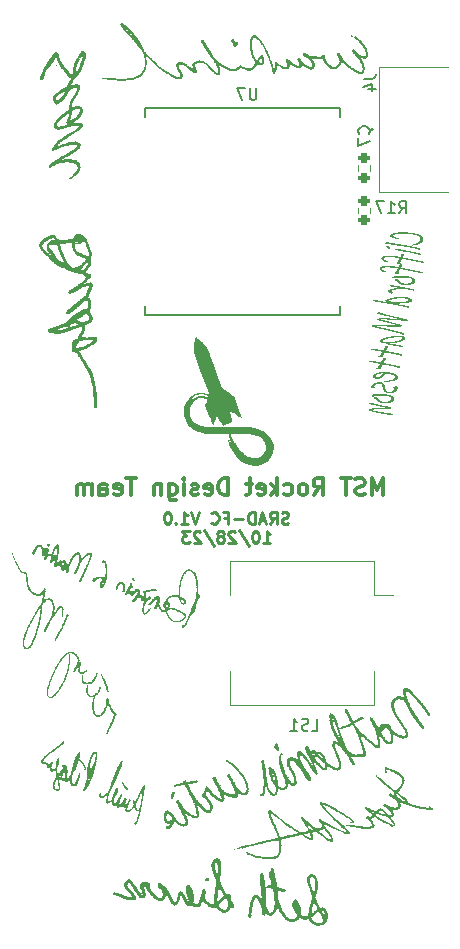
<source format=gbo>
G04 #@! TF.GenerationSoftware,KiCad,Pcbnew,7.0.6*
G04 #@! TF.CreationDate,2023-10-29T11:00:38-05:00*
G04 #@! TF.ProjectId,FC,46432e6b-6963-4616-945f-706362585858,V1*
G04 #@! TF.SameCoordinates,Original*
G04 #@! TF.FileFunction,Legend,Bot*
G04 #@! TF.FilePolarity,Positive*
%FSLAX46Y46*%
G04 Gerber Fmt 4.6, Leading zero omitted, Abs format (unit mm)*
G04 Created by KiCad (PCBNEW 7.0.6) date 2023-10-29 11:00:38*
%MOMM*%
%LPD*%
G01*
G04 APERTURE LIST*
G04 Aperture macros list*
%AMRoundRect*
0 Rectangle with rounded corners*
0 $1 Rounding radius*
0 $2 $3 $4 $5 $6 $7 $8 $9 X,Y pos of 4 corners*
0 Add a 4 corners polygon primitive as box body*
4,1,4,$2,$3,$4,$5,$6,$7,$8,$9,$2,$3,0*
0 Add four circle primitives for the rounded corners*
1,1,$1+$1,$2,$3*
1,1,$1+$1,$4,$5*
1,1,$1+$1,$6,$7*
1,1,$1+$1,$8,$9*
0 Add four rect primitives between the rounded corners*
20,1,$1+$1,$2,$3,$4,$5,0*
20,1,$1+$1,$4,$5,$6,$7,0*
20,1,$1+$1,$6,$7,$8,$9,0*
20,1,$1+$1,$8,$9,$2,$3,0*%
G04 Aperture macros list end*
%ADD10C,0.250000*%
%ADD11C,0.300000*%
%ADD12C,0.150000*%
%ADD13C,0.120000*%
%ADD14C,0.200000*%
%ADD15O,1.900000X1.000000*%
%ADD16O,1.250000X1.050000*%
%ADD17R,2.100000X2.100000*%
%ADD18C,2.100000*%
%ADD19R,1.600000X4.900000*%
%ADD20C,3.600000*%
%ADD21C,5.600000*%
%ADD22C,0.990600*%
%ADD23C,1.400000*%
%ADD24R,3.500000X3.500000*%
%ADD25C,3.500000*%
%ADD26R,5.600000X1.500000*%
%ADD27R,4.900000X1.600000*%
%ADD28RoundRect,0.200000X0.275000X-0.200000X0.275000X0.200000X-0.275000X0.200000X-0.275000X-0.200000X0*%
%ADD29R,3.000000X6.000000*%
%ADD30R,2.000000X1.500000*%
G04 APERTURE END LIST*
D10*
X183561904Y-125657000D02*
X183419047Y-125704619D01*
X183419047Y-125704619D02*
X183180952Y-125704619D01*
X183180952Y-125704619D02*
X183085714Y-125657000D01*
X183085714Y-125657000D02*
X183038095Y-125609380D01*
X183038095Y-125609380D02*
X182990476Y-125514142D01*
X182990476Y-125514142D02*
X182990476Y-125418904D01*
X182990476Y-125418904D02*
X183038095Y-125323666D01*
X183038095Y-125323666D02*
X183085714Y-125276047D01*
X183085714Y-125276047D02*
X183180952Y-125228428D01*
X183180952Y-125228428D02*
X183371428Y-125180809D01*
X183371428Y-125180809D02*
X183466666Y-125133190D01*
X183466666Y-125133190D02*
X183514285Y-125085571D01*
X183514285Y-125085571D02*
X183561904Y-124990333D01*
X183561904Y-124990333D02*
X183561904Y-124895095D01*
X183561904Y-124895095D02*
X183514285Y-124799857D01*
X183514285Y-124799857D02*
X183466666Y-124752238D01*
X183466666Y-124752238D02*
X183371428Y-124704619D01*
X183371428Y-124704619D02*
X183133333Y-124704619D01*
X183133333Y-124704619D02*
X182990476Y-124752238D01*
X181990476Y-125704619D02*
X182323809Y-125228428D01*
X182561904Y-125704619D02*
X182561904Y-124704619D01*
X182561904Y-124704619D02*
X182180952Y-124704619D01*
X182180952Y-124704619D02*
X182085714Y-124752238D01*
X182085714Y-124752238D02*
X182038095Y-124799857D01*
X182038095Y-124799857D02*
X181990476Y-124895095D01*
X181990476Y-124895095D02*
X181990476Y-125037952D01*
X181990476Y-125037952D02*
X182038095Y-125133190D01*
X182038095Y-125133190D02*
X182085714Y-125180809D01*
X182085714Y-125180809D02*
X182180952Y-125228428D01*
X182180952Y-125228428D02*
X182561904Y-125228428D01*
X181609523Y-125418904D02*
X181133333Y-125418904D01*
X181704761Y-125704619D02*
X181371428Y-124704619D01*
X181371428Y-124704619D02*
X181038095Y-125704619D01*
X180704761Y-125704619D02*
X180704761Y-124704619D01*
X180704761Y-124704619D02*
X180466666Y-124704619D01*
X180466666Y-124704619D02*
X180323809Y-124752238D01*
X180323809Y-124752238D02*
X180228571Y-124847476D01*
X180228571Y-124847476D02*
X180180952Y-124942714D01*
X180180952Y-124942714D02*
X180133333Y-125133190D01*
X180133333Y-125133190D02*
X180133333Y-125276047D01*
X180133333Y-125276047D02*
X180180952Y-125466523D01*
X180180952Y-125466523D02*
X180228571Y-125561761D01*
X180228571Y-125561761D02*
X180323809Y-125657000D01*
X180323809Y-125657000D02*
X180466666Y-125704619D01*
X180466666Y-125704619D02*
X180704761Y-125704619D01*
X179704761Y-125323666D02*
X178942857Y-125323666D01*
X178133333Y-125180809D02*
X178466666Y-125180809D01*
X178466666Y-125704619D02*
X178466666Y-124704619D01*
X178466666Y-124704619D02*
X177990476Y-124704619D01*
X177038095Y-125609380D02*
X177085714Y-125657000D01*
X177085714Y-125657000D02*
X177228571Y-125704619D01*
X177228571Y-125704619D02*
X177323809Y-125704619D01*
X177323809Y-125704619D02*
X177466666Y-125657000D01*
X177466666Y-125657000D02*
X177561904Y-125561761D01*
X177561904Y-125561761D02*
X177609523Y-125466523D01*
X177609523Y-125466523D02*
X177657142Y-125276047D01*
X177657142Y-125276047D02*
X177657142Y-125133190D01*
X177657142Y-125133190D02*
X177609523Y-124942714D01*
X177609523Y-124942714D02*
X177561904Y-124847476D01*
X177561904Y-124847476D02*
X177466666Y-124752238D01*
X177466666Y-124752238D02*
X177323809Y-124704619D01*
X177323809Y-124704619D02*
X177228571Y-124704619D01*
X177228571Y-124704619D02*
X177085714Y-124752238D01*
X177085714Y-124752238D02*
X177038095Y-124799857D01*
X175990475Y-124704619D02*
X175657142Y-125704619D01*
X175657142Y-125704619D02*
X175323809Y-124704619D01*
X174466666Y-125704619D02*
X175038094Y-125704619D01*
X174752380Y-125704619D02*
X174752380Y-124704619D01*
X174752380Y-124704619D02*
X174847618Y-124847476D01*
X174847618Y-124847476D02*
X174942856Y-124942714D01*
X174942856Y-124942714D02*
X175038094Y-124990333D01*
X174038094Y-125609380D02*
X173990475Y-125657000D01*
X173990475Y-125657000D02*
X174038094Y-125704619D01*
X174038094Y-125704619D02*
X174085713Y-125657000D01*
X174085713Y-125657000D02*
X174038094Y-125609380D01*
X174038094Y-125609380D02*
X174038094Y-125704619D01*
X173371428Y-124704619D02*
X173276190Y-124704619D01*
X173276190Y-124704619D02*
X173180952Y-124752238D01*
X173180952Y-124752238D02*
X173133333Y-124799857D01*
X173133333Y-124799857D02*
X173085714Y-124895095D01*
X173085714Y-124895095D02*
X173038095Y-125085571D01*
X173038095Y-125085571D02*
X173038095Y-125323666D01*
X173038095Y-125323666D02*
X173085714Y-125514142D01*
X173085714Y-125514142D02*
X173133333Y-125609380D01*
X173133333Y-125609380D02*
X173180952Y-125657000D01*
X173180952Y-125657000D02*
X173276190Y-125704619D01*
X173276190Y-125704619D02*
X173371428Y-125704619D01*
X173371428Y-125704619D02*
X173466666Y-125657000D01*
X173466666Y-125657000D02*
X173514285Y-125609380D01*
X173514285Y-125609380D02*
X173561904Y-125514142D01*
X173561904Y-125514142D02*
X173609523Y-125323666D01*
X173609523Y-125323666D02*
X173609523Y-125085571D01*
X173609523Y-125085571D02*
X173561904Y-124895095D01*
X173561904Y-124895095D02*
X173514285Y-124799857D01*
X173514285Y-124799857D02*
X173466666Y-124752238D01*
X173466666Y-124752238D02*
X173371428Y-124704619D01*
X181442857Y-127314619D02*
X182014285Y-127314619D01*
X181728571Y-127314619D02*
X181728571Y-126314619D01*
X181728571Y-126314619D02*
X181823809Y-126457476D01*
X181823809Y-126457476D02*
X181919047Y-126552714D01*
X181919047Y-126552714D02*
X182014285Y-126600333D01*
X180823809Y-126314619D02*
X180728571Y-126314619D01*
X180728571Y-126314619D02*
X180633333Y-126362238D01*
X180633333Y-126362238D02*
X180585714Y-126409857D01*
X180585714Y-126409857D02*
X180538095Y-126505095D01*
X180538095Y-126505095D02*
X180490476Y-126695571D01*
X180490476Y-126695571D02*
X180490476Y-126933666D01*
X180490476Y-126933666D02*
X180538095Y-127124142D01*
X180538095Y-127124142D02*
X180585714Y-127219380D01*
X180585714Y-127219380D02*
X180633333Y-127267000D01*
X180633333Y-127267000D02*
X180728571Y-127314619D01*
X180728571Y-127314619D02*
X180823809Y-127314619D01*
X180823809Y-127314619D02*
X180919047Y-127267000D01*
X180919047Y-127267000D02*
X180966666Y-127219380D01*
X180966666Y-127219380D02*
X181014285Y-127124142D01*
X181014285Y-127124142D02*
X181061904Y-126933666D01*
X181061904Y-126933666D02*
X181061904Y-126695571D01*
X181061904Y-126695571D02*
X181014285Y-126505095D01*
X181014285Y-126505095D02*
X180966666Y-126409857D01*
X180966666Y-126409857D02*
X180919047Y-126362238D01*
X180919047Y-126362238D02*
X180823809Y-126314619D01*
X179347619Y-126267000D02*
X180204761Y-127552714D01*
X179061904Y-126409857D02*
X179014285Y-126362238D01*
X179014285Y-126362238D02*
X178919047Y-126314619D01*
X178919047Y-126314619D02*
X178680952Y-126314619D01*
X178680952Y-126314619D02*
X178585714Y-126362238D01*
X178585714Y-126362238D02*
X178538095Y-126409857D01*
X178538095Y-126409857D02*
X178490476Y-126505095D01*
X178490476Y-126505095D02*
X178490476Y-126600333D01*
X178490476Y-126600333D02*
X178538095Y-126743190D01*
X178538095Y-126743190D02*
X179109523Y-127314619D01*
X179109523Y-127314619D02*
X178490476Y-127314619D01*
X177919047Y-126743190D02*
X178014285Y-126695571D01*
X178014285Y-126695571D02*
X178061904Y-126647952D01*
X178061904Y-126647952D02*
X178109523Y-126552714D01*
X178109523Y-126552714D02*
X178109523Y-126505095D01*
X178109523Y-126505095D02*
X178061904Y-126409857D01*
X178061904Y-126409857D02*
X178014285Y-126362238D01*
X178014285Y-126362238D02*
X177919047Y-126314619D01*
X177919047Y-126314619D02*
X177728571Y-126314619D01*
X177728571Y-126314619D02*
X177633333Y-126362238D01*
X177633333Y-126362238D02*
X177585714Y-126409857D01*
X177585714Y-126409857D02*
X177538095Y-126505095D01*
X177538095Y-126505095D02*
X177538095Y-126552714D01*
X177538095Y-126552714D02*
X177585714Y-126647952D01*
X177585714Y-126647952D02*
X177633333Y-126695571D01*
X177633333Y-126695571D02*
X177728571Y-126743190D01*
X177728571Y-126743190D02*
X177919047Y-126743190D01*
X177919047Y-126743190D02*
X178014285Y-126790809D01*
X178014285Y-126790809D02*
X178061904Y-126838428D01*
X178061904Y-126838428D02*
X178109523Y-126933666D01*
X178109523Y-126933666D02*
X178109523Y-127124142D01*
X178109523Y-127124142D02*
X178061904Y-127219380D01*
X178061904Y-127219380D02*
X178014285Y-127267000D01*
X178014285Y-127267000D02*
X177919047Y-127314619D01*
X177919047Y-127314619D02*
X177728571Y-127314619D01*
X177728571Y-127314619D02*
X177633333Y-127267000D01*
X177633333Y-127267000D02*
X177585714Y-127219380D01*
X177585714Y-127219380D02*
X177538095Y-127124142D01*
X177538095Y-127124142D02*
X177538095Y-126933666D01*
X177538095Y-126933666D02*
X177585714Y-126838428D01*
X177585714Y-126838428D02*
X177633333Y-126790809D01*
X177633333Y-126790809D02*
X177728571Y-126743190D01*
X176395238Y-126267000D02*
X177252380Y-127552714D01*
X176109523Y-126409857D02*
X176061904Y-126362238D01*
X176061904Y-126362238D02*
X175966666Y-126314619D01*
X175966666Y-126314619D02*
X175728571Y-126314619D01*
X175728571Y-126314619D02*
X175633333Y-126362238D01*
X175633333Y-126362238D02*
X175585714Y-126409857D01*
X175585714Y-126409857D02*
X175538095Y-126505095D01*
X175538095Y-126505095D02*
X175538095Y-126600333D01*
X175538095Y-126600333D02*
X175585714Y-126743190D01*
X175585714Y-126743190D02*
X176157142Y-127314619D01*
X176157142Y-127314619D02*
X175538095Y-127314619D01*
X175204761Y-126314619D02*
X174585714Y-126314619D01*
X174585714Y-126314619D02*
X174919047Y-126695571D01*
X174919047Y-126695571D02*
X174776190Y-126695571D01*
X174776190Y-126695571D02*
X174680952Y-126743190D01*
X174680952Y-126743190D02*
X174633333Y-126790809D01*
X174633333Y-126790809D02*
X174585714Y-126886047D01*
X174585714Y-126886047D02*
X174585714Y-127124142D01*
X174585714Y-127124142D02*
X174633333Y-127219380D01*
X174633333Y-127219380D02*
X174680952Y-127267000D01*
X174680952Y-127267000D02*
X174776190Y-127314619D01*
X174776190Y-127314619D02*
X175061904Y-127314619D01*
X175061904Y-127314619D02*
X175157142Y-127267000D01*
X175157142Y-127267000D02*
X175204761Y-127219380D01*
D11*
G36*
X194189834Y-102128406D02*
G01*
X194221616Y-102122418D01*
X194253369Y-102115934D01*
X194285094Y-102108953D01*
X194316789Y-102101476D01*
X194348456Y-102093503D01*
X194380095Y-102085034D01*
X194411704Y-102076069D01*
X194443285Y-102066607D01*
X194474837Y-102056649D01*
X194506360Y-102046194D01*
X194537855Y-102035244D01*
X194569321Y-102023797D01*
X194600758Y-102011854D01*
X194632166Y-101999415D01*
X194663545Y-101986479D01*
X194694896Y-101973048D01*
X194725377Y-101959093D01*
X194754147Y-101944590D01*
X194781206Y-101929539D01*
X194806554Y-101913938D01*
X194830191Y-101897789D01*
X194852116Y-101881091D01*
X194872331Y-101863844D01*
X194890835Y-101846049D01*
X194907628Y-101827705D01*
X194922710Y-101808812D01*
X194936080Y-101789370D01*
X194947740Y-101769380D01*
X194957689Y-101748841D01*
X194965927Y-101727753D01*
X194972453Y-101706116D01*
X194977269Y-101683931D01*
X194980564Y-101660236D01*
X194982049Y-101636778D01*
X194981726Y-101613556D01*
X194979595Y-101590570D01*
X194975654Y-101567820D01*
X194969905Y-101545306D01*
X194962347Y-101523029D01*
X194952981Y-101500988D01*
X194941805Y-101479183D01*
X194928821Y-101457614D01*
X194914029Y-101436281D01*
X194897427Y-101415184D01*
X194879017Y-101394324D01*
X194858798Y-101373700D01*
X194836770Y-101353312D01*
X194812934Y-101333160D01*
X194787295Y-101313458D01*
X194759859Y-101294418D01*
X194730626Y-101276041D01*
X194699597Y-101258327D01*
X194666771Y-101241275D01*
X194632148Y-101224886D01*
X194595729Y-101209160D01*
X194557513Y-101194096D01*
X194517500Y-101179694D01*
X194475690Y-101165956D01*
X194432084Y-101152880D01*
X194386681Y-101140467D01*
X194339481Y-101128716D01*
X194290484Y-101117628D01*
X194239691Y-101107203D01*
X194187101Y-101097440D01*
X194150784Y-101091238D01*
X194113811Y-101085325D01*
X194076183Y-101079700D01*
X194037899Y-101074363D01*
X193998960Y-101069315D01*
X193959366Y-101064556D01*
X193919117Y-101060085D01*
X193878212Y-101055902D01*
X193836651Y-101052007D01*
X193794435Y-101048402D01*
X193751564Y-101045084D01*
X193708038Y-101042055D01*
X193663856Y-101039314D01*
X193619018Y-101036862D01*
X193573526Y-101034698D01*
X193527378Y-101032823D01*
X193481268Y-101031222D01*
X193435892Y-101029881D01*
X193391249Y-101028800D01*
X193347339Y-101027979D01*
X193304162Y-101027418D01*
X193261718Y-101027117D01*
X193220007Y-101027076D01*
X193179029Y-101027295D01*
X193138785Y-101027774D01*
X193099273Y-101028514D01*
X193060494Y-101029513D01*
X193022449Y-101030772D01*
X192985136Y-101032292D01*
X192948556Y-101034071D01*
X192912710Y-101036111D01*
X192877597Y-101038410D01*
X192842398Y-101041225D01*
X192807867Y-101044344D01*
X192774003Y-101047766D01*
X192740806Y-101051492D01*
X192708277Y-101055522D01*
X192676414Y-101059855D01*
X192645219Y-101064492D01*
X192614691Y-101069432D01*
X192584831Y-101074677D01*
X192555638Y-101080224D01*
X192527111Y-101086076D01*
X192499253Y-101092231D01*
X192472061Y-101098690D01*
X192445537Y-101105453D01*
X192419679Y-101112519D01*
X192394490Y-101119889D01*
X192370344Y-101127549D01*
X192347621Y-101135486D01*
X192326319Y-101143700D01*
X192306439Y-101152190D01*
X192279285Y-101165445D01*
X192255330Y-101179323D01*
X192234574Y-101193824D01*
X192217017Y-101208948D01*
X192202659Y-101224695D01*
X192191501Y-101241065D01*
X192183541Y-101258058D01*
X192178780Y-101275674D01*
X192176903Y-101293292D01*
X192177546Y-101310563D01*
X192180709Y-101327488D01*
X192186391Y-101344066D01*
X192194594Y-101360296D01*
X192205317Y-101376180D01*
X192218559Y-101391717D01*
X192234322Y-101406907D01*
X192252604Y-101421750D01*
X192273407Y-101436246D01*
X192288675Y-101445717D01*
X192313037Y-101459520D01*
X192338663Y-101472611D01*
X192365552Y-101484989D01*
X192393705Y-101496655D01*
X192423121Y-101507608D01*
X192453800Y-101517849D01*
X192485743Y-101527378D01*
X192518950Y-101536195D01*
X192553419Y-101544299D01*
X192589153Y-101551690D01*
X192613677Y-101556222D01*
X192646382Y-101561295D01*
X192679462Y-101565045D01*
X192712918Y-101567473D01*
X192741893Y-101568501D01*
X192766250Y-101568617D01*
X192794912Y-101568060D01*
X192826629Y-101566677D01*
X192856492Y-101564504D01*
X192884500Y-101561541D01*
X192903370Y-101558941D01*
X192929257Y-101554275D01*
X192951727Y-101547418D01*
X192964722Y-101535906D01*
X192961490Y-101520034D01*
X192940891Y-101505520D01*
X192909792Y-101497203D01*
X192880825Y-101494718D01*
X192852106Y-101494014D01*
X192849349Y-101493985D01*
X192820579Y-101493148D01*
X192790811Y-101490748D01*
X192778803Y-101488986D01*
X192747809Y-101483222D01*
X192717517Y-101476981D01*
X192687927Y-101470265D01*
X192659038Y-101463073D01*
X192630850Y-101455405D01*
X192597951Y-101445576D01*
X192592566Y-101443871D01*
X192563402Y-101433572D01*
X192536972Y-101421902D01*
X192513276Y-101408864D01*
X192492313Y-101394456D01*
X192481562Y-101385609D01*
X192465496Y-101369849D01*
X192453999Y-101354433D01*
X192446452Y-101337233D01*
X192444872Y-101320481D01*
X192445409Y-101316363D01*
X192450707Y-101299125D01*
X192460366Y-101282770D01*
X192474386Y-101267296D01*
X192492766Y-101252705D01*
X192515508Y-101238996D01*
X192542610Y-101226170D01*
X192574073Y-101214226D01*
X192609898Y-101203164D01*
X192650083Y-101192984D01*
X192694629Y-101183687D01*
X192743536Y-101175272D01*
X192769625Y-101171395D01*
X192796804Y-101167739D01*
X192825074Y-101164304D01*
X192854433Y-101161089D01*
X192884883Y-101158095D01*
X192916423Y-101155321D01*
X192949054Y-101152768D01*
X192982774Y-101150435D01*
X193017585Y-101148323D01*
X193053486Y-101146432D01*
X193083516Y-101145189D01*
X193113980Y-101144153D01*
X193144878Y-101143325D01*
X193176211Y-101142704D01*
X193207978Y-101142291D01*
X193240179Y-101142085D01*
X193272814Y-101142086D01*
X193305884Y-101142295D01*
X193339388Y-101142711D01*
X193373326Y-101143335D01*
X193407699Y-101144165D01*
X193442506Y-101145204D01*
X193477747Y-101146449D01*
X193513422Y-101147902D01*
X193549532Y-101149562D01*
X193586076Y-101151430D01*
X193622630Y-101153551D01*
X193658968Y-101155912D01*
X193695088Y-101158515D01*
X193730992Y-101161358D01*
X193766679Y-101164442D01*
X193802150Y-101167766D01*
X193837403Y-101171332D01*
X193872440Y-101175138D01*
X193907259Y-101179185D01*
X193941862Y-101183473D01*
X193976248Y-101188002D01*
X194010418Y-101192771D01*
X194044370Y-101197781D01*
X194078106Y-101203032D01*
X194111624Y-101208524D01*
X194144926Y-101214257D01*
X194178409Y-101220494D01*
X194211206Y-101227278D01*
X194243319Y-101234607D01*
X194274747Y-101242484D01*
X194305490Y-101250906D01*
X194335548Y-101259875D01*
X194364921Y-101269389D01*
X194393609Y-101279451D01*
X194421613Y-101290058D01*
X194448932Y-101301212D01*
X194466764Y-101308951D01*
X194492697Y-101320989D01*
X194517481Y-101333388D01*
X194541116Y-101346146D01*
X194563603Y-101359263D01*
X194584940Y-101372741D01*
X194605128Y-101386579D01*
X194624168Y-101400776D01*
X194642058Y-101415333D01*
X194658800Y-101430250D01*
X194674392Y-101445526D01*
X194684149Y-101455910D01*
X194697450Y-101471721D01*
X194709144Y-101487674D01*
X194719230Y-101503768D01*
X194727708Y-101520004D01*
X194734580Y-101536381D01*
X194739843Y-101552900D01*
X194743499Y-101569561D01*
X194745548Y-101586363D01*
X194745989Y-101603307D01*
X194744823Y-101620392D01*
X194743152Y-101631861D01*
X194739352Y-101650150D01*
X194734472Y-101668032D01*
X194728513Y-101685510D01*
X194721475Y-101702582D01*
X194713357Y-101719248D01*
X194704159Y-101735510D01*
X194693883Y-101751365D01*
X194682526Y-101766816D01*
X194670091Y-101781861D01*
X194656576Y-101796500D01*
X194641981Y-101810734D01*
X194626307Y-101824563D01*
X194609553Y-101837986D01*
X194591721Y-101851004D01*
X194572808Y-101863617D01*
X194552816Y-101875824D01*
X194531965Y-101887762D01*
X194510475Y-101899567D01*
X194488346Y-101911239D01*
X194465577Y-101922777D01*
X194442169Y-101934183D01*
X194418122Y-101945456D01*
X194393436Y-101956595D01*
X194368110Y-101967602D01*
X194342146Y-101978475D01*
X194315542Y-101989216D01*
X194288299Y-101999823D01*
X194260417Y-102010297D01*
X194231895Y-102020639D01*
X194202735Y-102030847D01*
X194172935Y-102040922D01*
X194142496Y-102050864D01*
X194114403Y-102055118D01*
X194084045Y-102058763D01*
X194054141Y-102062161D01*
X194042814Y-102063421D01*
X194015634Y-102066826D01*
X193988864Y-102071488D01*
X193965692Y-102077719D01*
X193947643Y-102088102D01*
X193945383Y-102092743D01*
X193947228Y-102108240D01*
X193961135Y-102121562D01*
X193987361Y-102131701D01*
X194018035Y-102138656D01*
X194020540Y-102139105D01*
X194053478Y-102141705D01*
X194081817Y-102141000D01*
X194109333Y-102138922D01*
X194140394Y-102135489D01*
X194167794Y-102131767D01*
X194189834Y-102128406D01*
G37*
G36*
X194736343Y-102421567D02*
G01*
X194731201Y-102404315D01*
X194713516Y-102387848D01*
X194688562Y-102372714D01*
X194660860Y-102359385D01*
X194634178Y-102348251D01*
X194619330Y-102342528D01*
X194586712Y-102331109D01*
X194550288Y-102319775D01*
X194520473Y-102311330D01*
X194488518Y-102302932D01*
X194454423Y-102294582D01*
X194418187Y-102286280D01*
X194379812Y-102278026D01*
X194339296Y-102269819D01*
X194296640Y-102261660D01*
X194267013Y-102256247D01*
X194251843Y-102253549D01*
X194222405Y-102248501D01*
X194192586Y-102243391D01*
X194162387Y-102238220D01*
X194131808Y-102232988D01*
X194100849Y-102227695D01*
X194069510Y-102222340D01*
X194037791Y-102216925D01*
X194005691Y-102211448D01*
X193973212Y-102205910D01*
X193940352Y-102200310D01*
X193907113Y-102194650D01*
X193873493Y-102188928D01*
X193839493Y-102183145D01*
X193805113Y-102177301D01*
X193770353Y-102171396D01*
X193735212Y-102165429D01*
X193699692Y-102159401D01*
X193663791Y-102153312D01*
X193627511Y-102147162D01*
X193590850Y-102140951D01*
X193553809Y-102134678D01*
X193516388Y-102128344D01*
X193478587Y-102121949D01*
X193440406Y-102115493D01*
X193401844Y-102108975D01*
X193362903Y-102102397D01*
X193323581Y-102095757D01*
X193283880Y-102089056D01*
X193243798Y-102082293D01*
X193203336Y-102075470D01*
X193162494Y-102068585D01*
X193121272Y-102061639D01*
X193080131Y-102054732D01*
X193039630Y-102047935D01*
X192999770Y-102041248D01*
X192960550Y-102034671D01*
X192921970Y-102028204D01*
X192884031Y-102021847D01*
X192846732Y-102015600D01*
X192810073Y-102009463D01*
X192774055Y-102003436D01*
X192738677Y-101997520D01*
X192703939Y-101991713D01*
X192669842Y-101986016D01*
X192636385Y-101980429D01*
X192603569Y-101974952D01*
X192571393Y-101969585D01*
X192539857Y-101964328D01*
X192508961Y-101959181D01*
X192478706Y-101954144D01*
X192449091Y-101949217D01*
X192420117Y-101944400D01*
X192364089Y-101935097D01*
X192310623Y-101926233D01*
X192259718Y-101917809D01*
X192211374Y-101909826D01*
X192165592Y-101902282D01*
X192122371Y-101895178D01*
X192091544Y-101890609D01*
X192060950Y-101886696D01*
X192030588Y-101883441D01*
X192000460Y-101880843D01*
X191970564Y-101878903D01*
X191940901Y-101877619D01*
X191911471Y-101876993D01*
X191882274Y-101877024D01*
X191854669Y-101878312D01*
X191824864Y-101882370D01*
X191800284Y-101889147D01*
X191780927Y-101898644D01*
X191766795Y-101910860D01*
X191757888Y-101925796D01*
X191755051Y-101936062D01*
X191757752Y-101952156D01*
X191773843Y-101966816D01*
X191794913Y-101975829D01*
X191824061Y-101984385D01*
X191853177Y-101991403D01*
X191882624Y-101997672D01*
X191916214Y-102004175D01*
X191940910Y-102008640D01*
X191969965Y-102012647D01*
X192001136Y-102017306D01*
X192032558Y-102022595D01*
X192049531Y-102025561D01*
X192117891Y-102035257D01*
X192186131Y-102045007D01*
X192254252Y-102054811D01*
X192322252Y-102064668D01*
X192390132Y-102074579D01*
X192457893Y-102084544D01*
X192525534Y-102094562D01*
X192593054Y-102104635D01*
X192660455Y-102114760D01*
X192727736Y-102124940D01*
X192794897Y-102135173D01*
X192861938Y-102145460D01*
X192928859Y-102155801D01*
X192995660Y-102166195D01*
X193062342Y-102176643D01*
X193128903Y-102187145D01*
X193195345Y-102197700D01*
X193261666Y-102208310D01*
X193327868Y-102218972D01*
X193393950Y-102229689D01*
X193459912Y-102240459D01*
X193525754Y-102251283D01*
X193591476Y-102262161D01*
X193657078Y-102273092D01*
X193722560Y-102284077D01*
X193787922Y-102295116D01*
X193853165Y-102306208D01*
X193918287Y-102317354D01*
X193983290Y-102328554D01*
X194048173Y-102339807D01*
X194112935Y-102351114D01*
X194177578Y-102362475D01*
X194209765Y-102368633D01*
X194242463Y-102375846D01*
X194275672Y-102384114D01*
X194309393Y-102393437D01*
X194343625Y-102403815D01*
X194378369Y-102415249D01*
X194413624Y-102427737D01*
X194440401Y-102437796D01*
X194449391Y-102441281D01*
X194483185Y-102454476D01*
X194512882Y-102465984D01*
X194544241Y-102477997D01*
X194573423Y-102488932D01*
X194601574Y-102498721D01*
X194605027Y-102499601D01*
X194635305Y-102502379D01*
X194662006Y-102499407D01*
X194685130Y-102490684D01*
X194696432Y-102483352D01*
X194709852Y-102471363D01*
X194720646Y-102458519D01*
X194728814Y-102444820D01*
X194734356Y-102430267D01*
X194736343Y-102421567D01*
G37*
G36*
X192165538Y-102346605D02*
G01*
X192165863Y-102331556D01*
X192161687Y-102315636D01*
X192153008Y-102298842D01*
X192139826Y-102281177D01*
X192125403Y-102265789D01*
X192115248Y-102256266D01*
X192097618Y-102241261D01*
X192077077Y-102226025D01*
X192053960Y-102212069D01*
X192028657Y-102201156D01*
X192010462Y-102196496D01*
X191979484Y-102193093D01*
X191949056Y-102193908D01*
X191922473Y-102198172D01*
X191902821Y-102203557D01*
X191882001Y-102211474D01*
X191863790Y-102221987D01*
X191851535Y-102234062D01*
X191844867Y-102249512D01*
X191853886Y-102266557D01*
X191865615Y-102282762D01*
X191880056Y-102298128D01*
X191897209Y-102312655D01*
X191908228Y-102320579D01*
X191927436Y-102334213D01*
X191947555Y-102347561D01*
X191970538Y-102362065D01*
X191993000Y-102375704D01*
X192014642Y-102388508D01*
X192037847Y-102400911D01*
X192063612Y-102411130D01*
X192066266Y-102411688D01*
X192095700Y-102413975D01*
X192123727Y-102408190D01*
X192142341Y-102395987D01*
X192154037Y-102380709D01*
X192160897Y-102365143D01*
X192165538Y-102346605D01*
G37*
G36*
X194777069Y-102869959D02*
G01*
X194768391Y-102852514D01*
X194746506Y-102836885D01*
X194718083Y-102823383D01*
X194688677Y-102812268D01*
X194653345Y-102800877D01*
X194622956Y-102792151D01*
X194589234Y-102783268D01*
X194550920Y-102773789D01*
X194522277Y-102766919D01*
X194491154Y-102759609D01*
X194457551Y-102751858D01*
X194421468Y-102743668D01*
X194382905Y-102735037D01*
X194341862Y-102725966D01*
X194298339Y-102716455D01*
X194252336Y-102706504D01*
X194203854Y-102696113D01*
X194152891Y-102685281D01*
X194099448Y-102674009D01*
X194043525Y-102662297D01*
X194014634Y-102656276D01*
X193985122Y-102650145D01*
X193954991Y-102643903D01*
X193924239Y-102637552D01*
X193892868Y-102631091D01*
X193851079Y-102622660D01*
X193809411Y-102614265D01*
X193767864Y-102605906D01*
X193726440Y-102597583D01*
X193685137Y-102589296D01*
X193643955Y-102581045D01*
X193602895Y-102572830D01*
X193561956Y-102564651D01*
X193521139Y-102556508D01*
X193480444Y-102548400D01*
X193439870Y-102540329D01*
X193399417Y-102532294D01*
X193359087Y-102524295D01*
X193318877Y-102516331D01*
X193278789Y-102508404D01*
X193238823Y-102500512D01*
X193199476Y-102492801D01*
X193161262Y-102485325D01*
X193124181Y-102478083D01*
X193088232Y-102471076D01*
X193053416Y-102464303D01*
X193019733Y-102457766D01*
X192987183Y-102451462D01*
X192955766Y-102445394D01*
X192925481Y-102439559D01*
X192896329Y-102433960D01*
X192854726Y-102426001D01*
X192815671Y-102418569D01*
X192779165Y-102411666D01*
X192745207Y-102405290D01*
X192714611Y-102400876D01*
X192685289Y-102399051D01*
X192660506Y-102400400D01*
X192638517Y-102407630D01*
X192626414Y-102420982D01*
X192622988Y-102431730D01*
X192622254Y-102448566D01*
X192626214Y-102464123D01*
X192637162Y-102481103D01*
X192654869Y-102496240D01*
X192679336Y-102509535D01*
X192699403Y-102517375D01*
X192729581Y-102526876D01*
X192758682Y-102534841D01*
X192792190Y-102543130D01*
X192830105Y-102551742D01*
X192861434Y-102558414D01*
X192895241Y-102565268D01*
X192931528Y-102572303D01*
X192970293Y-102579521D01*
X193011538Y-102586921D01*
X193500441Y-102670896D01*
X193551835Y-102680008D01*
X193601926Y-102688988D01*
X193650716Y-102697838D01*
X193698203Y-102706557D01*
X193744388Y-102715146D01*
X193789271Y-102723603D01*
X193832852Y-102731930D01*
X193875130Y-102740126D01*
X193916106Y-102748191D01*
X193955780Y-102756126D01*
X193994152Y-102763929D01*
X194031221Y-102771602D01*
X194066988Y-102779144D01*
X194101453Y-102786555D01*
X194134616Y-102793835D01*
X194166476Y-102800985D01*
X194197385Y-102808324D01*
X194229932Y-102816424D01*
X194264174Y-102825031D01*
X194294642Y-102832727D01*
X194329212Y-102841487D01*
X194367885Y-102851309D01*
X194410659Y-102862195D01*
X194425829Y-102866060D01*
X194457237Y-102874258D01*
X194486661Y-102881844D01*
X194522805Y-102891007D01*
X194555420Y-102899083D01*
X194584507Y-102906072D01*
X194615904Y-102913279D01*
X194646303Y-102919686D01*
X194658525Y-102921972D01*
X194690192Y-102925339D01*
X194717543Y-102923514D01*
X194740579Y-102916495D01*
X194744668Y-102914468D01*
X194760469Y-102904107D01*
X194771887Y-102890615D01*
X194776842Y-102875038D01*
X194777069Y-102869959D01*
G37*
G36*
X192067123Y-103533467D02*
G01*
X192064873Y-103518336D01*
X192049447Y-103502788D01*
X192038615Y-103496819D01*
X192011941Y-103485507D01*
X191984171Y-103475196D01*
X191959089Y-103466800D01*
X191927047Y-103455210D01*
X191896481Y-103443159D01*
X191867391Y-103430647D01*
X191839777Y-103417675D01*
X191813640Y-103404243D01*
X191788979Y-103390350D01*
X191765794Y-103375996D01*
X191744086Y-103361182D01*
X191724560Y-103346318D01*
X191707925Y-103331811D01*
X191691194Y-103314182D01*
X191678978Y-103297113D01*
X191671277Y-103280603D01*
X191668091Y-103264654D01*
X191668793Y-103252298D01*
X191673236Y-103235805D01*
X191680553Y-103220419D01*
X191690743Y-103206142D01*
X191703807Y-103192974D01*
X191719744Y-103180914D01*
X191738556Y-103169962D01*
X191760241Y-103160118D01*
X191784799Y-103151383D01*
X191812232Y-103143756D01*
X191842538Y-103137237D01*
X191875718Y-103131827D01*
X191911771Y-103127525D01*
X191950699Y-103124332D01*
X191992500Y-103122246D01*
X192037174Y-103121270D01*
X192084723Y-103121401D01*
X192134112Y-103122451D01*
X192184324Y-103124141D01*
X192235359Y-103126470D01*
X192287217Y-103129437D01*
X192339898Y-103133045D01*
X192393403Y-103137291D01*
X192447731Y-103142177D01*
X192502881Y-103147702D01*
X192558855Y-103153866D01*
X192615653Y-103160669D01*
X192673273Y-103168112D01*
X192702392Y-103172073D01*
X192731716Y-103176193D01*
X192761247Y-103180474D01*
X192790983Y-103184914D01*
X192820925Y-103189515D01*
X192851072Y-103194275D01*
X192881426Y-103199194D01*
X192911985Y-103204274D01*
X192942750Y-103209513D01*
X192973721Y-103214913D01*
X192968285Y-103230473D01*
X192961445Y-103247203D01*
X192954960Y-103261429D01*
X192947577Y-103276402D01*
X192939294Y-103292124D01*
X192930112Y-103308595D01*
X192920031Y-103325813D01*
X192914653Y-103334703D01*
X192903986Y-103351882D01*
X192894306Y-103367550D01*
X192885614Y-103381706D01*
X192876137Y-103397275D01*
X192866801Y-103412840D01*
X192858716Y-103426701D01*
X192856961Y-103429811D01*
X192846167Y-103446574D01*
X192836000Y-103462648D01*
X192826460Y-103478034D01*
X192817547Y-103492730D01*
X192809262Y-103506739D01*
X192801603Y-103520058D01*
X192791291Y-103538746D01*
X192782390Y-103555885D01*
X192774901Y-103571474D01*
X192768822Y-103585513D01*
X192762912Y-103601822D01*
X192759510Y-103615376D01*
X192759231Y-103630974D01*
X192765819Y-103647412D01*
X192783051Y-103663445D01*
X192810565Y-103676094D01*
X192842331Y-103684241D01*
X192848359Y-103685357D01*
X192880404Y-103690077D01*
X192910110Y-103692976D01*
X192941371Y-103694724D01*
X192974188Y-103695323D01*
X192988729Y-103695228D01*
X193019211Y-103693347D01*
X193045634Y-103687491D01*
X193063082Y-103677680D01*
X193071554Y-103663916D01*
X193071982Y-103661917D01*
X193072642Y-103645709D01*
X193069529Y-103630396D01*
X193062881Y-103614532D01*
X193062021Y-103612915D01*
X193054527Y-103596341D01*
X193050703Y-103580184D01*
X193049456Y-103565107D01*
X193050082Y-103548895D01*
X193052036Y-103534519D01*
X193056039Y-103520271D01*
X193062247Y-103505029D01*
X193069093Y-103490629D01*
X193077611Y-103474268D01*
X193085095Y-103460711D01*
X193093520Y-103446050D01*
X193102885Y-103430287D01*
X193113189Y-103413421D01*
X193116833Y-103407554D01*
X193191283Y-103259599D01*
X193226432Y-103266114D01*
X193256584Y-103271927D01*
X193293534Y-103279167D01*
X193337282Y-103287835D01*
X193370224Y-103294406D01*
X193406187Y-103301612D01*
X193445171Y-103309452D01*
X193487177Y-103317927D01*
X193532203Y-103327036D01*
X193580251Y-103336780D01*
X193631320Y-103347158D01*
X193685410Y-103358171D01*
X193742522Y-103369818D01*
X193787562Y-103379064D01*
X193832034Y-103388169D01*
X193875938Y-103397132D01*
X193919275Y-103405954D01*
X193962043Y-103414634D01*
X194004244Y-103423173D01*
X194045876Y-103431570D01*
X194086941Y-103439825D01*
X194127437Y-103447939D01*
X194167366Y-103455912D01*
X194206727Y-103463742D01*
X194245520Y-103471432D01*
X194283745Y-103478979D01*
X194321402Y-103486385D01*
X194358491Y-103493650D01*
X194395012Y-103500773D01*
X194430965Y-103507754D01*
X194466350Y-103514594D01*
X194501167Y-103521293D01*
X194535417Y-103527849D01*
X194569098Y-103534265D01*
X194602211Y-103540538D01*
X194634757Y-103546670D01*
X194666735Y-103552661D01*
X194698144Y-103558510D01*
X194728986Y-103564217D01*
X194759260Y-103569783D01*
X194788965Y-103575208D01*
X194818103Y-103580490D01*
X194874675Y-103590631D01*
X194902109Y-103595489D01*
X194932264Y-103600414D01*
X194963637Y-103604496D01*
X194994474Y-103606969D01*
X195022766Y-103606955D01*
X195028132Y-103606550D01*
X195052440Y-103600825D01*
X195067169Y-103589821D01*
X195074423Y-103575193D01*
X195075264Y-103571335D01*
X195074316Y-103555708D01*
X195064029Y-103538624D01*
X195046974Y-103524354D01*
X195022402Y-103510716D01*
X195009569Y-103505065D01*
X194981943Y-103494504D01*
X194953203Y-103484924D01*
X194923348Y-103476325D01*
X194892378Y-103468706D01*
X194860294Y-103462068D01*
X194849351Y-103460073D01*
X194819152Y-103454717D01*
X194787905Y-103449113D01*
X194755610Y-103443263D01*
X194722267Y-103437165D01*
X194687876Y-103430820D01*
X194652438Y-103424227D01*
X194615952Y-103417388D01*
X194578418Y-103410301D01*
X194539837Y-103402967D01*
X194500207Y-103395385D01*
X194459530Y-103387557D01*
X194417805Y-103379481D01*
X194375033Y-103371158D01*
X194331213Y-103362588D01*
X194286345Y-103353770D01*
X194240429Y-103344705D01*
X194193465Y-103335393D01*
X194145454Y-103325834D01*
X194096395Y-103316028D01*
X194046288Y-103305974D01*
X193995134Y-103295673D01*
X193942931Y-103285125D01*
X193889681Y-103274330D01*
X193835383Y-103263287D01*
X193780038Y-103251997D01*
X193723645Y-103240460D01*
X193666204Y-103228676D01*
X193607715Y-103216644D01*
X193548178Y-103204365D01*
X193487594Y-103191839D01*
X193425962Y-103179066D01*
X193363282Y-103166046D01*
X193256400Y-103143479D01*
X193264141Y-103129446D01*
X193273053Y-103113863D01*
X193280862Y-103100301D01*
X193290165Y-103084201D01*
X193298122Y-103070460D01*
X193306920Y-103055291D01*
X193315760Y-103039843D01*
X193323869Y-103025130D01*
X193331248Y-103011150D01*
X193339948Y-102993654D01*
X193347348Y-102977462D01*
X193353449Y-102962576D01*
X193359248Y-102945804D01*
X193363015Y-102931072D01*
X193363525Y-102928370D01*
X193363773Y-102912131D01*
X193358711Y-102896336D01*
X193348339Y-102880985D01*
X193345627Y-102877968D01*
X193326398Y-102863140D01*
X193299706Y-102851744D01*
X193268965Y-102844362D01*
X193239483Y-102839942D01*
X193207489Y-102837465D01*
X193176219Y-102838962D01*
X193152723Y-102845334D01*
X193136998Y-102856582D01*
X193129831Y-102869679D01*
X193125399Y-102886675D01*
X193121332Y-102901005D01*
X193116802Y-102915985D01*
X193111808Y-102931615D01*
X193106350Y-102947896D01*
X193100429Y-102964828D01*
X193094045Y-102982411D01*
X193088952Y-102996025D01*
X193081988Y-103013700D01*
X193075382Y-103029997D01*
X193069136Y-103044915D01*
X193061834Y-103061625D01*
X193055093Y-103076182D01*
X193047745Y-103090807D01*
X193043295Y-103098835D01*
X193001968Y-103091642D01*
X192961061Y-103084713D01*
X192920575Y-103078046D01*
X192880508Y-103071642D01*
X192840862Y-103065502D01*
X192801635Y-103059624D01*
X192762829Y-103054010D01*
X192724443Y-103048658D01*
X192686477Y-103043569D01*
X192648931Y-103038744D01*
X192611805Y-103034181D01*
X192575099Y-103029881D01*
X192538814Y-103025844D01*
X192502948Y-103022071D01*
X192467503Y-103018560D01*
X192432477Y-103015312D01*
X192397872Y-103012327D01*
X192363687Y-103009606D01*
X192329922Y-103007147D01*
X192296577Y-103004951D01*
X192263652Y-103003018D01*
X192231147Y-103001349D01*
X192199063Y-102999942D01*
X192167398Y-102998798D01*
X192136154Y-102997917D01*
X192105329Y-102997299D01*
X192074925Y-102996944D01*
X192044941Y-102996853D01*
X192015377Y-102997024D01*
X191986233Y-102997458D01*
X191957509Y-102998155D01*
X191929205Y-102999115D01*
X191901470Y-103000389D01*
X191848441Y-103003946D01*
X191798668Y-103008847D01*
X191752152Y-103015093D01*
X191708892Y-103022683D01*
X191668888Y-103031617D01*
X191632141Y-103041895D01*
X191598651Y-103053519D01*
X191568417Y-103066486D01*
X191541439Y-103080798D01*
X191517717Y-103096454D01*
X191497252Y-103113455D01*
X191480044Y-103131799D01*
X191466092Y-103151489D01*
X191455396Y-103172523D01*
X191447957Y-103194901D01*
X191445458Y-103206594D01*
X191443515Y-103223945D01*
X191443792Y-103241363D01*
X191446289Y-103258846D01*
X191451007Y-103276395D01*
X191457945Y-103294011D01*
X191467104Y-103311692D01*
X191478483Y-103329439D01*
X191492083Y-103347253D01*
X191507328Y-103364903D01*
X191523673Y-103381980D01*
X191541119Y-103398483D01*
X191559666Y-103414414D01*
X191579314Y-103429771D01*
X191600063Y-103444555D01*
X191621913Y-103458766D01*
X191644863Y-103472404D01*
X191668211Y-103485240D01*
X191697009Y-103499582D01*
X191725378Y-103512032D01*
X191753318Y-103522590D01*
X191780828Y-103531255D01*
X191813274Y-103539156D01*
X191823952Y-103541184D01*
X191856789Y-103545915D01*
X191886762Y-103548911D01*
X191920615Y-103551310D01*
X191952719Y-103552890D01*
X191969840Y-103553515D01*
X192001641Y-103553848D01*
X192030832Y-103551849D01*
X192055846Y-103545502D01*
X192067123Y-103533467D01*
G37*
G36*
X191914184Y-104400827D02*
G01*
X191911934Y-104385695D01*
X191896508Y-104370147D01*
X191885676Y-104364179D01*
X191859003Y-104352866D01*
X191831232Y-104342555D01*
X191806150Y-104334159D01*
X191774108Y-104322569D01*
X191743542Y-104310518D01*
X191714452Y-104298006D01*
X191686839Y-104285034D01*
X191660701Y-104271602D01*
X191636040Y-104257709D01*
X191612856Y-104243356D01*
X191591147Y-104228542D01*
X191571622Y-104213677D01*
X191554986Y-104199170D01*
X191538255Y-104181541D01*
X191526039Y-104164472D01*
X191518338Y-104147963D01*
X191515152Y-104132014D01*
X191515854Y-104119657D01*
X191520297Y-104103164D01*
X191527614Y-104087779D01*
X191537804Y-104073502D01*
X191550868Y-104060333D01*
X191566805Y-104048273D01*
X191585617Y-104037321D01*
X191607302Y-104027477D01*
X191631861Y-104018742D01*
X191659293Y-104011115D01*
X191689599Y-104004597D01*
X191722779Y-103999187D01*
X191758833Y-103994885D01*
X191797760Y-103991691D01*
X191839561Y-103989606D01*
X191884236Y-103988629D01*
X191931784Y-103988760D01*
X191981173Y-103989811D01*
X192031385Y-103991500D01*
X192082420Y-103993829D01*
X192134278Y-103996797D01*
X192186960Y-104000404D01*
X192240464Y-104004650D01*
X192294792Y-104009536D01*
X192349943Y-104015061D01*
X192405917Y-104021225D01*
X192462714Y-104028028D01*
X192520334Y-104035471D01*
X192549453Y-104039432D01*
X192578777Y-104043553D01*
X192608308Y-104047833D01*
X192638044Y-104052274D01*
X192667986Y-104056874D01*
X192698134Y-104061634D01*
X192728487Y-104066554D01*
X192759046Y-104071633D01*
X192789811Y-104076873D01*
X192820782Y-104082272D01*
X192815347Y-104097833D01*
X192808506Y-104114562D01*
X192802021Y-104128788D01*
X192794638Y-104143762D01*
X192786355Y-104159484D01*
X192777173Y-104175954D01*
X192767092Y-104193172D01*
X192761714Y-104202062D01*
X192751047Y-104219241D01*
X192741368Y-104234909D01*
X192732675Y-104249065D01*
X192723198Y-104264634D01*
X192713862Y-104280199D01*
X192705777Y-104294060D01*
X192704023Y-104297170D01*
X192693228Y-104313933D01*
X192683061Y-104330007D01*
X192673521Y-104345393D01*
X192664608Y-104360090D01*
X192656323Y-104374098D01*
X192648664Y-104387417D01*
X192638352Y-104406105D01*
X192629451Y-104423244D01*
X192621962Y-104438833D01*
X192615883Y-104452872D01*
X192609973Y-104469181D01*
X192606572Y-104482736D01*
X192606292Y-104498334D01*
X192612880Y-104514771D01*
X192630112Y-104530805D01*
X192657626Y-104543453D01*
X192689392Y-104551600D01*
X192695420Y-104552716D01*
X192727465Y-104557437D01*
X192757171Y-104560335D01*
X192788432Y-104562084D01*
X192821249Y-104562682D01*
X192835790Y-104562587D01*
X192866272Y-104560706D01*
X192892695Y-104554850D01*
X192910143Y-104545040D01*
X192918615Y-104531275D01*
X192919043Y-104529276D01*
X192919703Y-104513068D01*
X192916590Y-104497755D01*
X192909942Y-104481891D01*
X192909083Y-104480274D01*
X192901589Y-104463700D01*
X192897764Y-104447544D01*
X192896517Y-104432466D01*
X192897143Y-104416254D01*
X192899097Y-104401878D01*
X192903100Y-104387631D01*
X192909308Y-104372388D01*
X192916155Y-104357988D01*
X192924672Y-104341627D01*
X192932157Y-104328070D01*
X192940581Y-104313410D01*
X192949946Y-104297647D01*
X192960250Y-104280781D01*
X192963894Y-104274914D01*
X193038345Y-104126958D01*
X193073493Y-104133474D01*
X193103645Y-104139286D01*
X193140595Y-104146526D01*
X193184343Y-104155194D01*
X193217285Y-104161765D01*
X193253248Y-104168971D01*
X193292232Y-104176812D01*
X193334238Y-104185286D01*
X193379264Y-104194396D01*
X193427312Y-104204139D01*
X193478381Y-104214517D01*
X193532471Y-104225530D01*
X193589583Y-104237177D01*
X193634623Y-104246423D01*
X193679095Y-104255528D01*
X193722999Y-104264492D01*
X193766336Y-104273313D01*
X193809104Y-104281993D01*
X193851305Y-104290532D01*
X193892937Y-104298929D01*
X193934002Y-104307185D01*
X193974499Y-104315298D01*
X194014427Y-104323271D01*
X194053788Y-104331102D01*
X194092581Y-104338791D01*
X194130806Y-104346339D01*
X194168463Y-104353745D01*
X194205552Y-104361009D01*
X194242073Y-104368132D01*
X194278026Y-104375114D01*
X194313411Y-104381954D01*
X194348228Y-104388652D01*
X194382478Y-104395209D01*
X194416159Y-104401624D01*
X194449273Y-104407898D01*
X194481818Y-104414030D01*
X194513796Y-104420020D01*
X194545205Y-104425869D01*
X194576047Y-104431577D01*
X194606321Y-104437143D01*
X194636027Y-104442567D01*
X194665164Y-104447850D01*
X194721736Y-104457990D01*
X194749170Y-104462849D01*
X194779325Y-104467773D01*
X194810698Y-104471856D01*
X194841535Y-104474328D01*
X194869827Y-104474314D01*
X194875194Y-104473909D01*
X194899501Y-104468185D01*
X194914230Y-104457180D01*
X194921485Y-104442552D01*
X194922325Y-104438694D01*
X194921377Y-104423068D01*
X194911090Y-104405984D01*
X194894035Y-104391713D01*
X194869463Y-104378075D01*
X194856631Y-104372424D01*
X194829005Y-104361864D01*
X194800264Y-104352284D01*
X194770409Y-104343684D01*
X194739439Y-104336066D01*
X194707355Y-104329427D01*
X194696413Y-104327432D01*
X194666213Y-104322076D01*
X194634966Y-104316473D01*
X194602671Y-104310622D01*
X194569328Y-104304524D01*
X194534937Y-104298179D01*
X194499499Y-104291587D01*
X194463013Y-104284747D01*
X194425479Y-104277660D01*
X194386898Y-104270326D01*
X194347268Y-104262745D01*
X194306591Y-104254916D01*
X194264867Y-104246840D01*
X194222094Y-104238517D01*
X194178274Y-104229947D01*
X194133406Y-104221129D01*
X194087490Y-104212065D01*
X194040526Y-104202753D01*
X193992515Y-104193193D01*
X193943456Y-104183387D01*
X193893349Y-104173333D01*
X193842195Y-104163032D01*
X193789992Y-104152484D01*
X193736742Y-104141689D01*
X193682445Y-104130646D01*
X193627099Y-104119356D01*
X193570706Y-104107819D01*
X193513265Y-104096035D01*
X193454776Y-104084003D01*
X193395239Y-104071725D01*
X193334655Y-104059199D01*
X193273023Y-104046425D01*
X193210343Y-104033405D01*
X193103462Y-104010839D01*
X193111202Y-103996806D01*
X193120115Y-103981222D01*
X193127923Y-103967660D01*
X193137226Y-103951560D01*
X193145183Y-103937819D01*
X193153981Y-103922650D01*
X193162821Y-103907203D01*
X193170931Y-103892489D01*
X193178309Y-103878510D01*
X193187009Y-103861013D01*
X193194410Y-103844821D01*
X193200510Y-103829935D01*
X193206309Y-103813163D01*
X193210076Y-103798431D01*
X193210586Y-103795730D01*
X193210834Y-103779490D01*
X193205772Y-103763695D01*
X193195400Y-103748344D01*
X193192688Y-103745328D01*
X193173459Y-103730500D01*
X193146767Y-103719103D01*
X193116026Y-103711721D01*
X193086544Y-103707302D01*
X193054550Y-103704824D01*
X193023281Y-103706321D01*
X192999784Y-103712693D01*
X192984059Y-103723941D01*
X192976892Y-103737038D01*
X192972460Y-103754035D01*
X192968393Y-103768364D01*
X192963863Y-103783344D01*
X192958869Y-103798974D01*
X192953411Y-103815256D01*
X192947491Y-103832187D01*
X192941106Y-103849770D01*
X192936013Y-103863384D01*
X192929049Y-103881059D01*
X192922444Y-103897356D01*
X192916197Y-103912274D01*
X192908895Y-103928985D01*
X192902154Y-103943541D01*
X192894806Y-103958167D01*
X192890356Y-103966194D01*
X192849029Y-103959002D01*
X192808122Y-103952072D01*
X192767636Y-103945405D01*
X192727569Y-103939002D01*
X192687923Y-103932861D01*
X192648696Y-103926983D01*
X192609890Y-103921369D01*
X192571504Y-103916017D01*
X192533538Y-103910929D01*
X192495992Y-103906103D01*
X192458866Y-103901540D01*
X192422160Y-103897240D01*
X192385875Y-103893204D01*
X192350009Y-103889430D01*
X192314564Y-103885919D01*
X192279538Y-103882672D01*
X192244933Y-103879687D01*
X192210748Y-103876965D01*
X192176983Y-103874506D01*
X192143638Y-103872310D01*
X192110713Y-103870378D01*
X192078208Y-103868708D01*
X192046124Y-103867301D01*
X192014459Y-103866157D01*
X191983215Y-103865276D01*
X191952391Y-103864659D01*
X191921986Y-103864304D01*
X191892002Y-103864212D01*
X191862438Y-103864383D01*
X191833294Y-103864817D01*
X191804570Y-103865514D01*
X191776267Y-103866474D01*
X191748531Y-103867749D01*
X191695502Y-103871305D01*
X191645729Y-103876206D01*
X191599213Y-103882452D01*
X191555953Y-103890042D01*
X191515950Y-103898976D01*
X191479203Y-103909255D01*
X191445712Y-103920878D01*
X191415478Y-103933845D01*
X191388500Y-103948157D01*
X191364779Y-103963813D01*
X191344314Y-103980814D01*
X191327105Y-103999159D01*
X191313153Y-104018848D01*
X191302457Y-104039882D01*
X191295018Y-104062260D01*
X191292519Y-104073953D01*
X191290576Y-104091304D01*
X191290853Y-104108722D01*
X191293350Y-104126205D01*
X191298068Y-104143755D01*
X191305007Y-104161370D01*
X191314165Y-104179051D01*
X191325545Y-104196799D01*
X191339144Y-104214612D01*
X191354389Y-104232262D01*
X191370734Y-104249339D01*
X191388180Y-104265843D01*
X191406727Y-104281773D01*
X191426375Y-104297131D01*
X191447124Y-104311915D01*
X191468974Y-104326126D01*
X191491924Y-104339764D01*
X191515272Y-104352600D01*
X191544070Y-104366942D01*
X191572439Y-104379391D01*
X191600379Y-104389949D01*
X191627889Y-104398614D01*
X191660335Y-104406515D01*
X191671013Y-104408543D01*
X191703850Y-104413274D01*
X191733823Y-104416270D01*
X191767676Y-104418669D01*
X191799780Y-104420249D01*
X191816901Y-104420875D01*
X191848702Y-104421207D01*
X191877893Y-104419208D01*
X191902907Y-104412862D01*
X191914184Y-104400827D01*
G37*
G36*
X194306196Y-105152209D02*
G01*
X194308699Y-105134352D01*
X194309848Y-105116861D01*
X194309641Y-105099735D01*
X194308080Y-105082974D01*
X194305164Y-105066580D01*
X194300893Y-105050551D01*
X194295267Y-105034887D01*
X194284288Y-105012078D01*
X194270260Y-104990091D01*
X194253184Y-104968927D01*
X194233059Y-104948585D01*
X194209885Y-104929066D01*
X194183663Y-104910370D01*
X194155132Y-104892641D01*
X194125056Y-104875888D01*
X194093434Y-104860112D01*
X194060267Y-104845313D01*
X194025555Y-104831490D01*
X193989297Y-104818643D01*
X193951493Y-104806773D01*
X193912144Y-104795880D01*
X193871250Y-104785963D01*
X193828810Y-104777022D01*
X193799658Y-104771604D01*
X193761016Y-104765121D01*
X193720586Y-104758983D01*
X193678370Y-104753190D01*
X193649232Y-104749520D01*
X193619300Y-104746004D01*
X193588574Y-104742641D01*
X193557054Y-104739431D01*
X193524739Y-104736375D01*
X193491630Y-104733472D01*
X193457726Y-104730723D01*
X193423029Y-104728128D01*
X193387536Y-104725685D01*
X193351250Y-104723397D01*
X193314169Y-104721262D01*
X193295331Y-104720251D01*
X193257680Y-104718433D01*
X193220477Y-104716940D01*
X193183722Y-104715774D01*
X193147415Y-104714933D01*
X193111557Y-104714419D01*
X193076147Y-104714230D01*
X193041185Y-104714368D01*
X193006672Y-104714832D01*
X192972606Y-104715622D01*
X192938989Y-104716738D01*
X192905820Y-104718180D01*
X192873099Y-104719948D01*
X192840827Y-104722042D01*
X192809003Y-104724463D01*
X192777626Y-104727209D01*
X192746699Y-104730281D01*
X192716754Y-104732808D01*
X192687466Y-104735561D01*
X192660904Y-104738123D01*
X192629640Y-104741182D01*
X192615819Y-104742545D01*
X192588149Y-104745717D01*
X192561962Y-104749441D01*
X192531316Y-104754873D01*
X192502988Y-104761167D01*
X192476978Y-104768324D01*
X192453287Y-104776345D01*
X192436002Y-104783382D01*
X192416728Y-104793015D01*
X192400299Y-104803404D01*
X192384340Y-104816868D01*
X192372479Y-104831422D01*
X192364716Y-104847064D01*
X192361818Y-104858097D01*
X192362016Y-104873426D01*
X192367947Y-104889150D01*
X192378314Y-104903788D01*
X192394414Y-104918276D01*
X192420224Y-104930359D01*
X192439759Y-104935083D01*
X192467801Y-104934941D01*
X192492497Y-104931361D01*
X192518904Y-104926723D01*
X192544662Y-104922075D01*
X192547039Y-104921634D01*
X192580781Y-104914360D01*
X192614352Y-104907533D01*
X192647753Y-104901154D01*
X192680983Y-104895221D01*
X192714043Y-104889737D01*
X192746933Y-104884699D01*
X192779652Y-104880109D01*
X192812201Y-104875966D01*
X192844579Y-104872271D01*
X192876787Y-104869023D01*
X192898164Y-104867106D01*
X192925541Y-104864687D01*
X192952844Y-104862460D01*
X192980073Y-104860422D01*
X193007228Y-104858575D01*
X193047820Y-104856161D01*
X193088245Y-104854175D01*
X193128504Y-104852618D01*
X193168595Y-104851489D01*
X193208519Y-104850788D01*
X193248276Y-104850516D01*
X193287866Y-104850672D01*
X193327289Y-104851256D01*
X193366897Y-104852389D01*
X193407040Y-104854193D01*
X193447719Y-104856666D01*
X193488934Y-104859809D01*
X193530684Y-104863622D01*
X193572970Y-104868105D01*
X193615793Y-104873258D01*
X193659151Y-104879081D01*
X193688354Y-104883335D01*
X193717795Y-104887887D01*
X193747474Y-104892736D01*
X193777391Y-104897884D01*
X193814050Y-104905100D01*
X193848078Y-104913359D01*
X193879475Y-104922659D01*
X193908241Y-104933000D01*
X193934376Y-104944383D01*
X193957881Y-104956808D01*
X193978754Y-104970274D01*
X193996997Y-104984782D01*
X194012609Y-105000332D01*
X194025590Y-105016923D01*
X194035940Y-105034556D01*
X194043660Y-105053230D01*
X194048748Y-105072946D01*
X194051206Y-105093704D01*
X194051033Y-105115503D01*
X194048229Y-105138344D01*
X194044370Y-105154851D01*
X194038710Y-105170818D01*
X194031249Y-105186246D01*
X194021987Y-105201133D01*
X194010923Y-105215481D01*
X193998058Y-105229288D01*
X193983392Y-105242555D01*
X193966925Y-105255283D01*
X193948656Y-105267471D01*
X193928586Y-105279118D01*
X193914206Y-105286584D01*
X193891690Y-105297256D01*
X193868485Y-105307238D01*
X193844592Y-105316530D01*
X193820008Y-105325131D01*
X193794736Y-105333042D01*
X193768775Y-105340262D01*
X193742124Y-105346792D01*
X193714785Y-105352632D01*
X193686756Y-105357781D01*
X193658038Y-105362240D01*
X193638510Y-105364828D01*
X193609160Y-105368163D01*
X193580447Y-105370773D01*
X193552373Y-105372659D01*
X193515932Y-105374046D01*
X193480626Y-105374144D01*
X193446453Y-105372955D01*
X193413414Y-105370477D01*
X193381509Y-105366712D01*
X193358325Y-105363042D01*
X193324874Y-105356406D01*
X193292714Y-105348520D01*
X193261843Y-105339386D01*
X193232261Y-105329002D01*
X193203970Y-105317370D01*
X193176968Y-105304488D01*
X193151256Y-105290358D01*
X193126834Y-105274978D01*
X193102904Y-105258459D01*
X193078699Y-105240728D01*
X193060364Y-105226636D01*
X193041876Y-105211862D01*
X193023232Y-105196407D01*
X193004435Y-105180271D01*
X192985482Y-105163454D01*
X192966375Y-105145956D01*
X192947114Y-105127776D01*
X192927698Y-105108915D01*
X192910431Y-105092188D01*
X192893843Y-105076486D01*
X192877934Y-105061811D01*
X192859004Y-105044912D01*
X192841134Y-105029616D01*
X192821092Y-105013378D01*
X192808580Y-105003836D01*
X192787324Y-104989361D01*
X192763917Y-104976201D01*
X192735988Y-104964824D01*
X192717316Y-104960215D01*
X192686301Y-104957303D01*
X192658199Y-104960021D01*
X192636000Y-104967017D01*
X192616033Y-104978322D01*
X192610737Y-104982344D01*
X192596032Y-104995476D01*
X192583683Y-105009782D01*
X192573690Y-105025262D01*
X192567163Y-105039059D01*
X192562272Y-105053671D01*
X192559538Y-105065948D01*
X192557696Y-105081069D01*
X192558216Y-105096522D01*
X192562261Y-105109582D01*
X192579628Y-105123827D01*
X192601823Y-105129950D01*
X192630365Y-105130071D01*
X192637732Y-105128842D01*
X192662095Y-105125697D01*
X192681261Y-105141318D01*
X192698189Y-105155676D01*
X192716922Y-105171674D01*
X192720423Y-105174672D01*
X192743613Y-105194638D01*
X192767011Y-105214171D01*
X192790616Y-105233269D01*
X192814428Y-105251933D01*
X192838448Y-105270162D01*
X192862675Y-105287957D01*
X192887110Y-105305318D01*
X192911752Y-105322245D01*
X192936601Y-105338738D01*
X192961658Y-105354796D01*
X192978477Y-105365260D01*
X193004328Y-105380389D01*
X193031282Y-105394673D01*
X193059340Y-105408111D01*
X193088502Y-105420705D01*
X193118767Y-105432453D01*
X193150137Y-105443357D01*
X193182610Y-105453415D01*
X193216186Y-105462628D01*
X193250867Y-105470996D01*
X193286651Y-105478519D01*
X193311121Y-105483064D01*
X193343036Y-105488136D01*
X193376005Y-105492282D01*
X193410026Y-105495502D01*
X193445100Y-105497795D01*
X193481226Y-105499162D01*
X193518405Y-105499604D01*
X193556637Y-105499119D01*
X193595921Y-105497708D01*
X193636258Y-105495372D01*
X193663734Y-105493299D01*
X193691678Y-105490815D01*
X193705825Y-105489419D01*
X193733942Y-105486266D01*
X193761650Y-105482632D01*
X193788949Y-105478516D01*
X193815839Y-105473917D01*
X193842319Y-105468837D01*
X193868391Y-105463275D01*
X193894053Y-105457231D01*
X193919306Y-105450705D01*
X193944151Y-105443697D01*
X193968586Y-105436207D01*
X193992612Y-105428235D01*
X194016228Y-105419782D01*
X194039436Y-105410846D01*
X194062235Y-105401428D01*
X194084624Y-105391529D01*
X194106605Y-105381147D01*
X194127799Y-105370294D01*
X194147831Y-105358981D01*
X194166700Y-105347207D01*
X194184407Y-105334971D01*
X194200951Y-105322275D01*
X194216332Y-105309119D01*
X194230550Y-105295501D01*
X194243606Y-105281423D01*
X194255499Y-105266884D01*
X194266230Y-105251884D01*
X194275797Y-105236424D01*
X194284202Y-105220502D01*
X194291445Y-105204120D01*
X194297524Y-105187277D01*
X194302441Y-105169974D01*
X194306196Y-105152209D01*
G37*
G36*
X192441435Y-106149267D02*
G01*
X192439347Y-106133252D01*
X192427501Y-106116867D01*
X192418742Y-106109180D01*
X192398648Y-106094631D01*
X192376760Y-106080309D01*
X192354112Y-106066526D01*
X192348700Y-106063348D01*
X192326022Y-106049087D01*
X192308087Y-106034764D01*
X192292705Y-106019147D01*
X192291307Y-106017515D01*
X192279960Y-106001759D01*
X192273353Y-105985381D01*
X192272900Y-105969999D01*
X192283616Y-105953520D01*
X192303384Y-105940637D01*
X192324741Y-105931150D01*
X192351694Y-105921812D01*
X192384246Y-105912625D01*
X192409056Y-105906583D01*
X192436354Y-105900608D01*
X192466140Y-105894700D01*
X192498414Y-105888858D01*
X192533175Y-105883083D01*
X192570424Y-105877374D01*
X192610161Y-105871732D01*
X192651768Y-105866294D01*
X192694645Y-105861105D01*
X192738792Y-105856167D01*
X192784208Y-105851479D01*
X192830894Y-105847040D01*
X192878850Y-105842852D01*
X192928075Y-105838914D01*
X192978569Y-105835225D01*
X193030334Y-105831787D01*
X193083368Y-105828599D01*
X193137671Y-105825661D01*
X193165299Y-105824285D01*
X193193244Y-105822972D01*
X193221507Y-105821722D01*
X193250087Y-105820534D01*
X193278984Y-105819409D01*
X193308199Y-105818346D01*
X193337731Y-105817346D01*
X193367581Y-105816408D01*
X193397748Y-105815533D01*
X193428232Y-105814720D01*
X193457419Y-105820636D01*
X193489294Y-105827172D01*
X193523857Y-105834328D01*
X193553443Y-105840498D01*
X193584749Y-105847064D01*
X193617776Y-105854027D01*
X193652523Y-105861386D01*
X193661479Y-105863288D01*
X193696183Y-105870663D01*
X193728580Y-105877538D01*
X193758670Y-105883913D01*
X193793039Y-105891179D01*
X193823804Y-105897665D01*
X193855964Y-105904417D01*
X193874521Y-105908293D01*
X194040128Y-105943818D01*
X194071906Y-105948468D01*
X194102296Y-105950967D01*
X194131299Y-105951315D01*
X194158914Y-105949511D01*
X194183222Y-105944567D01*
X194201586Y-105935365D01*
X194214003Y-105921907D01*
X194219991Y-105906639D01*
X194220475Y-105904191D01*
X194216311Y-105887009D01*
X194197761Y-105869826D01*
X194171313Y-105855508D01*
X194142961Y-105844054D01*
X194108215Y-105832600D01*
X194077960Y-105824010D01*
X194044107Y-105815419D01*
X194032024Y-105812556D01*
X193993605Y-105803767D01*
X193952318Y-105794630D01*
X193923200Y-105788345D01*
X193892807Y-105781905D01*
X193861140Y-105775310D01*
X193828198Y-105768559D01*
X193793981Y-105761654D01*
X193758489Y-105754594D01*
X193721723Y-105747378D01*
X193683681Y-105740008D01*
X193644366Y-105732483D01*
X193603775Y-105724802D01*
X193561910Y-105716967D01*
X193518770Y-105708977D01*
X193474355Y-105700831D01*
X193444118Y-105694937D01*
X193410035Y-105688400D01*
X193379998Y-105682708D01*
X193347500Y-105676606D01*
X193312539Y-105670093D01*
X193275117Y-105663169D01*
X193245435Y-105657706D01*
X193214368Y-105652012D01*
X193182030Y-105646072D01*
X193148535Y-105639868D01*
X193113883Y-105633402D01*
X193078074Y-105626672D01*
X193041109Y-105619680D01*
X193002986Y-105612425D01*
X192963707Y-105604907D01*
X192923271Y-105597127D01*
X192881677Y-105589083D01*
X192838927Y-105580777D01*
X192809785Y-105575093D01*
X192766236Y-105566649D01*
X192724258Y-105558530D01*
X192683850Y-105550738D01*
X192645012Y-105543272D01*
X192607744Y-105536133D01*
X192572046Y-105529320D01*
X192537918Y-105522833D01*
X192505360Y-105516672D01*
X192474372Y-105510837D01*
X192444955Y-105505329D01*
X192403772Y-105497678D01*
X192366121Y-105490761D01*
X192332004Y-105484579D01*
X192301419Y-105479130D01*
X192267026Y-105474819D01*
X192237813Y-105474926D01*
X192209593Y-105480889D01*
X192191773Y-105490718D01*
X192179132Y-105504966D01*
X192172748Y-105519547D01*
X192170799Y-105527897D01*
X192170570Y-105543582D01*
X192177084Y-105559803D01*
X192193468Y-105575603D01*
X192219390Y-105588480D01*
X192231569Y-105592555D01*
X192260900Y-105600761D01*
X192290929Y-105608105D01*
X192326035Y-105615909D01*
X192357776Y-105622482D01*
X192392767Y-105629349D01*
X192431008Y-105636511D01*
X192461821Y-105642075D01*
X192472498Y-105643966D01*
X193007923Y-105738376D01*
X192967612Y-105739308D01*
X192926716Y-105740732D01*
X192899128Y-105741955D01*
X192871281Y-105743397D01*
X192843174Y-105745057D01*
X192814808Y-105746936D01*
X192786182Y-105749034D01*
X192757297Y-105751351D01*
X192728153Y-105753886D01*
X192698749Y-105756640D01*
X192669085Y-105759613D01*
X192639162Y-105762804D01*
X192608980Y-105766215D01*
X192578538Y-105769843D01*
X192547837Y-105773691D01*
X192517334Y-105777745D01*
X192487686Y-105781936D01*
X192458891Y-105786262D01*
X192430950Y-105790724D01*
X192403862Y-105795323D01*
X192377629Y-105800057D01*
X192352249Y-105804927D01*
X192327723Y-105809933D01*
X192292534Y-105817698D01*
X192259267Y-105825768D01*
X192227920Y-105834145D01*
X192198495Y-105842827D01*
X192170990Y-105851816D01*
X192162249Y-105854880D01*
X192137329Y-105864243D01*
X192114671Y-105873756D01*
X192094275Y-105883419D01*
X192076142Y-105893233D01*
X192055484Y-105906552D01*
X192038847Y-105920138D01*
X192026232Y-105933992D01*
X192017638Y-105948113D01*
X192013067Y-105962501D01*
X192011479Y-105977788D01*
X192012084Y-105993208D01*
X192014882Y-106008760D01*
X192019873Y-106024444D01*
X192027057Y-106040261D01*
X192036433Y-106056210D01*
X192040798Y-106062627D01*
X192052837Y-106078390D01*
X192066256Y-106093542D01*
X192084179Y-106110919D01*
X192104088Y-106127416D01*
X192125983Y-106143035D01*
X192141683Y-106152959D01*
X192165934Y-106166590D01*
X192190262Y-106178300D01*
X192218742Y-106189532D01*
X192247328Y-106198148D01*
X192271914Y-106203451D01*
X192302436Y-106205890D01*
X192331972Y-106203418D01*
X192356298Y-106198438D01*
X192378090Y-106192040D01*
X192401381Y-106183266D01*
X192421529Y-106172839D01*
X192435949Y-106160599D01*
X192441435Y-106149267D01*
G37*
G36*
X191028093Y-106898547D02*
G01*
X191057938Y-106903701D01*
X191087446Y-106908660D01*
X191121963Y-106914362D01*
X191151136Y-106919127D01*
X191183126Y-106924310D01*
X191217932Y-106929911D01*
X191255556Y-106935930D01*
X191295995Y-106942368D01*
X191339252Y-106949224D01*
X191354297Y-106951602D01*
X191384604Y-106956450D01*
X191414917Y-106961332D01*
X191445236Y-106966246D01*
X191475560Y-106971193D01*
X191505891Y-106976174D01*
X191536227Y-106981187D01*
X191566569Y-106986234D01*
X191596917Y-106991313D01*
X191627271Y-106996426D01*
X191657630Y-107001571D01*
X191687996Y-107006749D01*
X191718367Y-107011961D01*
X191748744Y-107017205D01*
X191779127Y-107022482D01*
X191809515Y-107027793D01*
X191839909Y-107033136D01*
X191869332Y-107038335D01*
X191898789Y-107043560D01*
X191928280Y-107048813D01*
X191957805Y-107054093D01*
X191987365Y-107059400D01*
X192016960Y-107064734D01*
X192046589Y-107070096D01*
X192076252Y-107075484D01*
X192105950Y-107080900D01*
X192135683Y-107086343D01*
X192165449Y-107091812D01*
X192195251Y-107097310D01*
X192225086Y-107102834D01*
X192254957Y-107108385D01*
X192284861Y-107113964D01*
X192314800Y-107119569D01*
X192344774Y-107125202D01*
X192374782Y-107130862D01*
X192404824Y-107136549D01*
X192434901Y-107142263D01*
X192465012Y-107148005D01*
X192495158Y-107153773D01*
X192525338Y-107159569D01*
X192555553Y-107165392D01*
X192585802Y-107171242D01*
X192616085Y-107177119D01*
X192646403Y-107183023D01*
X192676756Y-107188955D01*
X192707142Y-107194913D01*
X192737564Y-107200899D01*
X192768020Y-107206912D01*
X192798510Y-107212952D01*
X192828690Y-107218943D01*
X192858214Y-107224810D01*
X192887083Y-107230553D01*
X192942856Y-107241666D01*
X192996008Y-107252282D01*
X193046538Y-107262401D01*
X193094448Y-107272023D01*
X193139736Y-107281148D01*
X193182403Y-107289776D01*
X193222449Y-107297907D01*
X193259874Y-107305540D01*
X193294678Y-107312677D01*
X193326861Y-107319317D01*
X193356423Y-107325459D01*
X193395851Y-107333741D01*
X193429381Y-107340905D01*
X193439248Y-107343044D01*
X193468939Y-107348935D01*
X193490885Y-107354009D01*
X193519002Y-107361338D01*
X193542798Y-107367627D01*
X193576913Y-107376107D01*
X193606660Y-107383400D01*
X193636590Y-107390582D01*
X193666713Y-107397498D01*
X193685654Y-107401373D01*
X193715661Y-107403868D01*
X193744798Y-107400619D01*
X193769966Y-107392908D01*
X193788392Y-107384146D01*
X193807197Y-107372857D01*
X193823493Y-107360740D01*
X193835203Y-107348107D01*
X193839723Y-107337767D01*
X193838956Y-107321761D01*
X193829251Y-107306419D01*
X193807813Y-107292512D01*
X193802704Y-107290318D01*
X193773467Y-107280258D01*
X193743273Y-107272073D01*
X193713347Y-107265489D01*
X193693169Y-107261704D01*
X193650227Y-107254187D01*
X193606911Y-107246716D01*
X193577826Y-107241761D01*
X193548574Y-107236825D01*
X193519157Y-107231910D01*
X193489573Y-107227015D01*
X193459822Y-107222139D01*
X193429906Y-107217284D01*
X193399823Y-107212449D01*
X193369574Y-107207634D01*
X193339158Y-107202839D01*
X193308576Y-107198065D01*
X193277828Y-107193310D01*
X193246914Y-107188575D01*
X193215833Y-107183861D01*
X192984540Y-107145310D01*
X192954386Y-107139958D01*
X192922011Y-107134144D01*
X192887415Y-107127870D01*
X192850599Y-107121134D01*
X192821530Y-107115780D01*
X192791212Y-107110166D01*
X192759644Y-107104292D01*
X192726828Y-107098159D01*
X192692763Y-107091767D01*
X192681130Y-107089578D01*
X192647650Y-107083276D01*
X192617424Y-107077586D01*
X192582182Y-107070954D01*
X192552724Y-107065411D01*
X192519381Y-107059139D01*
X192491732Y-107053950D01*
X192527638Y-107054606D01*
X192563349Y-107055130D01*
X192598863Y-107055522D01*
X192634181Y-107055782D01*
X192669304Y-107055910D01*
X192704229Y-107055906D01*
X192738959Y-107055770D01*
X192773493Y-107055502D01*
X192807830Y-107055103D01*
X192841971Y-107054571D01*
X192875916Y-107053907D01*
X192909665Y-107053112D01*
X192943218Y-107052184D01*
X192976574Y-107051125D01*
X193009735Y-107049933D01*
X193042699Y-107048610D01*
X193075467Y-107047155D01*
X193108039Y-107045567D01*
X193140415Y-107043848D01*
X193172594Y-107041997D01*
X193204578Y-107040014D01*
X193236365Y-107037899D01*
X193267956Y-107035652D01*
X193299351Y-107033272D01*
X193330550Y-107030762D01*
X193361552Y-107028119D01*
X193392359Y-107025344D01*
X193422969Y-107022437D01*
X193453383Y-107019398D01*
X193483601Y-107016227D01*
X193513623Y-107012925D01*
X193543448Y-107009490D01*
X193572691Y-107005901D01*
X193601061Y-107002105D01*
X193628560Y-106998102D01*
X193655188Y-106993892D01*
X193680943Y-106989475D01*
X193705827Y-106984852D01*
X193752979Y-106974986D01*
X193796643Y-106964292D01*
X193836821Y-106952771D01*
X193873511Y-106940423D01*
X193906715Y-106927248D01*
X193936431Y-106913247D01*
X193962660Y-106898418D01*
X193985402Y-106882762D01*
X194004657Y-106866279D01*
X194020424Y-106848969D01*
X194032705Y-106830831D01*
X194041498Y-106811867D01*
X194046804Y-106792076D01*
X194047905Y-106773042D01*
X194044496Y-106754003D01*
X194036577Y-106734959D01*
X194024149Y-106715910D01*
X194007210Y-106696857D01*
X193985762Y-106677799D01*
X193966716Y-106663503D01*
X193945133Y-106649204D01*
X193929335Y-106639670D01*
X193903558Y-106625684D01*
X193875605Y-106612243D01*
X193845476Y-106599347D01*
X193813172Y-106586996D01*
X193778693Y-106575190D01*
X193742037Y-106563929D01*
X193703206Y-106553213D01*
X193662200Y-106543042D01*
X193633653Y-106536564D01*
X193604140Y-106530328D01*
X193573660Y-106524334D01*
X193542213Y-106518583D01*
X193500337Y-106511648D01*
X193457873Y-106505508D01*
X193414822Y-106500162D01*
X193371183Y-106495611D01*
X193326957Y-106491854D01*
X193282143Y-106488891D01*
X193236741Y-106486723D01*
X193190751Y-106485349D01*
X193144174Y-106484770D01*
X193097009Y-106484985D01*
X193049257Y-106485995D01*
X193000917Y-106487799D01*
X192951989Y-106490398D01*
X192902473Y-106493791D01*
X192852370Y-106497978D01*
X192801679Y-106502960D01*
X192750994Y-106508568D01*
X192701105Y-106514575D01*
X192652012Y-106520980D01*
X192603714Y-106527785D01*
X192556212Y-106534989D01*
X192509506Y-106542592D01*
X192463596Y-106550593D01*
X192418481Y-106558994D01*
X192374162Y-106567794D01*
X192330639Y-106576992D01*
X192287911Y-106586590D01*
X192245980Y-106596587D01*
X192204844Y-106606982D01*
X192164504Y-106617777D01*
X192124959Y-106628970D01*
X192086210Y-106640563D01*
X192048920Y-106652257D01*
X192013932Y-106663788D01*
X191981245Y-106675154D01*
X191950860Y-106686357D01*
X191922776Y-106697396D01*
X191896994Y-106708271D01*
X191873514Y-106718983D01*
X191852336Y-106729530D01*
X191833459Y-106739914D01*
X191816884Y-106750134D01*
X191796337Y-106765157D01*
X191780968Y-106779811D01*
X191770779Y-106794097D01*
X191765768Y-106808014D01*
X191764287Y-106826499D01*
X191766684Y-106843168D01*
X191775133Y-106861451D01*
X191789640Y-106876897D01*
X191815047Y-106891688D01*
X191842884Y-106900892D01*
X191862494Y-106905053D01*
X191895508Y-106909549D01*
X191926469Y-106911674D01*
X191959366Y-106912111D01*
X191989103Y-106911142D01*
X192009718Y-106909807D01*
X192040471Y-106907082D01*
X192070480Y-106903833D01*
X192099744Y-106900060D01*
X192128263Y-106895764D01*
X192156038Y-106890944D01*
X192165131Y-106889221D01*
X192189532Y-106884194D01*
X192214422Y-106877934D01*
X192235372Y-106869491D01*
X192238474Y-106865696D01*
X192233249Y-106850267D01*
X192230640Y-106846829D01*
X192207948Y-106833973D01*
X192199037Y-106831957D01*
X192170095Y-106829142D01*
X192141320Y-106828656D01*
X192122931Y-106828954D01*
X192094504Y-106829630D01*
X192065013Y-106829150D01*
X192059029Y-106828474D01*
X192044597Y-106825930D01*
X192045827Y-106823170D01*
X192057000Y-106807724D01*
X192074052Y-106796199D01*
X192098788Y-106783692D01*
X192122382Y-106773667D01*
X192150297Y-106763090D01*
X192182535Y-106751961D01*
X192206427Y-106744234D01*
X192232241Y-106736262D01*
X192259975Y-106728045D01*
X192289630Y-106719582D01*
X192305178Y-106715258D01*
X192337082Y-106706744D01*
X192369661Y-106698530D01*
X192402914Y-106690614D01*
X192436840Y-106682997D01*
X192471440Y-106675679D01*
X192506714Y-106668661D01*
X192542663Y-106661941D01*
X192579284Y-106655520D01*
X192616580Y-106649398D01*
X192654550Y-106643576D01*
X192693193Y-106638052D01*
X192732511Y-106632827D01*
X192772502Y-106627902D01*
X192813167Y-106623275D01*
X192854506Y-106618947D01*
X192896519Y-106614919D01*
X192938524Y-106611379D01*
X192980036Y-106608458D01*
X193021056Y-106606156D01*
X193061583Y-106604474D01*
X193101616Y-106603411D01*
X193141157Y-106602968D01*
X193180205Y-106603144D01*
X193218761Y-106603939D01*
X193256823Y-106605353D01*
X193294393Y-106607387D01*
X193331469Y-106610041D01*
X193368053Y-106613313D01*
X193404144Y-106617205D01*
X193439742Y-106621716D01*
X193474848Y-106626847D01*
X193509460Y-106632597D01*
X193538516Y-106638184D01*
X193572105Y-106645885D01*
X193604298Y-106654674D01*
X193635096Y-106664551D01*
X193664499Y-106675517D01*
X193678677Y-106681407D01*
X193703809Y-106693751D01*
X193725859Y-106708887D01*
X193740079Y-106724815D01*
X193746469Y-106741533D01*
X193746240Y-106753959D01*
X193741111Y-106771542D01*
X193732070Y-106788302D01*
X193719117Y-106804238D01*
X193702251Y-106819350D01*
X193681474Y-106833640D01*
X193656784Y-106847105D01*
X193628183Y-106859747D01*
X193595669Y-106871566D01*
X193559243Y-106882561D01*
X193518906Y-106892732D01*
X193474656Y-106902080D01*
X193426494Y-106910605D01*
X193400945Y-106914558D01*
X193374419Y-106918306D01*
X193346915Y-106921848D01*
X193318433Y-106925184D01*
X193288973Y-106928314D01*
X193258535Y-106931238D01*
X193227119Y-106933956D01*
X193194724Y-106936468D01*
X193161710Y-106938821D01*
X193128434Y-106941062D01*
X193094895Y-106943191D01*
X193061094Y-106945207D01*
X193027032Y-106947111D01*
X192992707Y-106948902D01*
X192958120Y-106950582D01*
X192923271Y-106952149D01*
X192888160Y-106953603D01*
X192852786Y-106954945D01*
X192817151Y-106956175D01*
X192781253Y-106957293D01*
X192745094Y-106958298D01*
X192708672Y-106959191D01*
X192671988Y-106959971D01*
X192635042Y-106960639D01*
X192597834Y-106961195D01*
X192560364Y-106961639D01*
X192522632Y-106961970D01*
X192484637Y-106962189D01*
X192446381Y-106962295D01*
X192407862Y-106962289D01*
X192369082Y-106962171D01*
X192330039Y-106961941D01*
X192290734Y-106961598D01*
X192251167Y-106961143D01*
X192211338Y-106960575D01*
X192171246Y-106959895D01*
X192130893Y-106959103D01*
X192090277Y-106958198D01*
X192049400Y-106957182D01*
X192008260Y-106956052D01*
X191664822Y-106891031D01*
X191609179Y-106880453D01*
X191556892Y-106870518D01*
X191507963Y-106861223D01*
X191462391Y-106852570D01*
X191420176Y-106844558D01*
X191381318Y-106837188D01*
X191345818Y-106830458D01*
X191313674Y-106824371D01*
X191271754Y-106816442D01*
X191237386Y-106809956D01*
X191203313Y-106803552D01*
X191177382Y-106798758D01*
X191146625Y-106793378D01*
X191116953Y-106788277D01*
X191074477Y-106781147D01*
X191034441Y-106774643D01*
X190996845Y-106768766D01*
X190961689Y-106763515D01*
X190928973Y-106758891D01*
X190898697Y-106754893D01*
X190862124Y-106750537D01*
X190829888Y-106747294D01*
X190815397Y-106746090D01*
X190786116Y-106744348D01*
X190757952Y-106744332D01*
X190744088Y-106745421D01*
X190724209Y-106753727D01*
X190715816Y-106767734D01*
X190714868Y-106771890D01*
X190715396Y-106787438D01*
X190722229Y-106804316D01*
X190733769Y-106820642D01*
X190738751Y-106826324D01*
X190756601Y-106841879D01*
X190779368Y-106854242D01*
X190807055Y-106863410D01*
X190824561Y-106867123D01*
X191028093Y-106898547D01*
G37*
G36*
X193364097Y-109625876D02*
G01*
X193366118Y-109610291D01*
X193366398Y-109594651D01*
X193364642Y-109580586D01*
X193354074Y-109564369D01*
X193332789Y-109550731D01*
X193321661Y-109545850D01*
X193290325Y-109532595D01*
X193259944Y-109521867D01*
X193232177Y-109512828D01*
X193200138Y-109502938D01*
X193163829Y-109492197D01*
X193123250Y-109480605D01*
X193093824Y-109472404D01*
X193062501Y-109463825D01*
X193029279Y-109454867D01*
X192994160Y-109445532D01*
X192957142Y-109435818D01*
X192918737Y-109425846D01*
X192879636Y-109415769D01*
X192839838Y-109405586D01*
X192799344Y-109395298D01*
X192758154Y-109384905D01*
X192716267Y-109374407D01*
X192673684Y-109363803D01*
X192630404Y-109353094D01*
X192586428Y-109342279D01*
X192541756Y-109331359D01*
X192496387Y-109320334D01*
X192450322Y-109309203D01*
X192403560Y-109297967D01*
X192356102Y-109286626D01*
X192307948Y-109275179D01*
X192259097Y-109263627D01*
X192185837Y-109247586D01*
X192114888Y-109232030D01*
X192046250Y-109216960D01*
X191979922Y-109202375D01*
X191915906Y-109188274D01*
X191854200Y-109174659D01*
X191794805Y-109161530D01*
X191737720Y-109148885D01*
X191682946Y-109136726D01*
X191630483Y-109125052D01*
X191580331Y-109113863D01*
X191532490Y-109103159D01*
X191486959Y-109092940D01*
X191443739Y-109083207D01*
X191402830Y-109073959D01*
X191364232Y-109065196D01*
X191327944Y-109056918D01*
X191293967Y-109049125D01*
X191262301Y-109041818D01*
X191232945Y-109034995D01*
X191181167Y-109022806D01*
X191138631Y-109012558D01*
X191105339Y-109004251D01*
X191072731Y-108995429D01*
X191060919Y-108990973D01*
X191091167Y-108989866D01*
X191122448Y-108989156D01*
X191160026Y-108988603D01*
X191192342Y-108988292D01*
X191228199Y-108988068D01*
X191267599Y-108987934D01*
X191295833Y-108987893D01*
X191325641Y-108987891D01*
X191357023Y-108987929D01*
X191389979Y-108988005D01*
X191424510Y-108988121D01*
X191460492Y-108988315D01*
X191497802Y-108988623D01*
X191536440Y-108989046D01*
X191576406Y-108989585D01*
X191617701Y-108990238D01*
X191660324Y-108991006D01*
X191704276Y-108991890D01*
X191749555Y-108992888D01*
X191796163Y-108994002D01*
X191844099Y-108995231D01*
X191893364Y-108996574D01*
X191943957Y-108998033D01*
X191995878Y-108999607D01*
X192049127Y-109001296D01*
X192103704Y-109003100D01*
X192159610Y-109005019D01*
X192189840Y-109005964D01*
X192219489Y-109006874D01*
X192248555Y-109007746D01*
X192277039Y-109008583D01*
X192332260Y-109010145D01*
X192385154Y-109011562D01*
X192435718Y-109012833D01*
X192483955Y-109013958D01*
X192529863Y-109014936D01*
X192573443Y-109015769D01*
X192614694Y-109016455D01*
X192653617Y-109016995D01*
X192690211Y-109017390D01*
X192724477Y-109017638D01*
X192756415Y-109017740D01*
X192786024Y-109017696D01*
X192826072Y-109017356D01*
X192838257Y-109017170D01*
X192872577Y-109016371D01*
X192904442Y-109015251D01*
X192933853Y-109013809D01*
X192969250Y-109011387D01*
X193000283Y-109008393D01*
X193026953Y-109004827D01*
X193054154Y-108999565D01*
X193077796Y-108992072D01*
X193098622Y-108983908D01*
X193117389Y-108975011D01*
X193136179Y-108964648D01*
X193144538Y-108959570D01*
X193160941Y-108948135D01*
X193173598Y-108935690D01*
X193181051Y-108921117D01*
X193181291Y-108919921D01*
X193182223Y-108904160D01*
X193177253Y-108888737D01*
X193172181Y-108882973D01*
X193149131Y-108870108D01*
X193123034Y-108859548D01*
X193099658Y-108851213D01*
X193067328Y-108841466D01*
X193035702Y-108832263D01*
X193006694Y-108823939D01*
X192973153Y-108814398D01*
X192935080Y-108803639D01*
X192907179Y-108795789D01*
X192877264Y-108787399D01*
X192845334Y-108778467D01*
X192811390Y-108768994D01*
X192775431Y-108758980D01*
X192737457Y-108748425D01*
X192717715Y-108742944D01*
X192677960Y-108731993D01*
X192638687Y-108721243D01*
X192599895Y-108710695D01*
X192561585Y-108700347D01*
X192523758Y-108690201D01*
X192486412Y-108680257D01*
X192449548Y-108670513D01*
X192413165Y-108660970D01*
X192377265Y-108651629D01*
X192341847Y-108642489D01*
X192306910Y-108633551D01*
X192272455Y-108624813D01*
X192238482Y-108616277D01*
X192204991Y-108607942D01*
X192171982Y-108599808D01*
X192139455Y-108591875D01*
X191967713Y-108548944D01*
X191935168Y-108540979D01*
X191903602Y-108533246D01*
X191873014Y-108525744D01*
X191843403Y-108518474D01*
X191814770Y-108511435D01*
X191760439Y-108498050D01*
X191710018Y-108485591D01*
X191663510Y-108474056D01*
X191620913Y-108463447D01*
X191582228Y-108453763D01*
X191547454Y-108445004D01*
X191516592Y-108437171D01*
X191477633Y-108427155D01*
X191447476Y-108419220D01*
X191416771Y-108410622D01*
X191411335Y-108408801D01*
X191436376Y-108403364D01*
X191467803Y-108400136D01*
X191499858Y-108398406D01*
X191527930Y-108397605D01*
X191559459Y-108397231D01*
X191594444Y-108397284D01*
X191632885Y-108397762D01*
X191674782Y-108398667D01*
X191704634Y-108399507D01*
X191735966Y-108400524D01*
X191768902Y-108401737D01*
X191803443Y-108403145D01*
X191839589Y-108404749D01*
X191877339Y-108406549D01*
X191916694Y-108408545D01*
X191957654Y-108410736D01*
X192000218Y-108413123D01*
X192044387Y-108415706D01*
X192090161Y-108418485D01*
X192137539Y-108421459D01*
X192186522Y-108424629D01*
X192237110Y-108427995D01*
X192289302Y-108431557D01*
X192343100Y-108435314D01*
X192398501Y-108439267D01*
X192443990Y-108441634D01*
X192492859Y-108444448D01*
X192545107Y-108447710D01*
X192600735Y-108451420D01*
X192629816Y-108453443D01*
X192659742Y-108455577D01*
X192690513Y-108457824D01*
X192722130Y-108460182D01*
X192754590Y-108462653D01*
X192787896Y-108465235D01*
X192822047Y-108467929D01*
X192857043Y-108470735D01*
X192892883Y-108473654D01*
X192929569Y-108476684D01*
X192967099Y-108479826D01*
X193005475Y-108483079D01*
X193044695Y-108486445D01*
X193084760Y-108489923D01*
X193125670Y-108493513D01*
X193167425Y-108497214D01*
X193210025Y-108501028D01*
X193253470Y-108504953D01*
X193297759Y-108508991D01*
X193342894Y-108513140D01*
X193388873Y-108517401D01*
X193435698Y-108521774D01*
X193483367Y-108526259D01*
X193531881Y-108530856D01*
X193562812Y-108532194D01*
X193589282Y-108529101D01*
X193614789Y-108521979D01*
X193636317Y-108512441D01*
X193655075Y-108501421D01*
X193669718Y-108490316D01*
X193681414Y-108477521D01*
X193688147Y-108462994D01*
X193688476Y-108461372D01*
X193685893Y-108445309D01*
X193672325Y-108430135D01*
X193647771Y-108415848D01*
X193618918Y-108404620D01*
X193590343Y-108396083D01*
X193556885Y-108387939D01*
X193547757Y-108385965D01*
X193511158Y-108378657D01*
X193477714Y-108371608D01*
X193439132Y-108363215D01*
X193410556Y-108356873D01*
X193379696Y-108349933D01*
X193346553Y-108342396D01*
X193311125Y-108334262D01*
X193273414Y-108325530D01*
X193233420Y-108316200D01*
X193191141Y-108306274D01*
X193146579Y-108295750D01*
X193099734Y-108284628D01*
X193050604Y-108272909D01*
X192999191Y-108260593D01*
X192946945Y-108248054D01*
X192895498Y-108235700D01*
X192844850Y-108223530D01*
X192795000Y-108211545D01*
X192745949Y-108199744D01*
X192697697Y-108188127D01*
X192650243Y-108176695D01*
X192603588Y-108165447D01*
X192557732Y-108154384D01*
X192512674Y-108143505D01*
X192468415Y-108132811D01*
X192424955Y-108122301D01*
X192382294Y-108111975D01*
X192340431Y-108101834D01*
X192299367Y-108091877D01*
X192259102Y-108082105D01*
X192202822Y-108068379D01*
X192147084Y-108054582D01*
X192091887Y-108040715D01*
X192037231Y-108026777D01*
X191983117Y-108012770D01*
X191929544Y-107998692D01*
X191876512Y-107984544D01*
X191824022Y-107970326D01*
X191772073Y-107956038D01*
X191720665Y-107941679D01*
X191669799Y-107927251D01*
X191619474Y-107912752D01*
X191569691Y-107898183D01*
X191520448Y-107883543D01*
X191471747Y-107868834D01*
X191423588Y-107854054D01*
X191394129Y-107845285D01*
X191361915Y-107835806D01*
X191330021Y-107826608D01*
X191302134Y-107818875D01*
X191279712Y-107813432D01*
X191248325Y-107809571D01*
X191219196Y-107809455D01*
X191192327Y-107813084D01*
X191167717Y-107820458D01*
X191154668Y-107826353D01*
X191137190Y-107836568D01*
X191122795Y-107847693D01*
X191109898Y-107861821D01*
X191101197Y-107877188D01*
X191097079Y-107891346D01*
X191111495Y-107907164D01*
X191137538Y-107919558D01*
X191167805Y-107930862D01*
X191196009Y-107940150D01*
X191228929Y-107950132D01*
X191266566Y-107960808D01*
X191308920Y-107972179D01*
X191339776Y-107980146D01*
X191355990Y-107984245D01*
X191389325Y-107992638D01*
X191423623Y-108001210D01*
X191458884Y-108009960D01*
X191495107Y-108018889D01*
X191532292Y-108027996D01*
X191570440Y-108037282D01*
X191609551Y-108046746D01*
X191649624Y-108056388D01*
X191690660Y-108066209D01*
X191732658Y-108076209D01*
X191775619Y-108086386D01*
X191819542Y-108096743D01*
X191864427Y-108107277D01*
X191910276Y-108117990D01*
X191957086Y-108128882D01*
X192004860Y-108139952D01*
X192140160Y-108170133D01*
X192173917Y-108178259D01*
X192208091Y-108186529D01*
X192242682Y-108194942D01*
X192277689Y-108203498D01*
X192313113Y-108212197D01*
X192348953Y-108221039D01*
X192385209Y-108230025D01*
X192421882Y-108239153D01*
X192460595Y-108248467D01*
X192498405Y-108257526D01*
X192535313Y-108266332D01*
X192571317Y-108274884D01*
X192606419Y-108283183D01*
X192640618Y-108291228D01*
X192673914Y-108299020D01*
X192706308Y-108306557D01*
X192737799Y-108313842D01*
X192768387Y-108320872D01*
X192798072Y-108327649D01*
X192826855Y-108334172D01*
X192881711Y-108346458D01*
X192932957Y-108357729D01*
X192980592Y-108367985D01*
X193024616Y-108377227D01*
X193065028Y-108385455D01*
X193101830Y-108392667D01*
X193135021Y-108398866D01*
X193164601Y-108404049D01*
X193202199Y-108409923D01*
X193212927Y-108411373D01*
X193182327Y-108407952D01*
X193151720Y-108404573D01*
X193121106Y-108401235D01*
X193090484Y-108397939D01*
X193059855Y-108394684D01*
X193029219Y-108391471D01*
X192998575Y-108388299D01*
X192967924Y-108385169D01*
X192937266Y-108382081D01*
X192906601Y-108379034D01*
X192875928Y-108376029D01*
X192845247Y-108373065D01*
X192814560Y-108370143D01*
X192783865Y-108367262D01*
X192753163Y-108364423D01*
X192722453Y-108361626D01*
X192691736Y-108358870D01*
X192661012Y-108356156D01*
X192630280Y-108353483D01*
X192599541Y-108350852D01*
X192568795Y-108348263D01*
X192538042Y-108345715D01*
X192507281Y-108343208D01*
X192476512Y-108340744D01*
X192445737Y-108338321D01*
X192414954Y-108335939D01*
X192384164Y-108333599D01*
X192353366Y-108331300D01*
X192322561Y-108329044D01*
X192291749Y-108326828D01*
X192260929Y-108324655D01*
X192230103Y-108322522D01*
X192044952Y-108309220D01*
X191989643Y-108305368D01*
X191935943Y-108301880D01*
X191883854Y-108298758D01*
X191833374Y-108296001D01*
X191784503Y-108293609D01*
X191737243Y-108291583D01*
X191691591Y-108289922D01*
X191647550Y-108288626D01*
X191605118Y-108287695D01*
X191564296Y-108287129D01*
X191525084Y-108286929D01*
X191487481Y-108287093D01*
X191451488Y-108287623D01*
X191417105Y-108288518D01*
X191384331Y-108289779D01*
X191353167Y-108291404D01*
X191323599Y-108293544D01*
X191295807Y-108296287D01*
X191269791Y-108299634D01*
X191234100Y-108305787D01*
X191202407Y-108313300D01*
X191174712Y-108322171D01*
X191151014Y-108332400D01*
X191131314Y-108343989D01*
X191115613Y-108356937D01*
X191103909Y-108371243D01*
X191096203Y-108386908D01*
X191093287Y-108398107D01*
X191104390Y-108416106D01*
X191129290Y-108431868D01*
X191159392Y-108446221D01*
X191187908Y-108458002D01*
X191221515Y-108470654D01*
X191260212Y-108484178D01*
X191288839Y-108493679D01*
X191319728Y-108503566D01*
X191352880Y-108513841D01*
X191370305Y-108519124D01*
X191405965Y-108529810D01*
X191442313Y-108540488D01*
X191479348Y-108551155D01*
X191517071Y-108561813D01*
X191555482Y-108572462D01*
X191594580Y-108583101D01*
X191634366Y-108593730D01*
X191674839Y-108604350D01*
X191716000Y-108614960D01*
X191757848Y-108625561D01*
X191800384Y-108636152D01*
X191843608Y-108646734D01*
X191887519Y-108657306D01*
X191932118Y-108667868D01*
X191977405Y-108678421D01*
X192023379Y-108688965D01*
X192055922Y-108696640D01*
X192088360Y-108704358D01*
X192120691Y-108712118D01*
X192152916Y-108719920D01*
X192185034Y-108727765D01*
X192217047Y-108735652D01*
X192248953Y-108743581D01*
X192280752Y-108751552D01*
X192312446Y-108759566D01*
X192344033Y-108767622D01*
X192375514Y-108775721D01*
X192406889Y-108783861D01*
X192438157Y-108792044D01*
X192469319Y-108800270D01*
X192500375Y-108808537D01*
X192531325Y-108816847D01*
X192561389Y-108825015D01*
X192589807Y-108832768D01*
X192629344Y-108843619D01*
X192665175Y-108853534D01*
X192697300Y-108862515D01*
X192725718Y-108870562D01*
X192757843Y-108879836D01*
X192788733Y-108889092D01*
X192814683Y-108897688D01*
X192785140Y-108897274D01*
X192753096Y-108896746D01*
X192719169Y-108896170D01*
X192688888Y-108895648D01*
X192654462Y-108895049D01*
X192615890Y-108894373D01*
X192573173Y-108893620D01*
X192558012Y-108893352D01*
X192527238Y-108892833D01*
X192496674Y-108892307D01*
X192466321Y-108891776D01*
X192436178Y-108891237D01*
X192406245Y-108890692D01*
X192376523Y-108890141D01*
X192347011Y-108889583D01*
X192317710Y-108889019D01*
X192288619Y-108888448D01*
X192259738Y-108887870D01*
X192231068Y-108887287D01*
X192202609Y-108886696D01*
X192160313Y-108885798D01*
X192118492Y-108884886D01*
X192090874Y-108884270D01*
X192046640Y-108883040D01*
X192002685Y-108881884D01*
X191959006Y-108880803D01*
X191915606Y-108879796D01*
X191872483Y-108878863D01*
X191829637Y-108878005D01*
X191787069Y-108877221D01*
X191744779Y-108876512D01*
X191702766Y-108875877D01*
X191661030Y-108875316D01*
X191619572Y-108874830D01*
X191578392Y-108874418D01*
X191537489Y-108874080D01*
X191496863Y-108873817D01*
X191456515Y-108873628D01*
X191416445Y-108873514D01*
X191376652Y-108873473D01*
X191337137Y-108873508D01*
X191297899Y-108873616D01*
X191258939Y-108873799D01*
X191220256Y-108874056D01*
X191181851Y-108874388D01*
X191143723Y-108874794D01*
X191105873Y-108875274D01*
X191068301Y-108875829D01*
X191031005Y-108876458D01*
X190993988Y-108877162D01*
X190957248Y-108877940D01*
X190920785Y-108878792D01*
X190884600Y-108879719D01*
X190848693Y-108880720D01*
X190813063Y-108881795D01*
X190784619Y-108883657D01*
X190753501Y-108886470D01*
X190725673Y-108889916D01*
X190697363Y-108894736D01*
X190673529Y-108900416D01*
X190670490Y-108901297D01*
X190648910Y-108911071D01*
X190633968Y-108923674D01*
X190624086Y-108937487D01*
X190616906Y-108954077D01*
X190612986Y-108970025D01*
X190627508Y-108986759D01*
X190656056Y-109001023D01*
X190687372Y-109013354D01*
X190727178Y-109027083D01*
X190758432Y-109037013D01*
X190793459Y-109047565D01*
X190832260Y-109058738D01*
X190874833Y-109070534D01*
X190921180Y-109082951D01*
X190971301Y-109095989D01*
X191025194Y-109109650D01*
X191053556Y-109116713D01*
X191082861Y-109123932D01*
X191112775Y-109131241D01*
X191142963Y-109138577D01*
X191173426Y-109145938D01*
X191204164Y-109153325D01*
X191235176Y-109160738D01*
X191266462Y-109168177D01*
X191298022Y-109175641D01*
X191329858Y-109183132D01*
X191361967Y-109190648D01*
X191394351Y-109198191D01*
X191427010Y-109205759D01*
X191459943Y-109213353D01*
X191493150Y-109220973D01*
X191526632Y-109228619D01*
X191560388Y-109236290D01*
X191594419Y-109243988D01*
X191628724Y-109251711D01*
X191663304Y-109259460D01*
X191698158Y-109267235D01*
X191733286Y-109275036D01*
X191768689Y-109282863D01*
X191804367Y-109290716D01*
X191840319Y-109298595D01*
X191876545Y-109306499D01*
X191913046Y-109314429D01*
X191949821Y-109322385D01*
X191986871Y-109330368D01*
X192024195Y-109338375D01*
X192061794Y-109346409D01*
X192099667Y-109354469D01*
X192137814Y-109362554D01*
X192176236Y-109370666D01*
X192229064Y-109383525D01*
X192280345Y-109396086D01*
X192330078Y-109408347D01*
X192378265Y-109420309D01*
X192424904Y-109431973D01*
X192469995Y-109443337D01*
X192513540Y-109454403D01*
X192555537Y-109465169D01*
X192595987Y-109475637D01*
X192634890Y-109485805D01*
X192672246Y-109495675D01*
X192708054Y-109505245D01*
X192742315Y-109514517D01*
X192775029Y-109523489D01*
X192806196Y-109532163D01*
X192835815Y-109540538D01*
X192863887Y-109548613D01*
X192915390Y-109563868D01*
X192960703Y-109577926D01*
X192999828Y-109590789D01*
X193032763Y-109602456D01*
X193059510Y-109612926D01*
X193088026Y-109626390D01*
X193099300Y-109633871D01*
X193120119Y-109649806D01*
X193142285Y-109663440D01*
X193169849Y-109676441D01*
X193199246Y-109686311D01*
X193225903Y-109692280D01*
X193257000Y-109693735D01*
X193284122Y-109689007D01*
X193306610Y-109681335D01*
X193312342Y-109678877D01*
X193330529Y-109669447D01*
X193346607Y-109657186D01*
X193357662Y-109643342D01*
X193363696Y-109627915D01*
X193364097Y-109625876D01*
G37*
G36*
X192972181Y-109773917D02*
G01*
X193014769Y-109775306D01*
X193055018Y-109777642D01*
X193092930Y-109780927D01*
X193128503Y-109785159D01*
X193161738Y-109790339D01*
X193196189Y-109797041D01*
X193228823Y-109804679D01*
X193259642Y-109813252D01*
X193288645Y-109822761D01*
X193315832Y-109833204D01*
X193341204Y-109844584D01*
X193364760Y-109856898D01*
X193386500Y-109870148D01*
X193405648Y-109884185D01*
X193421821Y-109898744D01*
X193435020Y-109913824D01*
X193445243Y-109929426D01*
X193452490Y-109945550D01*
X193456763Y-109962196D01*
X193458061Y-109979363D01*
X193456383Y-109997052D01*
X193452477Y-110014441D01*
X193446962Y-110031429D01*
X193439837Y-110048018D01*
X193431103Y-110064207D01*
X193420760Y-110079996D01*
X193408807Y-110095385D01*
X193395245Y-110110373D01*
X193380073Y-110124962D01*
X193363292Y-110139151D01*
X193344902Y-110152939D01*
X193324902Y-110166328D01*
X193303293Y-110179317D01*
X193280075Y-110191905D01*
X193255248Y-110204094D01*
X193228811Y-110215882D01*
X193200764Y-110227271D01*
X193171849Y-110238266D01*
X193142803Y-110248876D01*
X193113628Y-110259099D01*
X193084324Y-110268936D01*
X193054890Y-110278387D01*
X193025326Y-110287451D01*
X192995633Y-110296130D01*
X192965811Y-110304422D01*
X192935859Y-110312329D01*
X192905777Y-110319849D01*
X192875566Y-110326983D01*
X192845225Y-110333731D01*
X192814755Y-110340093D01*
X192784155Y-110346068D01*
X192753425Y-110351658D01*
X192722566Y-110356861D01*
X192691324Y-110361835D01*
X192659623Y-110366770D01*
X192627464Y-110371664D01*
X192594847Y-110376518D01*
X192561772Y-110381332D01*
X192528240Y-110386106D01*
X192494249Y-110390840D01*
X192459800Y-110395534D01*
X192424894Y-110400188D01*
X192389529Y-110404801D01*
X192353707Y-110409375D01*
X192317426Y-110413909D01*
X192280688Y-110418402D01*
X192243492Y-110422856D01*
X192205837Y-110427269D01*
X192167725Y-110431643D01*
X192179771Y-110438487D01*
X192206950Y-110447283D01*
X192238389Y-110454512D01*
X192267625Y-110460046D01*
X192424593Y-110485492D01*
X192455345Y-110490525D01*
X192485316Y-110495433D01*
X192542918Y-110504874D01*
X192597400Y-110513813D01*
X192648762Y-110522252D01*
X192697003Y-110530190D01*
X192742124Y-110537627D01*
X192784124Y-110544564D01*
X192823004Y-110550999D01*
X192858764Y-110556934D01*
X192891404Y-110562368D01*
X192920923Y-110567302D01*
X192959351Y-110573763D01*
X192990759Y-110579097D01*
X193021714Y-110584456D01*
X193044190Y-110588606D01*
X193073369Y-110594579D01*
X193108574Y-110602754D01*
X193142368Y-110611715D01*
X193174751Y-110621464D01*
X193205725Y-110631998D01*
X193235288Y-110643320D01*
X193251597Y-110650371D01*
X193274905Y-110662326D01*
X193296485Y-110677009D01*
X193311096Y-110692058D01*
X193318736Y-110707473D01*
X193319406Y-110723255D01*
X193318530Y-110726572D01*
X193307681Y-110739886D01*
X193288547Y-110749504D01*
X193264478Y-110756208D01*
X193238403Y-110760682D01*
X193224274Y-110762512D01*
X193197070Y-110765083D01*
X193167111Y-110766247D01*
X193135217Y-110765158D01*
X193105824Y-110761486D01*
X193094500Y-110758953D01*
X193068395Y-110748928D01*
X193046375Y-110735751D01*
X193024214Y-110721722D01*
X192997283Y-110710354D01*
X192983196Y-110707518D01*
X192952133Y-110701317D01*
X192923305Y-110695611D01*
X192891803Y-110689415D01*
X192857625Y-110682729D01*
X192828358Y-110677028D01*
X192797379Y-110671013D01*
X192765228Y-110664786D01*
X192732806Y-110658511D01*
X192700114Y-110652189D01*
X192667151Y-110645819D01*
X192633918Y-110639401D01*
X192600414Y-110632935D01*
X192566639Y-110626422D01*
X192532594Y-110619861D01*
X192507275Y-110615034D01*
X192471589Y-110608219D01*
X192433701Y-110600968D01*
X192403840Y-110595245D01*
X192372741Y-110589278D01*
X192340402Y-110583066D01*
X192306826Y-110576609D01*
X192272010Y-110569908D01*
X192235957Y-110562962D01*
X192198664Y-110555771D01*
X192186112Y-110553373D01*
X192150070Y-110546471D01*
X192116449Y-110540008D01*
X192085248Y-110533986D01*
X192056467Y-110528403D01*
X192021858Y-110521644D01*
X191991553Y-110515666D01*
X191959721Y-110509294D01*
X191930399Y-110503261D01*
X191914366Y-110499661D01*
X191885553Y-110492302D01*
X191855639Y-110482805D01*
X191828691Y-110470974D01*
X191809589Y-110456569D01*
X191804029Y-110439313D01*
X191810480Y-110432266D01*
X191790918Y-110433961D01*
X191758031Y-110434592D01*
X191727378Y-110433367D01*
X191693772Y-110430549D01*
X191664761Y-110427149D01*
X191633861Y-110422729D01*
X191601071Y-110417290D01*
X191588371Y-110414945D01*
X191557569Y-110408320D01*
X191528121Y-110400608D01*
X191500028Y-110391809D01*
X191473289Y-110381923D01*
X191447904Y-110370949D01*
X191423873Y-110358888D01*
X191410190Y-110351279D01*
X191388844Y-110338389D01*
X191365640Y-110322579D01*
X191345066Y-110306396D01*
X191327120Y-110289839D01*
X191311804Y-110272909D01*
X191299074Y-110256195D01*
X191289477Y-110240111D01*
X191283011Y-110224659D01*
X191282695Y-110223141D01*
X191528327Y-110223141D01*
X191531450Y-110239179D01*
X191540215Y-110254716D01*
X191554623Y-110269753D01*
X191574673Y-110284290D01*
X191591671Y-110294039D01*
X191617691Y-110306157D01*
X191646305Y-110316490D01*
X191677512Y-110325036D01*
X191706325Y-110330941D01*
X191741049Y-110336686D01*
X191775225Y-110341578D01*
X191808854Y-110345619D01*
X191841936Y-110348807D01*
X191874471Y-110351144D01*
X191906459Y-110352628D01*
X191937899Y-110353260D01*
X191968792Y-110353040D01*
X192012211Y-110348070D01*
X192054784Y-110343091D01*
X192096510Y-110338103D01*
X192137389Y-110333104D01*
X192177421Y-110328095D01*
X192216606Y-110323077D01*
X192254944Y-110318049D01*
X192292436Y-110313011D01*
X192329080Y-110307963D01*
X192364877Y-110302905D01*
X192399828Y-110297838D01*
X192433931Y-110292760D01*
X192467188Y-110287673D01*
X192499597Y-110282576D01*
X192531160Y-110277469D01*
X192561876Y-110272352D01*
X192591828Y-110267134D01*
X192621295Y-110261665D01*
X192650278Y-110255945D01*
X192678775Y-110249974D01*
X192706788Y-110243751D01*
X192734317Y-110237278D01*
X192761361Y-110230553D01*
X192787920Y-110223577D01*
X192813994Y-110216350D01*
X192839584Y-110208872D01*
X192864689Y-110201143D01*
X192889309Y-110193163D01*
X192913445Y-110184931D01*
X192937096Y-110176449D01*
X192960262Y-110167715D01*
X192982944Y-110158730D01*
X192994003Y-110154163D01*
X193015181Y-110144821D01*
X193035106Y-110135204D01*
X193053777Y-110125310D01*
X193071195Y-110115139D01*
X193087360Y-110104693D01*
X193109256Y-110088505D01*
X193128333Y-110071696D01*
X193144590Y-110054266D01*
X193158027Y-110036214D01*
X193168643Y-110017540D01*
X193176440Y-109998245D01*
X193181417Y-109978329D01*
X193181823Y-109975448D01*
X193179780Y-109959341D01*
X193167690Y-109943103D01*
X193145147Y-109929614D01*
X193117503Y-109920241D01*
X193088600Y-109913973D01*
X193070266Y-109911012D01*
X193040983Y-109907275D01*
X193009563Y-109904384D01*
X192976006Y-109902340D01*
X192940312Y-109901141D01*
X192902481Y-109900789D01*
X192862513Y-109901282D01*
X192834680Y-109902081D01*
X192805897Y-109903256D01*
X192776165Y-109904807D01*
X192745483Y-109906734D01*
X192713850Y-109909037D01*
X192681268Y-109911716D01*
X192648066Y-109914698D01*
X192614754Y-109917943D01*
X192581331Y-109921451D01*
X192547798Y-109925221D01*
X192514155Y-109929253D01*
X192480401Y-109933548D01*
X192446538Y-109938105D01*
X192412564Y-109942925D01*
X192378480Y-109948007D01*
X192344286Y-109953352D01*
X192309981Y-109958959D01*
X192275567Y-109964829D01*
X192241042Y-109970961D01*
X192206407Y-109977355D01*
X192171661Y-109984013D01*
X192136806Y-109990932D01*
X192102306Y-109998060D01*
X192068643Y-110005251D01*
X192035818Y-110012505D01*
X192003831Y-110019823D01*
X191972681Y-110027204D01*
X191942368Y-110034649D01*
X191912893Y-110042157D01*
X191884256Y-110049728D01*
X191856456Y-110057363D01*
X191829493Y-110065061D01*
X191803368Y-110072823D01*
X191778081Y-110080648D01*
X191753630Y-110088536D01*
X191730018Y-110096488D01*
X191707243Y-110104503D01*
X191685305Y-110112581D01*
X191667371Y-110119251D01*
X191642512Y-110129169D01*
X191620104Y-110138984D01*
X191600147Y-110148694D01*
X191582641Y-110158300D01*
X191563112Y-110170946D01*
X191547941Y-110183407D01*
X191535104Y-110198724D01*
X191529076Y-110213751D01*
X191528327Y-110223141D01*
X191282695Y-110223141D01*
X191279427Y-110207428D01*
X191280107Y-110191056D01*
X191282499Y-110181643D01*
X191288856Y-110167401D01*
X191298534Y-110153012D01*
X191311533Y-110138476D01*
X191324904Y-110126251D01*
X191340581Y-110113924D01*
X191359478Y-110101263D01*
X191377599Y-110090566D01*
X191398391Y-110079363D01*
X191421852Y-110067655D01*
X191441200Y-110058541D01*
X191462050Y-110049143D01*
X191484402Y-110039461D01*
X191508256Y-110029494D01*
X191533612Y-110019243D01*
X191560508Y-110008920D01*
X191588238Y-109998747D01*
X191616802Y-109988725D01*
X191646200Y-109978852D01*
X191676432Y-109969129D01*
X191707498Y-109959556D01*
X191739397Y-109950133D01*
X191772131Y-109940860D01*
X191805698Y-109931737D01*
X191840099Y-109922763D01*
X191875334Y-109913940D01*
X191911402Y-109905267D01*
X191948305Y-109896743D01*
X191986041Y-109888370D01*
X192024612Y-109880146D01*
X192064016Y-109872073D01*
X192103780Y-109864230D01*
X192143432Y-109856698D01*
X192182970Y-109849478D01*
X192222395Y-109842569D01*
X192261708Y-109835972D01*
X192300907Y-109829686D01*
X192339993Y-109823712D01*
X192378967Y-109818048D01*
X192417827Y-109812697D01*
X192456574Y-109807656D01*
X192495208Y-109802927D01*
X192533729Y-109798510D01*
X192572138Y-109794404D01*
X192610433Y-109790609D01*
X192648615Y-109787125D01*
X192686684Y-109783953D01*
X192705556Y-109782520D01*
X192742521Y-109779971D01*
X192778447Y-109777842D01*
X192813334Y-109776135D01*
X192847182Y-109774849D01*
X192879991Y-109773984D01*
X192911760Y-109773540D01*
X192942490Y-109773518D01*
X192972181Y-109773917D01*
G37*
G36*
X191562893Y-111494613D02*
G01*
X191575046Y-111472879D01*
X191586512Y-111452374D01*
X191597289Y-111433100D01*
X191607379Y-111415057D01*
X191616782Y-111398243D01*
X191625496Y-111382660D01*
X191633523Y-111368307D01*
X191644274Y-111349083D01*
X191653477Y-111332628D01*
X191661133Y-111318941D01*
X191668934Y-111304997D01*
X191674816Y-111294487D01*
X191738617Y-111177391D01*
X191775756Y-111183966D01*
X191813572Y-111190712D01*
X191852063Y-111197630D01*
X191891230Y-111204719D01*
X191931074Y-111211980D01*
X191971593Y-111219413D01*
X192012789Y-111227017D01*
X192054660Y-111234792D01*
X192097208Y-111242739D01*
X192140431Y-111250857D01*
X192169623Y-111256365D01*
X192198641Y-111261912D01*
X192241327Y-111270127D01*
X192283001Y-111278217D01*
X192323665Y-111286180D01*
X192363317Y-111294018D01*
X192401958Y-111301729D01*
X192439589Y-111309315D01*
X192476208Y-111316775D01*
X192511817Y-111324108D01*
X192546414Y-111331316D01*
X192580000Y-111338398D01*
X192609056Y-111344640D01*
X192651002Y-111353900D01*
X192690981Y-111363036D01*
X192728994Y-111372047D01*
X192765042Y-111380934D01*
X192799123Y-111389696D01*
X192831238Y-111398334D01*
X192861387Y-111406848D01*
X192889571Y-111415238D01*
X192924090Y-111426230D01*
X192940039Y-111431644D01*
X192969264Y-111441802D01*
X193001246Y-111452863D01*
X193028171Y-111462107D01*
X193057372Y-111471993D01*
X193083237Y-111480330D01*
X193114059Y-111483323D01*
X193143204Y-111481135D01*
X193167705Y-111474841D01*
X193185211Y-111467434D01*
X193203211Y-111457422D01*
X193218980Y-111445525D01*
X193230598Y-111431562D01*
X193235481Y-111418635D01*
X193233734Y-111403510D01*
X193221971Y-111388334D01*
X193220897Y-111387419D01*
X193200690Y-111374128D01*
X193176049Y-111362543D01*
X193167135Y-111358966D01*
X193137132Y-111348033D01*
X193109855Y-111339258D01*
X193077707Y-111329678D01*
X193048481Y-111321435D01*
X193016137Y-111312678D01*
X192980675Y-111303405D01*
X192952032Y-111296113D01*
X192922225Y-111288674D01*
X192891843Y-111281232D01*
X192860887Y-111273786D01*
X192829355Y-111266338D01*
X192797249Y-111258886D01*
X192764567Y-111251431D01*
X192731311Y-111243972D01*
X192697480Y-111236510D01*
X192663074Y-111229045D01*
X192628093Y-111221577D01*
X192604453Y-111216596D01*
X192572362Y-111209778D01*
X192539272Y-111202836D01*
X192505183Y-111195770D01*
X192470096Y-111188581D01*
X192434011Y-111181268D01*
X192396928Y-111173831D01*
X192358846Y-111166270D01*
X192319766Y-111158586D01*
X192279688Y-111150778D01*
X192238611Y-111142846D01*
X192210672Y-111137490D01*
X192168794Y-111129507D01*
X192127641Y-111121711D01*
X192087214Y-111114102D01*
X192047512Y-111106680D01*
X192008536Y-111099444D01*
X191970286Y-111092396D01*
X191932761Y-111085534D01*
X191895962Y-111078859D01*
X191859888Y-111072371D01*
X191824540Y-111066069D01*
X191801378Y-111061972D01*
X191811056Y-111043762D01*
X191821163Y-111025274D01*
X191831698Y-111006509D01*
X191842661Y-110987466D01*
X191854052Y-110968145D01*
X191865872Y-110948547D01*
X191873989Y-110935327D01*
X191882297Y-110921984D01*
X191890795Y-110908518D01*
X191899484Y-110894928D01*
X191908363Y-110881215D01*
X191917432Y-110867378D01*
X191926691Y-110853418D01*
X191938480Y-110834824D01*
X191949179Y-110817659D01*
X191958790Y-110801924D01*
X191967311Y-110787619D01*
X191976978Y-110770769D01*
X191984709Y-110756461D01*
X191991650Y-110742150D01*
X191996285Y-110728788D01*
X191996389Y-110712510D01*
X191991047Y-110695743D01*
X191981727Y-110680428D01*
X191971913Y-110668688D01*
X191954857Y-110654124D01*
X191930897Y-110640846D01*
X191901885Y-110630855D01*
X191879736Y-110626021D01*
X191848227Y-110621953D01*
X191819395Y-110622101D01*
X191795575Y-110628131D01*
X191786908Y-110633462D01*
X191774180Y-110646494D01*
X191765105Y-110661634D01*
X191758892Y-110677628D01*
X191754851Y-110693377D01*
X191753767Y-110699046D01*
X191750140Y-110713357D01*
X191744934Y-110727549D01*
X191737794Y-110743519D01*
X191730365Y-110758185D01*
X191721592Y-110774086D01*
X191715684Y-110784218D01*
X191705968Y-110800499D01*
X191697324Y-110814826D01*
X191688365Y-110829438D01*
X191679863Y-110842927D01*
X191672017Y-110854642D01*
X191662416Y-110870454D01*
X191653267Y-110885550D01*
X191644570Y-110899929D01*
X191636325Y-110913591D01*
X191624805Y-110932741D01*
X191614302Y-110950278D01*
X191604815Y-110966202D01*
X191596345Y-110980514D01*
X191586633Y-110997089D01*
X191578729Y-111010797D01*
X191572632Y-111021638D01*
X191540099Y-111015706D01*
X191506661Y-111009330D01*
X191474880Y-111003107D01*
X191439539Y-110996056D01*
X191408703Y-110989820D01*
X191375589Y-110983054D01*
X191366955Y-110981279D01*
X191332031Y-110974390D01*
X191298706Y-110967854D01*
X191266979Y-110961673D01*
X191236851Y-110955845D01*
X191199167Y-110948625D01*
X191164325Y-110942033D01*
X191132325Y-110936071D01*
X191103167Y-110930738D01*
X191076851Y-110926034D01*
X191046900Y-110920799D01*
X191008914Y-110914304D01*
X190973155Y-110908365D01*
X190939623Y-110902981D01*
X190908318Y-110898153D01*
X190879240Y-110893880D01*
X190846025Y-110889321D01*
X190821959Y-110886298D01*
X190788056Y-110882752D01*
X190755255Y-110880081D01*
X190723555Y-110878285D01*
X190692957Y-110877362D01*
X190663459Y-110877314D01*
X190653872Y-110877492D01*
X190624796Y-110879497D01*
X190595752Y-110885188D01*
X190573086Y-110894461D01*
X190556799Y-110907319D01*
X190548098Y-110920771D01*
X190544327Y-110933324D01*
X190544079Y-110948190D01*
X190552107Y-110964412D01*
X190558021Y-110969592D01*
X190583335Y-110981893D01*
X190612417Y-110989189D01*
X190617639Y-110990149D01*
X190647297Y-110994103D01*
X190677940Y-110997368D01*
X190711492Y-111000629D01*
X190744589Y-111003673D01*
X190766690Y-111005642D01*
X190798248Y-111008765D01*
X190832142Y-111012626D01*
X190868370Y-111017223D01*
X190906933Y-111022558D01*
X190937387Y-111027043D01*
X190969154Y-111031943D01*
X191002235Y-111037257D01*
X191036629Y-111042986D01*
X191072336Y-111049129D01*
X191084530Y-111051269D01*
X191113402Y-111056396D01*
X191142921Y-111061709D01*
X191173087Y-111067208D01*
X191203901Y-111072893D01*
X191235362Y-111078764D01*
X191267470Y-111084821D01*
X191300226Y-111091065D01*
X191333629Y-111097494D01*
X191367679Y-111104109D01*
X191402376Y-111110911D01*
X191425867Y-111115548D01*
X191511419Y-111132494D01*
X191503006Y-111148191D01*
X191492238Y-111167005D01*
X191483751Y-111181278D01*
X191474218Y-111196937D01*
X191463639Y-111213980D01*
X191452014Y-111232409D01*
X191439342Y-111252222D01*
X191425623Y-111273420D01*
X191410859Y-111296004D01*
X191395048Y-111319972D01*
X191378190Y-111345325D01*
X191369369Y-111358521D01*
X191360286Y-111372063D01*
X191350942Y-111385951D01*
X191341336Y-111400186D01*
X191331469Y-111414767D01*
X191321340Y-111429694D01*
X191310949Y-111444967D01*
X191300297Y-111460587D01*
X191279832Y-111469046D01*
X191252662Y-111472288D01*
X191240068Y-111473032D01*
X191213656Y-111475957D01*
X191192223Y-111483284D01*
X191182451Y-111495982D01*
X191184329Y-111512367D01*
X191193778Y-111528205D01*
X191208052Y-111543045D01*
X191227933Y-111558803D01*
X191231230Y-111561129D01*
X191255184Y-111576225D01*
X191280079Y-111588816D01*
X191309680Y-111600139D01*
X191340510Y-111608190D01*
X191348409Y-111609692D01*
X191378317Y-111613737D01*
X191410151Y-111614808D01*
X191438689Y-111611951D01*
X191463933Y-111605167D01*
X191479947Y-111597916D01*
X191497437Y-111586200D01*
X191511329Y-111573738D01*
X191524600Y-111558823D01*
X191534769Y-111545125D01*
X191544541Y-111529858D01*
X191553916Y-111513020D01*
X191560686Y-111499362D01*
X191562893Y-111494613D01*
G37*
G36*
X191382725Y-112516394D02*
G01*
X191394878Y-112494660D01*
X191406344Y-112474155D01*
X191417122Y-112454881D01*
X191427212Y-112436838D01*
X191436614Y-112420024D01*
X191445329Y-112404441D01*
X191453356Y-112390088D01*
X191464106Y-112370864D01*
X191473310Y-112354409D01*
X191480965Y-112340722D01*
X191488766Y-112326778D01*
X191494648Y-112316268D01*
X191558449Y-112199172D01*
X191595589Y-112205747D01*
X191633404Y-112212493D01*
X191671895Y-112219411D01*
X191711063Y-112226500D01*
X191750906Y-112233761D01*
X191791426Y-112241194D01*
X191832621Y-112248798D01*
X191874493Y-112256573D01*
X191917040Y-112264520D01*
X191960264Y-112272638D01*
X191989455Y-112278146D01*
X192018474Y-112283693D01*
X192061159Y-112291908D01*
X192102834Y-112299998D01*
X192143497Y-112307961D01*
X192183149Y-112315799D01*
X192221791Y-112323510D01*
X192259421Y-112331096D01*
X192296041Y-112338556D01*
X192331649Y-112345889D01*
X192366246Y-112353097D01*
X192399833Y-112360179D01*
X192428889Y-112366421D01*
X192470834Y-112375681D01*
X192510813Y-112384817D01*
X192548827Y-112393828D01*
X192584874Y-112402715D01*
X192618955Y-112411477D01*
X192651071Y-112420115D01*
X192681220Y-112428629D01*
X192709403Y-112437019D01*
X192743922Y-112448011D01*
X192759871Y-112453425D01*
X192789097Y-112463583D01*
X192821078Y-112474644D01*
X192848004Y-112483888D01*
X192877205Y-112493774D01*
X192903069Y-112502111D01*
X192933891Y-112505104D01*
X192963037Y-112502916D01*
X192987537Y-112496622D01*
X193005043Y-112489215D01*
X193023044Y-112479203D01*
X193038813Y-112467306D01*
X193050430Y-112453343D01*
X193055314Y-112440416D01*
X193053566Y-112425291D01*
X193041804Y-112410115D01*
X193040729Y-112409200D01*
X193020523Y-112395909D01*
X192995881Y-112384324D01*
X192986967Y-112380747D01*
X192956964Y-112369814D01*
X192929688Y-112361039D01*
X192897539Y-112351459D01*
X192868313Y-112343216D01*
X192835969Y-112334459D01*
X192800507Y-112325186D01*
X192771864Y-112317894D01*
X192742058Y-112310455D01*
X192711676Y-112303013D01*
X192680719Y-112295567D01*
X192649188Y-112288119D01*
X192617081Y-112280667D01*
X192584400Y-112273212D01*
X192551144Y-112265753D01*
X192517313Y-112258291D01*
X192482907Y-112250826D01*
X192447926Y-112243358D01*
X192424286Y-112238377D01*
X192392194Y-112231559D01*
X192359104Y-112224617D01*
X192325016Y-112217551D01*
X192289929Y-112210362D01*
X192253844Y-112203049D01*
X192216761Y-112195612D01*
X192178679Y-112188051D01*
X192139599Y-112180367D01*
X192099521Y-112172559D01*
X192058444Y-112164627D01*
X192030505Y-112159271D01*
X191988626Y-112151288D01*
X191947473Y-112143492D01*
X191907046Y-112135883D01*
X191867344Y-112128461D01*
X191828368Y-112121225D01*
X191790118Y-112114177D01*
X191752593Y-112107315D01*
X191715794Y-112100640D01*
X191679721Y-112094152D01*
X191644373Y-112087850D01*
X191621210Y-112083753D01*
X191630889Y-112065543D01*
X191640995Y-112047055D01*
X191651530Y-112028290D01*
X191662493Y-112009247D01*
X191673885Y-111989926D01*
X191685704Y-111970328D01*
X191693822Y-111957108D01*
X191702130Y-111943765D01*
X191710628Y-111930299D01*
X191719316Y-111916709D01*
X191728195Y-111902996D01*
X191737264Y-111889159D01*
X191746524Y-111875199D01*
X191758312Y-111856605D01*
X191769012Y-111839440D01*
X191778622Y-111823705D01*
X191787143Y-111809400D01*
X191796811Y-111792550D01*
X191804542Y-111778242D01*
X191811483Y-111763931D01*
X191816118Y-111750569D01*
X191816222Y-111734291D01*
X191810880Y-111717524D01*
X191801560Y-111702209D01*
X191791745Y-111690469D01*
X191774689Y-111675905D01*
X191750730Y-111662627D01*
X191721717Y-111652636D01*
X191699568Y-111647802D01*
X191668060Y-111643734D01*
X191639228Y-111643882D01*
X191615408Y-111649912D01*
X191606740Y-111655243D01*
X191594012Y-111668275D01*
X191584937Y-111683415D01*
X191578724Y-111699409D01*
X191574683Y-111715158D01*
X191573599Y-111720827D01*
X191569972Y-111735138D01*
X191564767Y-111749330D01*
X191557626Y-111765300D01*
X191550197Y-111779966D01*
X191541425Y-111795867D01*
X191535516Y-111805999D01*
X191525801Y-111822280D01*
X191517157Y-111836607D01*
X191508198Y-111851219D01*
X191499696Y-111864708D01*
X191491849Y-111876423D01*
X191482248Y-111892235D01*
X191473100Y-111907331D01*
X191464403Y-111921710D01*
X191456158Y-111935372D01*
X191444638Y-111954522D01*
X191434134Y-111972059D01*
X191424647Y-111987983D01*
X191416177Y-112002295D01*
X191406465Y-112018870D01*
X191398561Y-112032578D01*
X191392464Y-112043419D01*
X191359931Y-112037487D01*
X191326493Y-112031111D01*
X191294712Y-112024888D01*
X191259371Y-112017837D01*
X191228536Y-112011601D01*
X191195422Y-112004835D01*
X191186787Y-112003060D01*
X191151864Y-111996171D01*
X191118538Y-111989635D01*
X191086812Y-111983454D01*
X191056684Y-111977626D01*
X191019000Y-111970406D01*
X190984158Y-111963814D01*
X190952158Y-111957852D01*
X190923000Y-111952519D01*
X190896684Y-111947815D01*
X190866732Y-111942580D01*
X190828746Y-111936085D01*
X190792987Y-111930146D01*
X190759455Y-111924762D01*
X190728150Y-111919934D01*
X190699073Y-111915661D01*
X190665858Y-111911102D01*
X190641791Y-111908079D01*
X190607888Y-111904533D01*
X190575087Y-111901862D01*
X190543387Y-111900066D01*
X190512789Y-111899143D01*
X190483292Y-111899095D01*
X190473704Y-111899273D01*
X190444629Y-111901278D01*
X190415584Y-111906969D01*
X190392919Y-111916242D01*
X190376631Y-111929100D01*
X190367931Y-111942552D01*
X190364159Y-111955105D01*
X190363912Y-111969971D01*
X190371940Y-111986193D01*
X190377853Y-111991373D01*
X190403168Y-112003674D01*
X190432249Y-112010970D01*
X190437471Y-112011930D01*
X190467130Y-112015884D01*
X190497773Y-112019149D01*
X190531324Y-112022410D01*
X190564422Y-112025454D01*
X190586522Y-112027423D01*
X190618081Y-112030546D01*
X190651974Y-112034407D01*
X190688203Y-112039004D01*
X190726765Y-112044339D01*
X190757219Y-112048824D01*
X190788987Y-112053724D01*
X190822068Y-112059038D01*
X190856461Y-112064767D01*
X190892168Y-112070910D01*
X190904363Y-112073050D01*
X190933234Y-112078177D01*
X190962754Y-112083490D01*
X190992920Y-112088989D01*
X191023734Y-112094674D01*
X191055195Y-112100545D01*
X191087303Y-112106602D01*
X191120058Y-112112846D01*
X191153461Y-112119275D01*
X191187511Y-112125890D01*
X191222209Y-112132692D01*
X191245700Y-112137329D01*
X191331252Y-112154275D01*
X191322838Y-112169972D01*
X191312070Y-112188786D01*
X191303584Y-112203059D01*
X191294051Y-112218718D01*
X191283472Y-112235761D01*
X191271846Y-112254190D01*
X191259174Y-112274003D01*
X191245456Y-112295201D01*
X191230691Y-112317785D01*
X191214880Y-112341753D01*
X191198023Y-112367106D01*
X191189201Y-112380302D01*
X191180119Y-112393844D01*
X191170775Y-112407732D01*
X191161169Y-112421967D01*
X191151301Y-112436548D01*
X191141172Y-112451475D01*
X191130782Y-112466748D01*
X191120129Y-112482368D01*
X191099665Y-112490827D01*
X191072494Y-112494069D01*
X191059900Y-112494813D01*
X191033489Y-112497738D01*
X191012056Y-112505065D01*
X191002283Y-112517763D01*
X191004161Y-112534148D01*
X191013611Y-112549986D01*
X191027885Y-112564826D01*
X191047765Y-112580584D01*
X191051063Y-112582910D01*
X191075017Y-112598006D01*
X191099911Y-112610597D01*
X191129513Y-112621920D01*
X191160342Y-112629971D01*
X191168241Y-112631473D01*
X191198150Y-112635518D01*
X191229983Y-112636589D01*
X191258522Y-112633732D01*
X191283765Y-112626948D01*
X191299779Y-112619697D01*
X191317269Y-112607981D01*
X191331161Y-112595519D01*
X191344432Y-112580604D01*
X191354602Y-112566906D01*
X191364374Y-112551639D01*
X191373748Y-112534801D01*
X191380518Y-112521143D01*
X191382725Y-112516394D01*
G37*
G36*
X191756120Y-112850377D02*
G01*
X191797629Y-112851318D01*
X191839084Y-112852857D01*
X191880487Y-112854995D01*
X191921836Y-112857730D01*
X191963132Y-112861063D01*
X192004375Y-112864994D01*
X192045565Y-112869524D01*
X192086701Y-112874651D01*
X192127785Y-112880377D01*
X192168815Y-112886701D01*
X192209792Y-112893622D01*
X192253131Y-112901636D01*
X192294934Y-112910123D01*
X192335200Y-112919083D01*
X192373930Y-112928516D01*
X192411123Y-112938423D01*
X192446779Y-112948802D01*
X192480899Y-112959654D01*
X192513482Y-112970980D01*
X192544528Y-112982778D01*
X192574038Y-112995050D01*
X192602011Y-113007795D01*
X192628448Y-113021013D01*
X192653348Y-113034704D01*
X192676711Y-113048868D01*
X192698538Y-113063505D01*
X192718828Y-113078615D01*
X192737558Y-113094002D01*
X192754885Y-113109503D01*
X192770808Y-113125116D01*
X192785328Y-113140842D01*
X192798445Y-113156681D01*
X192810158Y-113172633D01*
X192820468Y-113188698D01*
X192829375Y-113204876D01*
X192836878Y-113221167D01*
X192842978Y-113237571D01*
X192847674Y-113254087D01*
X192850968Y-113270717D01*
X192852857Y-113287460D01*
X192853344Y-113304315D01*
X192852427Y-113321284D01*
X192850107Y-113338365D01*
X192845629Y-113358753D01*
X192839509Y-113378424D01*
X192831749Y-113397379D01*
X192822349Y-113415617D01*
X192811307Y-113433138D01*
X192798625Y-113449943D01*
X192784303Y-113466031D01*
X192768339Y-113481403D01*
X192750735Y-113496058D01*
X192731490Y-113509997D01*
X192710604Y-113523219D01*
X192688078Y-113535725D01*
X192663910Y-113547514D01*
X192638102Y-113558587D01*
X192610654Y-113568943D01*
X192581564Y-113578582D01*
X192551453Y-113587642D01*
X192521133Y-113596200D01*
X192490605Y-113604256D01*
X192459869Y-113611811D01*
X192428925Y-113618863D01*
X192397773Y-113625414D01*
X192366413Y-113631464D01*
X192334846Y-113637012D01*
X192303070Y-113642058D01*
X192271086Y-113646602D01*
X192238894Y-113650645D01*
X192206494Y-113654186D01*
X192173887Y-113657225D01*
X192141071Y-113659762D01*
X192108047Y-113661798D01*
X192074816Y-113663332D01*
X192058327Y-113663973D01*
X192026447Y-113665109D01*
X191996031Y-113666052D01*
X191967079Y-113666804D01*
X191926395Y-113667570D01*
X191889006Y-113667903D01*
X191854910Y-113667804D01*
X191824107Y-113667272D01*
X191788161Y-113665889D01*
X191758070Y-113663736D01*
X191728691Y-113659964D01*
X191708805Y-113656039D01*
X191680754Y-113648346D01*
X191655576Y-113635536D01*
X191648123Y-113618972D01*
X191656359Y-113609655D01*
X191679743Y-113603132D01*
X191707141Y-113600734D01*
X191723743Y-113600122D01*
X191751263Y-113598988D01*
X191780657Y-113597328D01*
X191817239Y-113595233D01*
X191853392Y-113592808D01*
X191889115Y-113590050D01*
X191924409Y-113586961D01*
X191959272Y-113583541D01*
X191993706Y-113579789D01*
X192027710Y-113575706D01*
X192061284Y-113571290D01*
X192094428Y-113566544D01*
X192127142Y-113561466D01*
X192159427Y-113556056D01*
X192191282Y-113550315D01*
X192222707Y-113544242D01*
X192253702Y-113537838D01*
X192284267Y-113531102D01*
X192314403Y-113524034D01*
X192343495Y-113516425D01*
X192370928Y-113508065D01*
X192396705Y-113498953D01*
X192420823Y-113489089D01*
X192443283Y-113478474D01*
X192464086Y-113467107D01*
X192483231Y-113454989D01*
X192500718Y-113442120D01*
X192516547Y-113428499D01*
X192530719Y-113414126D01*
X192543232Y-113399002D01*
X192554088Y-113383126D01*
X192563286Y-113366499D01*
X192570826Y-113349120D01*
X192576709Y-113330989D01*
X192580933Y-113312108D01*
X192582616Y-113299709D01*
X192583193Y-113281466D01*
X192581433Y-113263648D01*
X192577335Y-113246254D01*
X192570900Y-113229285D01*
X192562126Y-113212742D01*
X192551016Y-113196623D01*
X192537568Y-113180929D01*
X192521782Y-113165659D01*
X192503659Y-113150815D01*
X192483198Y-113136395D01*
X192468240Y-113127046D01*
X192444120Y-113113536D01*
X192417982Y-113100645D01*
X192389825Y-113088373D01*
X192359650Y-113076719D01*
X192327456Y-113065683D01*
X192293244Y-113055266D01*
X192257013Y-113045467D01*
X192218763Y-113036287D01*
X192178495Y-113027725D01*
X192136209Y-113019781D01*
X192113846Y-113015928D01*
X192080330Y-113010492D01*
X192046845Y-113005466D01*
X192013392Y-113000851D01*
X191979972Y-112996648D01*
X191946584Y-112992855D01*
X191913228Y-112989474D01*
X191879904Y-112986503D01*
X191846612Y-112983944D01*
X191813353Y-112981796D01*
X191780125Y-112980059D01*
X191771556Y-112995612D01*
X191762508Y-113011074D01*
X191752982Y-113026446D01*
X191742978Y-113041728D01*
X191732495Y-113056919D01*
X191721535Y-113072021D01*
X191710096Y-113087033D01*
X191698179Y-113101954D01*
X191685784Y-113116785D01*
X191672911Y-113131526D01*
X191659559Y-113146177D01*
X191645730Y-113160738D01*
X191631422Y-113175209D01*
X191616636Y-113189589D01*
X191601371Y-113203880D01*
X191585629Y-113218080D01*
X191569531Y-113232070D01*
X191553218Y-113245637D01*
X191536687Y-113258783D01*
X191519941Y-113271507D01*
X191502978Y-113283810D01*
X191485799Y-113295690D01*
X191468404Y-113307149D01*
X191450793Y-113318186D01*
X191432965Y-113328801D01*
X191414921Y-113338995D01*
X191396661Y-113348767D01*
X191378184Y-113358117D01*
X191359491Y-113367045D01*
X191331046Y-113379646D01*
X191302115Y-113391299D01*
X191282577Y-113398395D01*
X191253276Y-113407765D01*
X191223984Y-113415607D01*
X191194699Y-113421920D01*
X191165422Y-113426704D01*
X191136154Y-113429959D01*
X191106893Y-113431686D01*
X191077640Y-113431883D01*
X191048396Y-113430552D01*
X191019159Y-113427692D01*
X190989930Y-113423304D01*
X190956127Y-113416425D01*
X190924713Y-113408131D01*
X190895687Y-113398420D01*
X190869050Y-113387295D01*
X190844802Y-113374753D01*
X190822943Y-113360796D01*
X190803472Y-113345424D01*
X190786390Y-113328635D01*
X190782493Y-113324252D01*
X190768425Y-113306527D01*
X190756781Y-113288498D01*
X190747563Y-113270164D01*
X190740770Y-113251525D01*
X190736403Y-113232581D01*
X190734461Y-113213333D01*
X190734662Y-113205199D01*
X190955546Y-113205199D01*
X190955984Y-113220518D01*
X190959579Y-113237776D01*
X190966494Y-113254373D01*
X190976730Y-113270310D01*
X190983915Y-113278813D01*
X191000606Y-113293335D01*
X191025823Y-113306828D01*
X191055876Y-113315143D01*
X191070474Y-113316612D01*
X191100295Y-113314623D01*
X191124924Y-113309647D01*
X191152329Y-113301709D01*
X191176250Y-113293226D01*
X191201947Y-113282848D01*
X191222385Y-113273820D01*
X191236228Y-113267281D01*
X191256893Y-113256917D01*
X191277440Y-113245884D01*
X191297870Y-113234183D01*
X191318183Y-113221814D01*
X191338378Y-113208777D01*
X191358455Y-113195072D01*
X191378414Y-113180699D01*
X191398256Y-113165657D01*
X191417981Y-113149948D01*
X191437587Y-113133570D01*
X191450235Y-113122518D01*
X191468130Y-113106164D01*
X191484736Y-113090080D01*
X191500052Y-113074266D01*
X191514078Y-113058721D01*
X191526813Y-113043445D01*
X191538259Y-113028439D01*
X191548415Y-113013703D01*
X191557280Y-112999236D01*
X191564856Y-112985039D01*
X191571142Y-112971111D01*
X191550652Y-112970614D01*
X191521896Y-112971138D01*
X191489645Y-112972935D01*
X191461329Y-112975290D01*
X191430776Y-112978459D01*
X191397987Y-112982443D01*
X191371928Y-112985965D01*
X191344611Y-112989946D01*
X191326038Y-112992855D01*
X191298733Y-112997658D01*
X191272093Y-113002991D01*
X191246118Y-113008853D01*
X191220809Y-113015245D01*
X191196164Y-113022166D01*
X191172185Y-113029616D01*
X191148872Y-113037595D01*
X191126223Y-113046103D01*
X191104240Y-113055141D01*
X191082922Y-113064708D01*
X191075975Y-113068022D01*
X191056300Y-113078220D01*
X191038375Y-113088805D01*
X191022200Y-113099777D01*
X191007775Y-113111136D01*
X190995099Y-113122882D01*
X190980920Y-113139145D01*
X190969851Y-113156097D01*
X190961893Y-113173736D01*
X190957045Y-113192063D01*
X190955546Y-113205199D01*
X190734662Y-113205199D01*
X190734944Y-113193780D01*
X190736898Y-113178915D01*
X190740610Y-113162542D01*
X190745910Y-113146528D01*
X190752798Y-113130873D01*
X190761273Y-113115576D01*
X190771336Y-113100637D01*
X190782986Y-113086056D01*
X190796224Y-113071834D01*
X190811050Y-113057971D01*
X190827463Y-113044466D01*
X190845464Y-113031319D01*
X190865053Y-113018531D01*
X190886229Y-113006101D01*
X190908993Y-112994029D01*
X190933344Y-112982316D01*
X190959283Y-112970962D01*
X190986810Y-112959966D01*
X191015544Y-112949455D01*
X191045122Y-112939469D01*
X191075543Y-112930006D01*
X191106808Y-112921067D01*
X191138916Y-112912652D01*
X191171868Y-112904760D01*
X191205664Y-112897392D01*
X191240303Y-112890547D01*
X191275785Y-112884226D01*
X191312111Y-112878429D01*
X191349280Y-112873156D01*
X191387293Y-112868406D01*
X191426150Y-112864180D01*
X191465850Y-112860477D01*
X191506393Y-112857298D01*
X191547780Y-112854643D01*
X191589555Y-112852594D01*
X191631276Y-112851143D01*
X191672944Y-112850289D01*
X191714559Y-112850034D01*
X191756120Y-112850377D01*
G37*
G36*
X192818484Y-114243484D02*
G01*
X192821101Y-114226672D01*
X192822871Y-114210737D01*
X192823794Y-114195680D01*
X192823704Y-114176967D01*
X192822108Y-114159814D01*
X192819004Y-114144221D01*
X192813004Y-114126922D01*
X192802696Y-114109379D01*
X192787086Y-114092421D01*
X192767634Y-114078274D01*
X192740698Y-114065550D01*
X192713011Y-114057428D01*
X192699970Y-114054808D01*
X192668710Y-114053445D01*
X192637654Y-114056934D01*
X192611859Y-114061862D01*
X192583055Y-114068821D01*
X192557843Y-114075850D01*
X192544515Y-114079852D01*
X192518831Y-114088047D01*
X192496446Y-114095859D01*
X192473105Y-114105085D01*
X192451901Y-114115367D01*
X192436546Y-114126272D01*
X192431426Y-114134686D01*
X192431366Y-114151114D01*
X192440158Y-114166607D01*
X192466316Y-114178375D01*
X192469018Y-114178888D01*
X192498415Y-114180268D01*
X192514880Y-114176186D01*
X192534765Y-114168904D01*
X192541380Y-114184315D01*
X192544786Y-114192248D01*
X192549047Y-114208134D01*
X192550299Y-114224399D01*
X192549357Y-114240422D01*
X192547786Y-114251184D01*
X192544430Y-114266994D01*
X192539966Y-114282628D01*
X192534396Y-114298087D01*
X192527718Y-114313370D01*
X192519934Y-114328478D01*
X192511043Y-114343410D01*
X192501045Y-114358166D01*
X192489940Y-114372747D01*
X192477729Y-114387153D01*
X192464410Y-114401383D01*
X192454916Y-114410772D01*
X192440046Y-114424453D01*
X192424656Y-114437448D01*
X192408747Y-114449757D01*
X192392318Y-114461378D01*
X192375369Y-114472313D01*
X192357900Y-114482561D01*
X192339911Y-114492122D01*
X192315118Y-114503802D01*
X192289401Y-114514262D01*
X192269507Y-114521305D01*
X192242657Y-114529388D01*
X192215851Y-114535769D01*
X192189089Y-114540450D01*
X192162371Y-114543429D01*
X192129036Y-114544761D01*
X192095771Y-114543435D01*
X192062574Y-114539450D01*
X192055943Y-114538334D01*
X192025291Y-114532112D01*
X191996928Y-114524659D01*
X191965912Y-114514089D01*
X191938190Y-114501746D01*
X191913764Y-114487630D01*
X191899309Y-114477234D01*
X191879886Y-114460700D01*
X191862831Y-114443197D01*
X191850428Y-114427872D01*
X191839669Y-114411873D01*
X191830554Y-114395202D01*
X191823084Y-114377858D01*
X191817537Y-114362505D01*
X191811533Y-114344735D01*
X191805071Y-114324547D01*
X191799925Y-114307820D01*
X191794521Y-114289733D01*
X191788861Y-114270286D01*
X191782943Y-114249480D01*
X191776768Y-114227313D01*
X191772508Y-114211780D01*
X191768134Y-114195643D01*
X191765904Y-114187348D01*
X191761173Y-114169131D01*
X191756467Y-114151400D01*
X191751785Y-114134157D01*
X191747128Y-114117400D01*
X191742496Y-114101130D01*
X191737888Y-114085347D01*
X191733304Y-114070050D01*
X191726476Y-114048018D01*
X191719702Y-114027082D01*
X191712984Y-114007240D01*
X191706321Y-113988494D01*
X191699714Y-113970843D01*
X191693162Y-113954288D01*
X191686340Y-113938483D01*
X191678924Y-113923083D01*
X191668111Y-113903180D01*
X191656241Y-113883997D01*
X191643313Y-113865535D01*
X191629329Y-113847794D01*
X191614288Y-113830772D01*
X191598189Y-113814471D01*
X191589743Y-113806591D01*
X191571559Y-113791701D01*
X191551711Y-113778075D01*
X191524559Y-113762821D01*
X191494807Y-113749543D01*
X191462454Y-113738239D01*
X191427500Y-113728912D01*
X191397664Y-113722872D01*
X191358621Y-113716893D01*
X191319966Y-113712795D01*
X191281699Y-113710576D01*
X191243820Y-113710236D01*
X191206329Y-113711777D01*
X191169225Y-113715197D01*
X191132509Y-113720497D01*
X191096182Y-113727677D01*
X191072179Y-113733508D01*
X191048348Y-113740175D01*
X191024690Y-113747676D01*
X191001204Y-113756014D01*
X190977975Y-113764956D01*
X190955283Y-113774214D01*
X190933128Y-113783787D01*
X190911510Y-113793676D01*
X190890430Y-113803880D01*
X190869887Y-113814400D01*
X190849881Y-113825236D01*
X190830413Y-113836388D01*
X190811482Y-113847855D01*
X190793088Y-113859637D01*
X190775231Y-113871735D01*
X190757911Y-113884149D01*
X190741129Y-113896879D01*
X190724884Y-113909924D01*
X190709177Y-113923284D01*
X190694006Y-113936961D01*
X190679513Y-113950682D01*
X190665855Y-113964089D01*
X190653032Y-113977181D01*
X190641042Y-113989958D01*
X190629888Y-114002420D01*
X190614720Y-114020522D01*
X190601430Y-114037915D01*
X190590017Y-114054600D01*
X190580482Y-114070576D01*
X190572825Y-114085843D01*
X190567044Y-114100402D01*
X190562258Y-114118711D01*
X190560621Y-114133447D01*
X190561732Y-114151378D01*
X190566607Y-114167345D01*
X190577994Y-114184542D01*
X190599421Y-114201129D01*
X190629319Y-114213297D01*
X190653955Y-114218955D01*
X190686207Y-114223112D01*
X190717231Y-114224653D01*
X190746196Y-114224338D01*
X190776859Y-114222472D01*
X190781378Y-114222078D01*
X190809716Y-114217561D01*
X190831853Y-114209850D01*
X190847788Y-114198945D01*
X190857522Y-114184846D01*
X190860300Y-114175356D01*
X190858714Y-114160243D01*
X190848827Y-114143993D01*
X190846882Y-114141741D01*
X190835675Y-114126550D01*
X190832637Y-114112816D01*
X190837387Y-114096708D01*
X190844629Y-114081206D01*
X190852572Y-114067444D01*
X190862425Y-114052472D01*
X190874189Y-114036292D01*
X190884266Y-114023363D01*
X190895418Y-114009753D01*
X190907644Y-113995464D01*
X190920813Y-113981132D01*
X190934816Y-113967262D01*
X190949653Y-113953852D01*
X190965324Y-113940904D01*
X190981830Y-113928416D01*
X190999170Y-113916389D01*
X191017344Y-113904824D01*
X191036352Y-113893719D01*
X191056195Y-113883075D01*
X191076871Y-113872893D01*
X191091119Y-113866360D01*
X191112857Y-113857429D01*
X191135065Y-113849835D01*
X191157744Y-113843580D01*
X191188713Y-113837323D01*
X191220518Y-113833444D01*
X191253160Y-113831946D01*
X191286637Y-113832826D01*
X191320950Y-113836087D01*
X191347234Y-113840093D01*
X191377144Y-113847290D01*
X191403556Y-113857715D01*
X191426469Y-113871368D01*
X191445883Y-113888249D01*
X191459389Y-113904783D01*
X191466326Y-113915779D01*
X191475118Y-113932640D01*
X191484161Y-113952824D01*
X191491108Y-113970142D01*
X191498197Y-113989329D01*
X191505426Y-114010385D01*
X191512797Y-114033311D01*
X191517790Y-114049633D01*
X191522845Y-114066785D01*
X191527963Y-114084768D01*
X191533144Y-114103582D01*
X191538388Y-114123227D01*
X191543694Y-114143702D01*
X191550113Y-114160009D01*
X191554606Y-114176098D01*
X191556030Y-114183451D01*
X191559014Y-114198778D01*
X191562995Y-114214047D01*
X191564609Y-114219189D01*
X191570589Y-114240691D01*
X191576860Y-114261661D01*
X191583423Y-114282097D01*
X191590278Y-114302001D01*
X191597424Y-114321372D01*
X191604862Y-114340211D01*
X191612591Y-114358516D01*
X191620612Y-114376289D01*
X191628924Y-114393529D01*
X191637528Y-114410237D01*
X191646424Y-114426411D01*
X191655611Y-114442053D01*
X191669938Y-114464516D01*
X191684922Y-114485781D01*
X191695275Y-114499292D01*
X191711952Y-114518521D01*
X191730754Y-114536523D01*
X191751682Y-114553297D01*
X191774737Y-114568844D01*
X191799917Y-114583164D01*
X191827223Y-114596256D01*
X191856654Y-114608122D01*
X191888212Y-114618760D01*
X191921896Y-114628170D01*
X191957705Y-114636353D01*
X191982759Y-114641127D01*
X192018444Y-114646733D01*
X192054058Y-114650953D01*
X192089603Y-114653787D01*
X192125079Y-114655236D01*
X192160485Y-114655299D01*
X192195821Y-114653977D01*
X192231088Y-114651269D01*
X192266285Y-114647176D01*
X192301413Y-114641697D01*
X192336471Y-114634833D01*
X192359804Y-114629487D01*
X192394109Y-114620466D01*
X192416382Y-114613878D01*
X192438179Y-114606831D01*
X192459498Y-114599325D01*
X192480340Y-114591360D01*
X192500706Y-114582936D01*
X192520594Y-114574053D01*
X192540005Y-114564711D01*
X192558939Y-114554910D01*
X192577396Y-114544650D01*
X192595375Y-114533931D01*
X192612878Y-114522752D01*
X192629904Y-114511115D01*
X192646452Y-114499018D01*
X192662524Y-114486463D01*
X192670381Y-114480013D01*
X192685579Y-114466888D01*
X192699985Y-114453542D01*
X192713599Y-114439975D01*
X192726420Y-114426187D01*
X192738449Y-114412177D01*
X192749686Y-114397947D01*
X192760131Y-114383496D01*
X192769784Y-114368823D01*
X192778644Y-114353930D01*
X192786712Y-114338815D01*
X192793988Y-114323479D01*
X192800472Y-114307922D01*
X192806163Y-114292145D01*
X192811062Y-114276146D01*
X192815169Y-114259926D01*
X192818484Y-114243484D01*
G37*
G36*
X192542691Y-115153540D02*
G01*
X192545195Y-115135683D01*
X192546343Y-115118192D01*
X192546137Y-115101066D01*
X192544576Y-115084305D01*
X192541660Y-115067911D01*
X192537389Y-115051882D01*
X192531763Y-115036218D01*
X192520783Y-115013409D01*
X192506755Y-114991422D01*
X192489679Y-114970258D01*
X192469554Y-114949916D01*
X192446381Y-114930397D01*
X192420159Y-114911701D01*
X192391628Y-114893972D01*
X192361552Y-114877219D01*
X192329930Y-114861443D01*
X192296763Y-114846644D01*
X192262050Y-114832821D01*
X192225792Y-114819974D01*
X192187988Y-114808104D01*
X192148639Y-114797211D01*
X192107745Y-114787294D01*
X192065305Y-114778353D01*
X192036153Y-114772935D01*
X191997511Y-114766452D01*
X191957082Y-114760314D01*
X191914865Y-114754521D01*
X191885728Y-114750851D01*
X191855796Y-114747335D01*
X191825070Y-114743971D01*
X191793549Y-114740762D01*
X191761234Y-114737706D01*
X191728125Y-114734803D01*
X191694222Y-114732054D01*
X191659524Y-114729459D01*
X191624032Y-114727016D01*
X191587745Y-114724728D01*
X191550664Y-114722592D01*
X191531826Y-114721582D01*
X191494175Y-114719764D01*
X191456972Y-114718271D01*
X191420217Y-114717105D01*
X191383911Y-114716264D01*
X191348053Y-114715750D01*
X191312643Y-114715561D01*
X191277681Y-114715699D01*
X191243167Y-114716163D01*
X191209102Y-114716953D01*
X191175485Y-114718069D01*
X191142316Y-114719511D01*
X191109595Y-114721279D01*
X191077322Y-114723373D01*
X191045498Y-114725794D01*
X191014122Y-114728540D01*
X190983194Y-114731612D01*
X190953249Y-114734139D01*
X190923961Y-114736892D01*
X190897399Y-114739454D01*
X190866136Y-114742513D01*
X190852314Y-114743876D01*
X190824644Y-114747048D01*
X190798458Y-114750772D01*
X190767812Y-114756203D01*
X190739483Y-114762498D01*
X190713474Y-114769655D01*
X190689782Y-114777675D01*
X190672498Y-114784713D01*
X190653223Y-114794346D01*
X190636794Y-114804735D01*
X190620835Y-114818199D01*
X190608975Y-114832753D01*
X190601212Y-114848395D01*
X190598313Y-114859428D01*
X190598511Y-114874757D01*
X190604443Y-114890481D01*
X190614810Y-114905119D01*
X190630910Y-114919607D01*
X190656719Y-114931690D01*
X190676254Y-114936414D01*
X190704297Y-114936272D01*
X190728993Y-114932692D01*
X190755399Y-114928054D01*
X190781158Y-114923406D01*
X190783534Y-114922965D01*
X190817276Y-114915691D01*
X190850847Y-114908864D01*
X190884248Y-114902485D01*
X190917479Y-114896552D01*
X190950539Y-114891068D01*
X190983428Y-114886030D01*
X191016148Y-114881440D01*
X191048696Y-114877297D01*
X191081075Y-114873602D01*
X191113283Y-114870354D01*
X191134660Y-114868437D01*
X191162037Y-114866018D01*
X191189340Y-114863790D01*
X191216569Y-114861753D01*
X191243723Y-114859906D01*
X191284316Y-114857492D01*
X191324741Y-114855506D01*
X191364999Y-114853949D01*
X191405091Y-114852820D01*
X191445015Y-114852119D01*
X191484772Y-114851847D01*
X191524362Y-114852003D01*
X191563785Y-114852587D01*
X191603392Y-114853720D01*
X191643535Y-114855524D01*
X191684214Y-114857997D01*
X191725429Y-114861140D01*
X191767180Y-114864953D01*
X191809466Y-114869436D01*
X191852288Y-114874589D01*
X191895646Y-114880412D01*
X191924849Y-114884666D01*
X191954290Y-114889218D01*
X191983969Y-114894067D01*
X192013887Y-114899215D01*
X192050545Y-114906431D01*
X192084573Y-114914690D01*
X192115970Y-114923990D01*
X192144736Y-114934331D01*
X192170872Y-114945714D01*
X192194376Y-114958139D01*
X192215250Y-114971605D01*
X192233492Y-114986113D01*
X192249104Y-115001663D01*
X192262086Y-115018254D01*
X192272436Y-115035887D01*
X192280155Y-115054561D01*
X192285244Y-115074277D01*
X192287702Y-115095035D01*
X192287529Y-115116834D01*
X192284725Y-115139675D01*
X192280866Y-115156182D01*
X192275206Y-115172149D01*
X192267745Y-115187577D01*
X192258482Y-115202464D01*
X192247418Y-115216811D01*
X192234554Y-115230619D01*
X192219887Y-115243886D01*
X192203420Y-115256614D01*
X192185152Y-115268802D01*
X192165082Y-115280449D01*
X192150701Y-115287915D01*
X192128186Y-115298587D01*
X192104981Y-115308569D01*
X192081087Y-115317861D01*
X192056504Y-115326462D01*
X192031232Y-115334373D01*
X192005270Y-115341593D01*
X191978620Y-115348123D01*
X191951280Y-115353963D01*
X191923252Y-115359112D01*
X191894534Y-115363571D01*
X191875006Y-115366159D01*
X191845655Y-115369494D01*
X191816943Y-115372104D01*
X191788868Y-115373990D01*
X191752428Y-115375376D01*
X191717121Y-115375475D01*
X191682949Y-115374286D01*
X191649910Y-115371808D01*
X191618005Y-115368043D01*
X191594820Y-115364373D01*
X191561370Y-115357737D01*
X191529209Y-115349851D01*
X191498338Y-115340717D01*
X191468757Y-115330333D01*
X191440465Y-115318701D01*
X191413464Y-115305819D01*
X191387752Y-115291689D01*
X191363330Y-115276309D01*
X191339399Y-115259790D01*
X191315194Y-115242059D01*
X191296860Y-115227967D01*
X191278371Y-115213193D01*
X191259728Y-115197738D01*
X191240930Y-115181602D01*
X191221978Y-115164785D01*
X191202871Y-115147287D01*
X191183609Y-115129107D01*
X191164193Y-115110246D01*
X191146926Y-115093518D01*
X191130338Y-115077817D01*
X191114430Y-115063142D01*
X191095499Y-115046243D01*
X191077630Y-115030947D01*
X191057588Y-115014709D01*
X191045076Y-115005167D01*
X191023820Y-114990692D01*
X191000413Y-114977532D01*
X190972483Y-114966155D01*
X190953811Y-114961546D01*
X190922796Y-114958634D01*
X190894695Y-114961352D01*
X190872496Y-114968348D01*
X190852528Y-114979653D01*
X190847233Y-114983675D01*
X190832527Y-114996807D01*
X190820178Y-115011113D01*
X190810186Y-115026593D01*
X190803659Y-115040390D01*
X190798768Y-115055002D01*
X190796033Y-115067279D01*
X190794191Y-115082400D01*
X190794711Y-115097853D01*
X190798756Y-115110913D01*
X190816124Y-115125157D01*
X190838318Y-115131281D01*
X190866861Y-115131402D01*
X190874227Y-115130173D01*
X190898591Y-115127028D01*
X190917756Y-115142649D01*
X190934684Y-115157007D01*
X190953417Y-115173005D01*
X190956918Y-115176003D01*
X190980109Y-115195969D01*
X191003506Y-115215502D01*
X191027112Y-115234600D01*
X191050924Y-115253263D01*
X191074944Y-115271493D01*
X191099171Y-115289288D01*
X191123606Y-115306649D01*
X191148247Y-115323576D01*
X191173097Y-115340068D01*
X191198153Y-115356127D01*
X191214973Y-115366591D01*
X191240823Y-115381720D01*
X191267778Y-115396004D01*
X191295836Y-115409442D01*
X191324997Y-115422036D01*
X191355263Y-115433784D01*
X191386632Y-115444688D01*
X191419105Y-115454746D01*
X191452682Y-115463959D01*
X191487362Y-115472327D01*
X191523147Y-115479850D01*
X191547616Y-115484395D01*
X191579532Y-115489467D01*
X191612500Y-115493613D01*
X191646521Y-115496832D01*
X191681595Y-115499126D01*
X191717721Y-115500493D01*
X191754900Y-115500935D01*
X191793132Y-115500450D01*
X191832416Y-115499039D01*
X191872753Y-115496702D01*
X191900229Y-115494630D01*
X191928173Y-115492146D01*
X191942321Y-115490750D01*
X191970438Y-115487597D01*
X191998146Y-115483963D01*
X192025444Y-115479847D01*
X192052334Y-115475248D01*
X192078815Y-115470168D01*
X192104886Y-115464606D01*
X192130549Y-115458562D01*
X192155802Y-115452036D01*
X192180646Y-115445028D01*
X192205081Y-115437538D01*
X192229107Y-115429566D01*
X192252724Y-115421113D01*
X192275932Y-115412177D01*
X192298730Y-115402759D01*
X192321120Y-115392860D01*
X192343100Y-115382478D01*
X192364295Y-115371625D01*
X192384327Y-115360312D01*
X192403196Y-115348537D01*
X192420902Y-115336302D01*
X192437446Y-115323606D01*
X192452827Y-115310450D01*
X192467046Y-115296832D01*
X192480102Y-115282754D01*
X192491995Y-115268215D01*
X192502725Y-115253215D01*
X192512293Y-115237755D01*
X192520698Y-115221833D01*
X192527940Y-115205451D01*
X192534020Y-115188608D01*
X192538937Y-115171305D01*
X192542691Y-115153540D01*
G37*
G36*
X192435740Y-116460547D02*
G01*
X192435985Y-116445557D01*
X192430668Y-116429342D01*
X192419498Y-116413413D01*
X192400909Y-116398574D01*
X192374914Y-116387765D01*
X192353469Y-116382798D01*
X192319883Y-116376987D01*
X192282987Y-116370814D01*
X192242780Y-116364281D01*
X192199262Y-116357385D01*
X192168411Y-116352588D01*
X192136089Y-116347630D01*
X192102295Y-116342511D01*
X192067030Y-116337231D01*
X192030293Y-116331791D01*
X191992085Y-116326191D01*
X191952406Y-116320429D01*
X191911256Y-116314507D01*
X191868634Y-116308425D01*
X191824540Y-116302182D01*
X191777325Y-116295433D01*
X191731124Y-116288762D01*
X191685939Y-116282168D01*
X191641769Y-116275651D01*
X191598614Y-116269211D01*
X191556475Y-116262849D01*
X191515350Y-116256564D01*
X191475241Y-116250356D01*
X191436147Y-116244226D01*
X191398069Y-116238173D01*
X191361005Y-116232197D01*
X191324957Y-116226298D01*
X191289924Y-116220477D01*
X191255906Y-116214733D01*
X191222904Y-116209067D01*
X191190917Y-116203477D01*
X191160913Y-116198159D01*
X191131697Y-116192925D01*
X191089349Y-116185230D01*
X191048773Y-116177723D01*
X191009969Y-116170405D01*
X190972936Y-116163274D01*
X190937675Y-116156332D01*
X190904185Y-116149578D01*
X190872468Y-116143012D01*
X190842522Y-116136634D01*
X190805350Y-116128423D01*
X190771839Y-116120677D01*
X190742894Y-116113411D01*
X190713133Y-116105003D01*
X190683452Y-116094490D01*
X190665102Y-116079885D01*
X190673293Y-116064745D01*
X190692302Y-116050897D01*
X190713656Y-116041358D01*
X190741095Y-116032545D01*
X190774618Y-116024459D01*
X190800347Y-116019471D01*
X190828780Y-116014807D01*
X190859917Y-116010465D01*
X190893759Y-116006446D01*
X190930304Y-116002749D01*
X190969554Y-115999376D01*
X191011508Y-115996325D01*
X191033498Y-115994920D01*
X191079051Y-115992295D01*
X191126408Y-115989784D01*
X191175571Y-115987388D01*
X191226538Y-115985107D01*
X191279310Y-115982941D01*
X191333888Y-115980889D01*
X191361853Y-115979907D01*
X191390270Y-115978953D01*
X191419138Y-115978027D01*
X191448457Y-115977131D01*
X191478227Y-115976263D01*
X191508449Y-115975424D01*
X191539122Y-115974613D01*
X191570246Y-115973832D01*
X191601822Y-115973079D01*
X191633848Y-115972354D01*
X191666326Y-115971659D01*
X191699255Y-115970992D01*
X191732636Y-115970354D01*
X191766467Y-115969744D01*
X191800750Y-115969163D01*
X191835484Y-115968611D01*
X191870669Y-115968088D01*
X191906306Y-115967593D01*
X191942394Y-115967127D01*
X191978933Y-115966690D01*
X192150371Y-115964925D01*
X192179983Y-115962561D01*
X192206236Y-115956989D01*
X192226993Y-115949231D01*
X192233308Y-115946068D01*
X192249181Y-115935595D01*
X192261632Y-115922837D01*
X192268624Y-115908899D01*
X192269657Y-115904487D01*
X192271253Y-115888428D01*
X192269301Y-115872598D01*
X192264451Y-115862276D01*
X192243471Y-115848346D01*
X192216428Y-115839349D01*
X192200736Y-115835416D01*
X191864512Y-115759018D01*
X191273881Y-115623253D01*
X191230191Y-115613619D01*
X191187225Y-115604067D01*
X191144982Y-115594595D01*
X191103464Y-115585205D01*
X191062669Y-115575896D01*
X191022599Y-115566668D01*
X190983252Y-115557521D01*
X190944629Y-115548456D01*
X190906730Y-115539471D01*
X190869555Y-115530568D01*
X190833104Y-115521746D01*
X190797377Y-115513005D01*
X190762374Y-115504345D01*
X190728094Y-115495766D01*
X190694539Y-115487269D01*
X190661707Y-115478852D01*
X190632189Y-115470881D01*
X190603024Y-115463570D01*
X190573192Y-115457019D01*
X190563930Y-115455287D01*
X190532851Y-115451320D01*
X190504017Y-115450775D01*
X190477428Y-115453653D01*
X190453084Y-115459952D01*
X190440181Y-115465088D01*
X190420009Y-115475902D01*
X190404061Y-115488209D01*
X190392336Y-115502008D01*
X190384833Y-115517299D01*
X190382442Y-115526706D01*
X190392992Y-115543354D01*
X190418384Y-115557091D01*
X190450988Y-115569358D01*
X190484563Y-115579707D01*
X190514114Y-115587782D01*
X190547410Y-115596125D01*
X190584452Y-115604736D01*
X190625414Y-115613849D01*
X190654997Y-115620332D01*
X190686400Y-115627142D01*
X190719623Y-115634279D01*
X190754666Y-115641743D01*
X190791528Y-115649533D01*
X190830211Y-115657650D01*
X190870713Y-115666094D01*
X190913036Y-115674864D01*
X190957178Y-115683961D01*
X191003140Y-115693385D01*
X191050922Y-115703136D01*
X191100524Y-115713213D01*
X191151946Y-115723617D01*
X191205188Y-115734348D01*
X191232491Y-115739836D01*
X191450394Y-115786814D01*
X191500970Y-115797778D01*
X191548979Y-115808104D01*
X191594421Y-115817790D01*
X191637296Y-115826838D01*
X191677604Y-115835248D01*
X191715345Y-115843019D01*
X191750519Y-115850151D01*
X191783126Y-115856644D01*
X191813165Y-115862499D01*
X191853412Y-115870084D01*
X191887882Y-115876232D01*
X191924858Y-115882194D01*
X191951565Y-115885601D01*
X191922760Y-115876819D01*
X191915209Y-115876586D01*
X191886065Y-115876645D01*
X191856828Y-115877464D01*
X191845025Y-115877975D01*
X191807713Y-115878615D01*
X191770770Y-115879293D01*
X191734197Y-115880012D01*
X191697993Y-115880770D01*
X191662158Y-115881568D01*
X191626693Y-115882406D01*
X191591597Y-115883283D01*
X191556871Y-115884201D01*
X191522513Y-115885157D01*
X191488526Y-115886154D01*
X191454907Y-115887190D01*
X191421658Y-115888266D01*
X191388779Y-115889382D01*
X191356268Y-115890537D01*
X191324128Y-115891732D01*
X191292356Y-115892967D01*
X191260954Y-115894241D01*
X191229921Y-115895555D01*
X191199258Y-115896909D01*
X191168964Y-115898303D01*
X191139039Y-115899736D01*
X191109484Y-115901209D01*
X191080298Y-115902721D01*
X191051482Y-115904274D01*
X191023034Y-115905866D01*
X190994957Y-115907497D01*
X190967248Y-115909169D01*
X190939909Y-115910880D01*
X190886339Y-115914421D01*
X190834247Y-115918121D01*
X190784423Y-115922210D01*
X190737674Y-115926826D01*
X190693999Y-115931970D01*
X190653400Y-115937641D01*
X190615876Y-115943840D01*
X190581426Y-115950567D01*
X190550051Y-115957821D01*
X190521752Y-115965603D01*
X190496527Y-115973913D01*
X190474377Y-115982750D01*
X190455302Y-115992115D01*
X190432455Y-116007152D01*
X190416526Y-116023376D01*
X190407516Y-116040788D01*
X190406050Y-116046855D01*
X190406492Y-116065121D01*
X190414304Y-116083118D01*
X190429489Y-116100844D01*
X190452045Y-116118301D01*
X190473800Y-116131217D01*
X190499701Y-116143981D01*
X190529749Y-116156594D01*
X190563943Y-116169055D01*
X190602284Y-116181364D01*
X190615985Y-116185433D01*
X190644220Y-116193545D01*
X190673378Y-116201668D01*
X190703457Y-116209802D01*
X190734459Y-116217949D01*
X190766383Y-116226106D01*
X190799229Y-116234275D01*
X190832997Y-116242456D01*
X190867688Y-116250648D01*
X190903300Y-116258851D01*
X190939835Y-116267066D01*
X190977292Y-116275293D01*
X191015672Y-116283531D01*
X191054973Y-116291780D01*
X191095197Y-116300041D01*
X191136343Y-116308313D01*
X191178411Y-116316597D01*
X191226723Y-116325882D01*
X191277760Y-116335597D01*
X191331524Y-116345744D01*
X191388013Y-116356322D01*
X191417279Y-116361773D01*
X191447227Y-116367332D01*
X191477857Y-116372998D01*
X191509168Y-116378772D01*
X191541160Y-116384654D01*
X191573834Y-116390644D01*
X191607189Y-116396742D01*
X191641226Y-116402947D01*
X191675944Y-116409260D01*
X191711343Y-116415681D01*
X191747424Y-116422210D01*
X191784186Y-116428847D01*
X191821630Y-116435591D01*
X191859755Y-116442443D01*
X191898562Y-116449403D01*
X191938050Y-116456471D01*
X191978220Y-116463647D01*
X192019071Y-116470930D01*
X192060603Y-116478321D01*
X192102817Y-116485820D01*
X192145712Y-116493427D01*
X192189288Y-116501142D01*
X192233547Y-116508964D01*
X192278486Y-116516894D01*
X192307842Y-116520513D01*
X192338593Y-116520458D01*
X192366936Y-116516036D01*
X192384494Y-116510661D01*
X192404719Y-116501184D01*
X192420002Y-116489672D01*
X192430342Y-116476127D01*
X192435740Y-116460547D01*
G37*
X191569298Y-123263066D02*
X191569298Y-121863066D01*
X191569298Y-121863066D02*
X191102632Y-122863066D01*
X191102632Y-122863066D02*
X190635965Y-121863066D01*
X190635965Y-121863066D02*
X190635965Y-123263066D01*
X190035965Y-123196400D02*
X189835965Y-123263066D01*
X189835965Y-123263066D02*
X189502632Y-123263066D01*
X189502632Y-123263066D02*
X189369298Y-123196400D01*
X189369298Y-123196400D02*
X189302632Y-123129733D01*
X189302632Y-123129733D02*
X189235965Y-122996400D01*
X189235965Y-122996400D02*
X189235965Y-122863066D01*
X189235965Y-122863066D02*
X189302632Y-122729733D01*
X189302632Y-122729733D02*
X189369298Y-122663066D01*
X189369298Y-122663066D02*
X189502632Y-122596400D01*
X189502632Y-122596400D02*
X189769298Y-122529733D01*
X189769298Y-122529733D02*
X189902632Y-122463066D01*
X189902632Y-122463066D02*
X189969298Y-122396400D01*
X189969298Y-122396400D02*
X190035965Y-122263066D01*
X190035965Y-122263066D02*
X190035965Y-122129733D01*
X190035965Y-122129733D02*
X189969298Y-121996400D01*
X189969298Y-121996400D02*
X189902632Y-121929733D01*
X189902632Y-121929733D02*
X189769298Y-121863066D01*
X189769298Y-121863066D02*
X189435965Y-121863066D01*
X189435965Y-121863066D02*
X189235965Y-121929733D01*
X188835965Y-121863066D02*
X188035965Y-121863066D01*
X188435965Y-123263066D02*
X188435965Y-121863066D01*
X185702631Y-123263066D02*
X186169298Y-122596400D01*
X186502631Y-123263066D02*
X186502631Y-121863066D01*
X186502631Y-121863066D02*
X185969298Y-121863066D01*
X185969298Y-121863066D02*
X185835965Y-121929733D01*
X185835965Y-121929733D02*
X185769298Y-121996400D01*
X185769298Y-121996400D02*
X185702631Y-122129733D01*
X185702631Y-122129733D02*
X185702631Y-122329733D01*
X185702631Y-122329733D02*
X185769298Y-122463066D01*
X185769298Y-122463066D02*
X185835965Y-122529733D01*
X185835965Y-122529733D02*
X185969298Y-122596400D01*
X185969298Y-122596400D02*
X186502631Y-122596400D01*
X184902631Y-123263066D02*
X185035965Y-123196400D01*
X185035965Y-123196400D02*
X185102631Y-123129733D01*
X185102631Y-123129733D02*
X185169298Y-122996400D01*
X185169298Y-122996400D02*
X185169298Y-122596400D01*
X185169298Y-122596400D02*
X185102631Y-122463066D01*
X185102631Y-122463066D02*
X185035965Y-122396400D01*
X185035965Y-122396400D02*
X184902631Y-122329733D01*
X184902631Y-122329733D02*
X184702631Y-122329733D01*
X184702631Y-122329733D02*
X184569298Y-122396400D01*
X184569298Y-122396400D02*
X184502631Y-122463066D01*
X184502631Y-122463066D02*
X184435965Y-122596400D01*
X184435965Y-122596400D02*
X184435965Y-122996400D01*
X184435965Y-122996400D02*
X184502631Y-123129733D01*
X184502631Y-123129733D02*
X184569298Y-123196400D01*
X184569298Y-123196400D02*
X184702631Y-123263066D01*
X184702631Y-123263066D02*
X184902631Y-123263066D01*
X183235964Y-123196400D02*
X183369298Y-123263066D01*
X183369298Y-123263066D02*
X183635964Y-123263066D01*
X183635964Y-123263066D02*
X183769298Y-123196400D01*
X183769298Y-123196400D02*
X183835964Y-123129733D01*
X183835964Y-123129733D02*
X183902631Y-122996400D01*
X183902631Y-122996400D02*
X183902631Y-122596400D01*
X183902631Y-122596400D02*
X183835964Y-122463066D01*
X183835964Y-122463066D02*
X183769298Y-122396400D01*
X183769298Y-122396400D02*
X183635964Y-122329733D01*
X183635964Y-122329733D02*
X183369298Y-122329733D01*
X183369298Y-122329733D02*
X183235964Y-122396400D01*
X182635964Y-123263066D02*
X182635964Y-121863066D01*
X182502631Y-122729733D02*
X182102631Y-123263066D01*
X182102631Y-122329733D02*
X182635964Y-122863066D01*
X180969298Y-123196400D02*
X181102631Y-123263066D01*
X181102631Y-123263066D02*
X181369298Y-123263066D01*
X181369298Y-123263066D02*
X181502631Y-123196400D01*
X181502631Y-123196400D02*
X181569298Y-123063066D01*
X181569298Y-123063066D02*
X181569298Y-122529733D01*
X181569298Y-122529733D02*
X181502631Y-122396400D01*
X181502631Y-122396400D02*
X181369298Y-122329733D01*
X181369298Y-122329733D02*
X181102631Y-122329733D01*
X181102631Y-122329733D02*
X180969298Y-122396400D01*
X180969298Y-122396400D02*
X180902631Y-122529733D01*
X180902631Y-122529733D02*
X180902631Y-122663066D01*
X180902631Y-122663066D02*
X181569298Y-122796400D01*
X180502631Y-122329733D02*
X179969298Y-122329733D01*
X180302631Y-121863066D02*
X180302631Y-123063066D01*
X180302631Y-123063066D02*
X180235965Y-123196400D01*
X180235965Y-123196400D02*
X180102631Y-123263066D01*
X180102631Y-123263066D02*
X179969298Y-123263066D01*
X178435964Y-123263066D02*
X178435964Y-121863066D01*
X178435964Y-121863066D02*
X178102631Y-121863066D01*
X178102631Y-121863066D02*
X177902631Y-121929733D01*
X177902631Y-121929733D02*
X177769298Y-122063066D01*
X177769298Y-122063066D02*
X177702631Y-122196400D01*
X177702631Y-122196400D02*
X177635964Y-122463066D01*
X177635964Y-122463066D02*
X177635964Y-122663066D01*
X177635964Y-122663066D02*
X177702631Y-122929733D01*
X177702631Y-122929733D02*
X177769298Y-123063066D01*
X177769298Y-123063066D02*
X177902631Y-123196400D01*
X177902631Y-123196400D02*
X178102631Y-123263066D01*
X178102631Y-123263066D02*
X178435964Y-123263066D01*
X176502631Y-123196400D02*
X176635964Y-123263066D01*
X176635964Y-123263066D02*
X176902631Y-123263066D01*
X176902631Y-123263066D02*
X177035964Y-123196400D01*
X177035964Y-123196400D02*
X177102631Y-123063066D01*
X177102631Y-123063066D02*
X177102631Y-122529733D01*
X177102631Y-122529733D02*
X177035964Y-122396400D01*
X177035964Y-122396400D02*
X176902631Y-122329733D01*
X176902631Y-122329733D02*
X176635964Y-122329733D01*
X176635964Y-122329733D02*
X176502631Y-122396400D01*
X176502631Y-122396400D02*
X176435964Y-122529733D01*
X176435964Y-122529733D02*
X176435964Y-122663066D01*
X176435964Y-122663066D02*
X177102631Y-122796400D01*
X175902631Y-123196400D02*
X175769298Y-123263066D01*
X175769298Y-123263066D02*
X175502631Y-123263066D01*
X175502631Y-123263066D02*
X175369298Y-123196400D01*
X175369298Y-123196400D02*
X175302631Y-123063066D01*
X175302631Y-123063066D02*
X175302631Y-122996400D01*
X175302631Y-122996400D02*
X175369298Y-122863066D01*
X175369298Y-122863066D02*
X175502631Y-122796400D01*
X175502631Y-122796400D02*
X175702631Y-122796400D01*
X175702631Y-122796400D02*
X175835964Y-122729733D01*
X175835964Y-122729733D02*
X175902631Y-122596400D01*
X175902631Y-122596400D02*
X175902631Y-122529733D01*
X175902631Y-122529733D02*
X175835964Y-122396400D01*
X175835964Y-122396400D02*
X175702631Y-122329733D01*
X175702631Y-122329733D02*
X175502631Y-122329733D01*
X175502631Y-122329733D02*
X175369298Y-122396400D01*
X174702631Y-123263066D02*
X174702631Y-122329733D01*
X174702631Y-121863066D02*
X174769298Y-121929733D01*
X174769298Y-121929733D02*
X174702631Y-121996400D01*
X174702631Y-121996400D02*
X174635965Y-121929733D01*
X174635965Y-121929733D02*
X174702631Y-121863066D01*
X174702631Y-121863066D02*
X174702631Y-121996400D01*
X173435964Y-122329733D02*
X173435964Y-123463066D01*
X173435964Y-123463066D02*
X173502631Y-123596400D01*
X173502631Y-123596400D02*
X173569298Y-123663066D01*
X173569298Y-123663066D02*
X173702631Y-123729733D01*
X173702631Y-123729733D02*
X173902631Y-123729733D01*
X173902631Y-123729733D02*
X174035964Y-123663066D01*
X173435964Y-123196400D02*
X173569298Y-123263066D01*
X173569298Y-123263066D02*
X173835964Y-123263066D01*
X173835964Y-123263066D02*
X173969298Y-123196400D01*
X173969298Y-123196400D02*
X174035964Y-123129733D01*
X174035964Y-123129733D02*
X174102631Y-122996400D01*
X174102631Y-122996400D02*
X174102631Y-122596400D01*
X174102631Y-122596400D02*
X174035964Y-122463066D01*
X174035964Y-122463066D02*
X173969298Y-122396400D01*
X173969298Y-122396400D02*
X173835964Y-122329733D01*
X173835964Y-122329733D02*
X173569298Y-122329733D01*
X173569298Y-122329733D02*
X173435964Y-122396400D01*
X172769297Y-122329733D02*
X172769297Y-123263066D01*
X172769297Y-122463066D02*
X172702631Y-122396400D01*
X172702631Y-122396400D02*
X172569297Y-122329733D01*
X172569297Y-122329733D02*
X172369297Y-122329733D01*
X172369297Y-122329733D02*
X172235964Y-122396400D01*
X172235964Y-122396400D02*
X172169297Y-122529733D01*
X172169297Y-122529733D02*
X172169297Y-123263066D01*
X170635963Y-121863066D02*
X169835963Y-121863066D01*
X170235963Y-123263066D02*
X170235963Y-121863066D01*
X168835963Y-123196400D02*
X168969296Y-123263066D01*
X168969296Y-123263066D02*
X169235963Y-123263066D01*
X169235963Y-123263066D02*
X169369296Y-123196400D01*
X169369296Y-123196400D02*
X169435963Y-123063066D01*
X169435963Y-123063066D02*
X169435963Y-122529733D01*
X169435963Y-122529733D02*
X169369296Y-122396400D01*
X169369296Y-122396400D02*
X169235963Y-122329733D01*
X169235963Y-122329733D02*
X168969296Y-122329733D01*
X168969296Y-122329733D02*
X168835963Y-122396400D01*
X168835963Y-122396400D02*
X168769296Y-122529733D01*
X168769296Y-122529733D02*
X168769296Y-122663066D01*
X168769296Y-122663066D02*
X169435963Y-122796400D01*
X167569296Y-123263066D02*
X167569296Y-122529733D01*
X167569296Y-122529733D02*
X167635963Y-122396400D01*
X167635963Y-122396400D02*
X167769296Y-122329733D01*
X167769296Y-122329733D02*
X168035963Y-122329733D01*
X168035963Y-122329733D02*
X168169296Y-122396400D01*
X167569296Y-123196400D02*
X167702630Y-123263066D01*
X167702630Y-123263066D02*
X168035963Y-123263066D01*
X168035963Y-123263066D02*
X168169296Y-123196400D01*
X168169296Y-123196400D02*
X168235963Y-123063066D01*
X168235963Y-123063066D02*
X168235963Y-122929733D01*
X168235963Y-122929733D02*
X168169296Y-122796400D01*
X168169296Y-122796400D02*
X168035963Y-122729733D01*
X168035963Y-122729733D02*
X167702630Y-122729733D01*
X167702630Y-122729733D02*
X167569296Y-122663066D01*
X166902629Y-123263066D02*
X166902629Y-122329733D01*
X166902629Y-122463066D02*
X166835963Y-122396400D01*
X166835963Y-122396400D02*
X166702629Y-122329733D01*
X166702629Y-122329733D02*
X166502629Y-122329733D01*
X166502629Y-122329733D02*
X166369296Y-122396400D01*
X166369296Y-122396400D02*
X166302629Y-122529733D01*
X166302629Y-122529733D02*
X166302629Y-123263066D01*
X166302629Y-122529733D02*
X166235963Y-122396400D01*
X166235963Y-122396400D02*
X166102629Y-122329733D01*
X166102629Y-122329733D02*
X165902629Y-122329733D01*
X165902629Y-122329733D02*
X165769296Y-122396400D01*
X165769296Y-122396400D02*
X165702629Y-122529733D01*
X165702629Y-122529733D02*
X165702629Y-123263066D01*
D12*
X189954819Y-88016666D02*
X190669104Y-88016666D01*
X190669104Y-88016666D02*
X190811961Y-87969047D01*
X190811961Y-87969047D02*
X190907200Y-87873809D01*
X190907200Y-87873809D02*
X190954819Y-87730952D01*
X190954819Y-87730952D02*
X190954819Y-87635714D01*
X190288152Y-88921428D02*
X190954819Y-88921428D01*
X189907200Y-88683333D02*
X190621485Y-88445238D01*
X190621485Y-88445238D02*
X190621485Y-89064285D01*
X192942857Y-99404819D02*
X193276190Y-98928628D01*
X193514285Y-99404819D02*
X193514285Y-98404819D01*
X193514285Y-98404819D02*
X193133333Y-98404819D01*
X193133333Y-98404819D02*
X193038095Y-98452438D01*
X193038095Y-98452438D02*
X192990476Y-98500057D01*
X192990476Y-98500057D02*
X192942857Y-98595295D01*
X192942857Y-98595295D02*
X192942857Y-98738152D01*
X192942857Y-98738152D02*
X192990476Y-98833390D01*
X192990476Y-98833390D02*
X193038095Y-98881009D01*
X193038095Y-98881009D02*
X193133333Y-98928628D01*
X193133333Y-98928628D02*
X193514285Y-98928628D01*
X191990476Y-99404819D02*
X192561904Y-99404819D01*
X192276190Y-99404819D02*
X192276190Y-98404819D01*
X192276190Y-98404819D02*
X192371428Y-98547676D01*
X192371428Y-98547676D02*
X192466666Y-98642914D01*
X192466666Y-98642914D02*
X192561904Y-98690533D01*
X191657142Y-98404819D02*
X190990476Y-98404819D01*
X190990476Y-98404819D02*
X191419047Y-99404819D01*
X190359580Y-92683333D02*
X190407200Y-92635714D01*
X190407200Y-92635714D02*
X190454819Y-92492857D01*
X190454819Y-92492857D02*
X190454819Y-92397619D01*
X190454819Y-92397619D02*
X190407200Y-92254762D01*
X190407200Y-92254762D02*
X190311961Y-92159524D01*
X190311961Y-92159524D02*
X190216723Y-92111905D01*
X190216723Y-92111905D02*
X190026247Y-92064286D01*
X190026247Y-92064286D02*
X189883390Y-92064286D01*
X189883390Y-92064286D02*
X189692914Y-92111905D01*
X189692914Y-92111905D02*
X189597676Y-92159524D01*
X189597676Y-92159524D02*
X189502438Y-92254762D01*
X189502438Y-92254762D02*
X189454819Y-92397619D01*
X189454819Y-92397619D02*
X189454819Y-92492857D01*
X189454819Y-92492857D02*
X189502438Y-92635714D01*
X189502438Y-92635714D02*
X189550057Y-92683333D01*
X189454819Y-93016667D02*
X189454819Y-93683333D01*
X189454819Y-93683333D02*
X190454819Y-93254762D01*
X185542857Y-143204819D02*
X186019047Y-143204819D01*
X186019047Y-143204819D02*
X186019047Y-142204819D01*
X185257142Y-143157200D02*
X185114285Y-143204819D01*
X185114285Y-143204819D02*
X184876190Y-143204819D01*
X184876190Y-143204819D02*
X184780952Y-143157200D01*
X184780952Y-143157200D02*
X184733333Y-143109580D01*
X184733333Y-143109580D02*
X184685714Y-143014342D01*
X184685714Y-143014342D02*
X184685714Y-142919104D01*
X184685714Y-142919104D02*
X184733333Y-142823866D01*
X184733333Y-142823866D02*
X184780952Y-142776247D01*
X184780952Y-142776247D02*
X184876190Y-142728628D01*
X184876190Y-142728628D02*
X185066666Y-142681009D01*
X185066666Y-142681009D02*
X185161904Y-142633390D01*
X185161904Y-142633390D02*
X185209523Y-142585771D01*
X185209523Y-142585771D02*
X185257142Y-142490533D01*
X185257142Y-142490533D02*
X185257142Y-142395295D01*
X185257142Y-142395295D02*
X185209523Y-142300057D01*
X185209523Y-142300057D02*
X185161904Y-142252438D01*
X185161904Y-142252438D02*
X185066666Y-142204819D01*
X185066666Y-142204819D02*
X184828571Y-142204819D01*
X184828571Y-142204819D02*
X184685714Y-142252438D01*
X183733333Y-143204819D02*
X184304761Y-143204819D01*
X184019047Y-143204819D02*
X184019047Y-142204819D01*
X184019047Y-142204819D02*
X184114285Y-142347676D01*
X184114285Y-142347676D02*
X184209523Y-142442914D01*
X184209523Y-142442914D02*
X184304761Y-142490533D01*
X180861904Y-88804819D02*
X180861904Y-89614342D01*
X180861904Y-89614342D02*
X180814285Y-89709580D01*
X180814285Y-89709580D02*
X180766666Y-89757200D01*
X180766666Y-89757200D02*
X180671428Y-89804819D01*
X180671428Y-89804819D02*
X180480952Y-89804819D01*
X180480952Y-89804819D02*
X180385714Y-89757200D01*
X180385714Y-89757200D02*
X180338095Y-89709580D01*
X180338095Y-89709580D02*
X180290476Y-89614342D01*
X180290476Y-89614342D02*
X180290476Y-88804819D01*
X179909523Y-88804819D02*
X179242857Y-88804819D01*
X179242857Y-88804819D02*
X179671428Y-89804819D01*
G36*
X193539474Y-140023491D02*
G01*
X193534918Y-140033262D01*
X193525147Y-140028706D01*
X193529704Y-140018935D01*
X193539474Y-140023491D01*
G37*
G36*
X189866426Y-145043347D02*
G01*
X189861870Y-145053118D01*
X189852099Y-145048561D01*
X189856655Y-145038791D01*
X189866426Y-145043347D01*
G37*
G36*
X188228449Y-142816449D02*
G01*
X188223893Y-142826219D01*
X188214122Y-142821663D01*
X188218678Y-142811892D01*
X188228449Y-142816449D01*
G37*
G36*
X185614046Y-146688434D02*
G01*
X185609490Y-146698204D01*
X185599719Y-146693648D01*
X185604275Y-146683878D01*
X185614046Y-146688434D01*
G37*
G36*
X183885631Y-146976809D02*
G01*
X183881075Y-146986580D01*
X183871304Y-146982024D01*
X183875860Y-146972253D01*
X183885631Y-146976809D01*
G37*
G36*
X183651401Y-147759718D02*
G01*
X183646845Y-147769489D01*
X183637074Y-147764933D01*
X183641630Y-147755162D01*
X183651401Y-147759718D01*
G37*
G36*
X175492377Y-148522820D02*
G01*
X175487821Y-148532591D01*
X175478049Y-148528035D01*
X175482606Y-148518264D01*
X175492377Y-148522820D01*
G37*
G36*
X174768775Y-150635789D02*
G01*
X174764218Y-150645560D01*
X174754448Y-150641004D01*
X174759004Y-150631234D01*
X174768775Y-150635789D01*
G37*
G36*
X176433940Y-149691179D02*
G01*
X176424056Y-149700713D01*
X176416094Y-149702440D01*
X176411028Y-149694638D01*
X176412503Y-149692159D01*
X176430130Y-149687686D01*
X176433940Y-149691179D01*
G37*
G36*
X192624642Y-144131419D02*
G01*
X192639317Y-144147669D01*
X192641299Y-144158143D01*
X192632812Y-144174373D01*
X192625339Y-144174347D01*
X192610663Y-144158097D01*
X192608682Y-144147624D01*
X192617168Y-144131393D01*
X192624642Y-144131419D01*
G37*
G36*
X177427078Y-149871053D02*
G01*
X177428095Y-149874355D01*
X177425975Y-149887680D01*
X177423437Y-149887857D01*
X177405588Y-149878875D01*
X177401330Y-149874140D01*
X177406691Y-149862249D01*
X177411051Y-149861285D01*
X177427078Y-149871053D01*
G37*
G36*
X173514693Y-151603311D02*
G01*
X173515523Y-151606888D01*
X173505581Y-151622852D01*
X173502004Y-151623683D01*
X173486040Y-151613740D01*
X173485210Y-151610165D01*
X173495152Y-151594199D01*
X173498727Y-151593369D01*
X173514693Y-151603311D01*
G37*
G36*
X186573165Y-145949250D02*
G01*
X186594730Y-145968402D01*
X186610911Y-145994899D01*
X186607418Y-146002641D01*
X186582285Y-146003743D01*
X186574876Y-146001894D01*
X186554131Y-145985201D01*
X186547876Y-145962520D01*
X186560789Y-145946346D01*
X186573165Y-145949250D01*
G37*
G36*
X173828631Y-148381498D02*
G01*
X173845249Y-148390967D01*
X173879215Y-148394441D01*
X173883028Y-148394252D01*
X173909687Y-148401252D01*
X173933379Y-148417297D01*
X173945871Y-148435097D01*
X173938934Y-148447357D01*
X173936025Y-148450371D01*
X173930608Y-148475132D01*
X173930212Y-148515430D01*
X173930445Y-148520144D01*
X173926408Y-148566089D01*
X173910380Y-148587546D01*
X173889042Y-148601174D01*
X173873952Y-148629298D01*
X173880902Y-148656621D01*
X173886601Y-148673989D01*
X173880251Y-148705757D01*
X173873362Y-148730390D01*
X173885909Y-148747921D01*
X173886077Y-148747999D01*
X173911383Y-148768463D01*
X173910018Y-148788214D01*
X173882505Y-148799344D01*
X173865881Y-148802479D01*
X173846856Y-148818300D01*
X173837877Y-148855034D01*
X173837623Y-148857063D01*
X173835666Y-148899355D01*
X173839638Y-148929961D01*
X173839603Y-148947100D01*
X173816106Y-148954463D01*
X173797692Y-148958275D01*
X173789578Y-148970731D01*
X173788849Y-148976911D01*
X173769886Y-148988050D01*
X173735615Y-148994857D01*
X173696380Y-148995812D01*
X173662519Y-148989397D01*
X173654124Y-148986316D01*
X173635589Y-148983573D01*
X173635164Y-148997525D01*
X173634776Y-149002895D01*
X173624648Y-148993135D01*
X173607890Y-148969600D01*
X173589622Y-148939670D01*
X173574963Y-148910726D01*
X173573542Y-148907095D01*
X173574924Y-148879702D01*
X173602337Y-148852082D01*
X173624901Y-148829960D01*
X173643236Y-148791165D01*
X173655534Y-148730780D01*
X173660610Y-148688018D01*
X173663330Y-148643801D01*
X173661584Y-148619070D01*
X173659939Y-148610548D01*
X173668810Y-148594348D01*
X173673835Y-148590862D01*
X173676373Y-148570551D01*
X173676302Y-148558862D01*
X173685779Y-148524354D01*
X173704321Y-148480176D01*
X173707831Y-148473141D01*
X173739250Y-148424103D01*
X173773448Y-148389631D01*
X173805038Y-148374005D01*
X173828631Y-148381498D01*
G37*
G36*
X182636527Y-144257508D02*
G01*
X182632285Y-144279644D01*
X182629698Y-144295996D01*
X182647090Y-144330196D01*
X182660681Y-144350550D01*
X182660793Y-144373267D01*
X182657663Y-144383469D01*
X182675012Y-144402352D01*
X182687897Y-144412953D01*
X182690558Y-144431755D01*
X182687694Y-144440057D01*
X182690329Y-144473079D01*
X182702934Y-144514895D01*
X182721274Y-144553386D01*
X182741115Y-144576435D01*
X182755625Y-144588031D01*
X182751827Y-144602085D01*
X182750974Y-144602851D01*
X182749791Y-144625391D01*
X182770463Y-144668830D01*
X182770921Y-144669616D01*
X182797226Y-144731185D01*
X182798933Y-144781341D01*
X182775924Y-144816941D01*
X182760669Y-144833657D01*
X182745101Y-144870108D01*
X182735938Y-144894978D01*
X182712637Y-144912657D01*
X182685783Y-144906559D01*
X182680202Y-144903471D01*
X182661148Y-144908371D01*
X182657225Y-144912037D01*
X182645640Y-144907261D01*
X182636482Y-144899180D01*
X182608506Y-144894390D01*
X182600924Y-144894216D01*
X182576936Y-144881662D01*
X182558156Y-144845205D01*
X182552680Y-144831341D01*
X182533887Y-144803513D01*
X182508564Y-144797605D01*
X182490403Y-144796161D01*
X182480620Y-144784801D01*
X182480718Y-144784159D01*
X182470305Y-144765638D01*
X182442636Y-144743492D01*
X182415327Y-144720329D01*
X182398251Y-144684367D01*
X182392449Y-144664192D01*
X182368336Y-144642718D01*
X182352355Y-144632091D01*
X182332173Y-144603480D01*
X182317809Y-144568252D01*
X182313201Y-144536906D01*
X182322287Y-144519940D01*
X182329699Y-144515562D01*
X182328568Y-144502444D01*
X182329290Y-144493742D01*
X182352761Y-144485629D01*
X182367197Y-144481745D01*
X182389883Y-144462234D01*
X182405748Y-144420712D01*
X182412234Y-144397516D01*
X182427902Y-144355587D01*
X182445790Y-144334166D01*
X182470688Y-144326287D01*
X182484887Y-144322423D01*
X182493220Y-144310186D01*
X182492633Y-144308098D01*
X182500648Y-144293547D01*
X182521925Y-144288923D01*
X182541456Y-144298013D01*
X182545852Y-144302425D01*
X182561345Y-144302259D01*
X182587286Y-144280725D01*
X182596347Y-144272338D01*
X182622820Y-144255114D01*
X182636527Y-144257508D01*
G37*
G36*
X178417976Y-145700115D02*
G01*
X178452624Y-145715602D01*
X178478088Y-145738667D01*
X178480988Y-145742964D01*
X178512279Y-145783631D01*
X178547084Y-145821435D01*
X178579734Y-145851160D01*
X178604566Y-145867591D01*
X178615909Y-145865513D01*
X178617769Y-145860112D01*
X178633925Y-145853583D01*
X178669483Y-145864874D01*
X178673908Y-145866833D01*
X178707705Y-145886198D01*
X178725120Y-145903946D01*
X178735033Y-145914235D01*
X178763645Y-145920639D01*
X178783673Y-145923609D01*
X178802810Y-145939092D01*
X178804048Y-145941675D01*
X178824909Y-145962433D01*
X178859895Y-145984488D01*
X178866032Y-145987756D01*
X178899471Y-146010102D01*
X178916838Y-146029497D01*
X178921000Y-146036989D01*
X178938225Y-146043680D01*
X178948507Y-146046022D01*
X178962980Y-146067119D01*
X178971285Y-146082934D01*
X178985443Y-146091392D01*
X178990587Y-146092386D01*
X179011476Y-146109350D01*
X179038804Y-146140925D01*
X179068315Y-146177264D01*
X179107375Y-146220336D01*
X179141817Y-146253466D01*
X179164670Y-146269527D01*
X179164832Y-146269585D01*
X179185866Y-146284408D01*
X179217986Y-146313850D01*
X179252751Y-146349309D01*
X179281725Y-146382184D01*
X179296468Y-146403873D01*
X179304104Y-146416125D01*
X179331083Y-146435176D01*
X179353192Y-146453350D01*
X179372033Y-146487640D01*
X179388076Y-146522203D01*
X179413485Y-146556671D01*
X179421842Y-146565022D01*
X179455838Y-146601606D01*
X179501436Y-146652903D01*
X179553001Y-146712370D01*
X179604898Y-146773464D01*
X179651490Y-146829644D01*
X179687143Y-146874366D01*
X179710663Y-146903990D01*
X179739289Y-146937297D01*
X179756990Y-146954404D01*
X179765794Y-146963658D01*
X179786630Y-146994365D01*
X179812618Y-147038169D01*
X179839531Y-147087257D01*
X179863140Y-147133818D01*
X179879214Y-147170041D01*
X179883524Y-147188114D01*
X179883067Y-147193881D01*
X179896842Y-147210275D01*
X179898065Y-147211087D01*
X179916930Y-147234937D01*
X179943186Y-147281815D01*
X179974628Y-147346335D01*
X180009051Y-147423119D01*
X180020631Y-147450642D01*
X180044250Y-147506781D01*
X180078021Y-147591941D01*
X180108160Y-147673214D01*
X180132460Y-147745220D01*
X180148719Y-147802575D01*
X180154730Y-147839897D01*
X180156480Y-147859415D01*
X180162727Y-147902444D01*
X180171921Y-147955325D01*
X180179126Y-147997007D01*
X180185909Y-148045152D01*
X180188243Y-148075308D01*
X180191834Y-148094228D01*
X180207383Y-148086887D01*
X180219152Y-148080054D01*
X180233179Y-148085935D01*
X180233833Y-148095288D01*
X180220761Y-148118196D01*
X180217119Y-148122776D01*
X180208552Y-148153263D01*
X180207763Y-148196263D01*
X180208485Y-148209368D01*
X180205385Y-148249906D01*
X180195349Y-148273825D01*
X180188206Y-148282480D01*
X180189264Y-148298494D01*
X180193907Y-148305525D01*
X180195756Y-148337919D01*
X180186960Y-148386550D01*
X180169963Y-148443863D01*
X180147208Y-148502306D01*
X180121139Y-148554324D01*
X180094200Y-148592365D01*
X180061303Y-148620525D01*
X180008902Y-148652888D01*
X179951355Y-148679751D01*
X179898381Y-148696684D01*
X179859700Y-148699256D01*
X179830311Y-148696792D01*
X179809490Y-148703439D01*
X179799785Y-148707305D01*
X179777195Y-148697118D01*
X179753721Y-148688003D01*
X179711376Y-148695289D01*
X179705174Y-148697636D01*
X179670651Y-148702497D01*
X179646494Y-148684925D01*
X179628766Y-148667829D01*
X179591831Y-148648221D01*
X179570281Y-148638073D01*
X179549522Y-148614737D01*
X179535367Y-148598699D01*
X179503243Y-148587884D01*
X179502037Y-148587787D01*
X179466711Y-148573650D01*
X179433856Y-148544381D01*
X179432787Y-148543020D01*
X179403764Y-148511584D01*
X179378417Y-148492360D01*
X179366224Y-148484118D01*
X179345596Y-148455645D01*
X179338244Y-148442550D01*
X179321883Y-148435071D01*
X179311601Y-148432729D01*
X179297128Y-148411632D01*
X179288676Y-148395863D01*
X179273905Y-148387636D01*
X179262654Y-148404228D01*
X179262302Y-148432475D01*
X179273547Y-148454748D01*
X179280225Y-148468514D01*
X179289365Y-148505298D01*
X179297894Y-148554657D01*
X179304158Y-148606712D01*
X179306503Y-148651588D01*
X179306934Y-148662959D01*
X179312416Y-148700494D01*
X179314009Y-148716395D01*
X179309584Y-148753731D01*
X179298591Y-148792894D01*
X179284403Y-148823179D01*
X179270393Y-148833883D01*
X179259272Y-148835688D01*
X179239335Y-148854449D01*
X179226279Y-148867989D01*
X179193870Y-148879846D01*
X179174923Y-148884030D01*
X179158696Y-148899420D01*
X179154751Y-148908128D01*
X179134300Y-148924338D01*
X179109338Y-148930879D01*
X179093772Y-148922754D01*
X179091171Y-148918260D01*
X179077938Y-148920645D01*
X179067495Y-148921849D01*
X179051266Y-148903083D01*
X179042077Y-148890136D01*
X179016704Y-148876946D01*
X178994154Y-148885345D01*
X178985274Y-148913604D01*
X178985353Y-148916369D01*
X178979301Y-148944972D01*
X178964927Y-148949899D01*
X178949699Y-148928107D01*
X178941763Y-148913893D01*
X178907336Y-148887425D01*
X178860777Y-148874445D01*
X178814375Y-148879382D01*
X178813907Y-148879552D01*
X178786177Y-148885185D01*
X178776614Y-148878136D01*
X178772833Y-148871769D01*
X178747232Y-148861169D01*
X178704954Y-148853324D01*
X178680034Y-148849214D01*
X178636992Y-148835727D01*
X178612072Y-148818890D01*
X178598304Y-148805956D01*
X178577186Y-148807852D01*
X178560630Y-148812370D01*
X178532699Y-148801185D01*
X178513125Y-148790607D01*
X178494947Y-148792760D01*
X178478607Y-148793903D01*
X178442485Y-148783975D01*
X178395120Y-148764825D01*
X178350303Y-148746321D01*
X178308852Y-148733402D01*
X178285212Y-148731265D01*
X178266376Y-148728102D01*
X178242908Y-148706277D01*
X178227749Y-148690892D01*
X178190943Y-148666618D01*
X178146393Y-148644703D01*
X178104957Y-148630260D01*
X178077495Y-148628398D01*
X178071474Y-148642795D01*
X178076308Y-148673448D01*
X178076677Y-148674618D01*
X178087672Y-148710240D01*
X178103848Y-148763445D01*
X178121841Y-148823177D01*
X178122890Y-148826674D01*
X178140769Y-148885899D01*
X178156563Y-148937567D01*
X178166959Y-148970848D01*
X178170834Y-148997867D01*
X178155682Y-149015513D01*
X178141993Y-149027272D01*
X178140265Y-149059839D01*
X178140596Y-149061492D01*
X178138420Y-149105432D01*
X178121466Y-149150398D01*
X178095535Y-149180715D01*
X178084257Y-149188763D01*
X178057894Y-149211208D01*
X178043174Y-149220858D01*
X178014726Y-149222018D01*
X178001301Y-149219113D01*
X177973000Y-149235018D01*
X177955389Y-149248008D01*
X177923224Y-149244264D01*
X177902955Y-149238214D01*
X177869499Y-149239513D01*
X177868035Y-149239980D01*
X177837242Y-149238503D01*
X177798592Y-149224562D01*
X177794705Y-149222630D01*
X177759153Y-149210403D01*
X177735413Y-149211052D01*
X177721219Y-149210800D01*
X177702158Y-149191176D01*
X177701455Y-149189959D01*
X177674587Y-149166514D01*
X177634578Y-149151434D01*
X177629993Y-149150534D01*
X177595640Y-149140590D01*
X177579221Y-149130070D01*
X177565146Y-149116232D01*
X177535066Y-149097906D01*
X177505687Y-149077349D01*
X177485772Y-149051628D01*
X177483675Y-149046825D01*
X177465066Y-149032954D01*
X177443637Y-149041426D01*
X177430205Y-149068883D01*
X177423948Y-149086617D01*
X177408879Y-149083735D01*
X177401488Y-149066459D01*
X177406642Y-149034814D01*
X177409251Y-149027614D01*
X177411049Y-148997015D01*
X177396537Y-148983950D01*
X177371228Y-148994664D01*
X177363862Y-149000722D01*
X177355065Y-149003068D01*
X177360962Y-148981163D01*
X177364332Y-148970093D01*
X177361991Y-148948695D01*
X177337159Y-148931098D01*
X177310819Y-148922980D01*
X177282895Y-148929632D01*
X177268356Y-148936944D01*
X177263899Y-148919227D01*
X177258587Y-148891082D01*
X177238529Y-148866078D01*
X177211314Y-148862540D01*
X177195925Y-148861413D01*
X177188973Y-148836190D01*
X177185433Y-148815384D01*
X177175261Y-148817802D01*
X177166309Y-148822575D01*
X177152847Y-148807711D01*
X177139872Y-148784564D01*
X177102944Y-148744262D01*
X177057518Y-148711285D01*
X177015343Y-148695245D01*
X177005172Y-148693879D01*
X176987411Y-148688368D01*
X176997936Y-148680849D01*
X177016905Y-148668158D01*
X177010337Y-148650635D01*
X176974620Y-148627935D01*
X176944897Y-148604320D01*
X176916941Y-148558616D01*
X176910054Y-148541796D01*
X176892542Y-148510668D01*
X176865059Y-148474315D01*
X176823493Y-148427551D01*
X176763734Y-148365185D01*
X176750258Y-148350870D01*
X176721714Y-148316694D01*
X176706582Y-148292696D01*
X176700439Y-148280615D01*
X176685886Y-148275426D01*
X176672858Y-148293750D01*
X176665996Y-148331184D01*
X176665688Y-148336098D01*
X176659818Y-148365949D01*
X176650202Y-148374791D01*
X176645733Y-148373610D01*
X176642581Y-148384312D01*
X176641199Y-148397114D01*
X176623227Y-148419387D01*
X176609480Y-148432591D01*
X176603682Y-148447875D01*
X176605522Y-148452029D01*
X176607943Y-148480114D01*
X176603623Y-148516097D01*
X176594819Y-148547184D01*
X176583791Y-148560575D01*
X176571870Y-148570360D01*
X176563943Y-148600800D01*
X176563821Y-148641589D01*
X176572493Y-148682089D01*
X176584311Y-148703725D01*
X176599610Y-148712017D01*
X176609590Y-148714035D01*
X176624058Y-148734610D01*
X176632338Y-148750231D01*
X176651728Y-148766058D01*
X176665754Y-148776363D01*
X176682077Y-148804863D01*
X176694096Y-148829658D01*
X176717391Y-148860006D01*
X176736622Y-148880680D01*
X176761933Y-148915451D01*
X176782927Y-148941249D01*
X176814487Y-148965153D01*
X176832328Y-148977315D01*
X176841514Y-148996265D01*
X176841008Y-149005232D01*
X176854239Y-149037350D01*
X176881952Y-149064217D01*
X176913204Y-149073975D01*
X176925054Y-149074261D01*
X176942510Y-149086668D01*
X176951087Y-149119211D01*
X176952692Y-149176856D01*
X176954764Y-149193551D01*
X176965058Y-149189244D01*
X176973266Y-149183078D01*
X176977479Y-149198493D01*
X176980665Y-149213517D01*
X177001273Y-149238210D01*
X177003922Y-149240185D01*
X177022430Y-149265149D01*
X177046049Y-149309096D01*
X177070337Y-149363938D01*
X177075222Y-149375943D01*
X177098169Y-149428627D01*
X177117940Y-149468519D01*
X177130706Y-149487765D01*
X177140941Y-149506832D01*
X177145648Y-149542173D01*
X177148173Y-149570257D01*
X177159020Y-149579229D01*
X177166325Y-149579313D01*
X177180813Y-149595634D01*
X177182147Y-149606460D01*
X177168677Y-149624387D01*
X177153569Y-149639679D01*
X177148694Y-149668904D01*
X177160106Y-149693278D01*
X177163297Y-149711610D01*
X177153551Y-149743380D01*
X177142885Y-149781314D01*
X177141683Y-149829414D01*
X177141721Y-149829664D01*
X177140799Y-149863841D01*
X177128958Y-149882213D01*
X177119533Y-149891283D01*
X177119336Y-149917071D01*
X177120284Y-149937340D01*
X177102912Y-149965174D01*
X177087874Y-149983307D01*
X177093469Y-150010266D01*
X177100590Y-150026675D01*
X177089934Y-150040171D01*
X177055011Y-150055149D01*
X177035127Y-150063024D01*
X177012190Y-150077846D01*
X177014107Y-150092167D01*
X177016593Y-150096246D01*
X177009801Y-150115080D01*
X176981131Y-150136168D01*
X176937112Y-150157138D01*
X176884277Y-150175618D01*
X176829155Y-150189236D01*
X176778276Y-150195621D01*
X176738173Y-150192398D01*
X176695936Y-150181388D01*
X176649872Y-150170158D01*
X176635195Y-150165627D01*
X176591451Y-150146013D01*
X176544702Y-150119201D01*
X176523087Y-150105288D01*
X176484283Y-150080691D01*
X176459723Y-150065637D01*
X176450087Y-150059361D01*
X176435882Y-150045243D01*
X176422520Y-150033694D01*
X176392990Y-150016549D01*
X176391656Y-150015875D01*
X176365834Y-150006095D01*
X176357817Y-150009749D01*
X176356593Y-150014503D01*
X176340889Y-150006801D01*
X176329766Y-149994449D01*
X176317920Y-149961346D01*
X176316790Y-149955171D01*
X176298173Y-149924937D01*
X176262817Y-149892167D01*
X176253152Y-149884749D01*
X176204475Y-149843811D01*
X176159395Y-149801419D01*
X176145974Y-149788585D01*
X176113857Y-149765806D01*
X176093673Y-149764225D01*
X176083426Y-149768366D01*
X176061289Y-149758765D01*
X176049978Y-149735631D01*
X176057253Y-149722624D01*
X176078293Y-149729683D01*
X176080142Y-149731101D01*
X176094122Y-149738472D01*
X176090809Y-149721917D01*
X176089416Y-149718456D01*
X176068924Y-149689566D01*
X176037580Y-149660631D01*
X176005313Y-149639632D01*
X175982058Y-149634546D01*
X175977500Y-149635075D01*
X175960654Y-149618841D01*
X175942252Y-149573410D01*
X175927802Y-149535150D01*
X175907552Y-149506858D01*
X175877661Y-149491054D01*
X175846072Y-149483524D01*
X175830238Y-149486129D01*
X175829990Y-149487157D01*
X175833212Y-149508958D01*
X175843693Y-149550606D01*
X175859454Y-149604120D01*
X175860142Y-149606328D01*
X175876760Y-149666019D01*
X175888419Y-149719597D01*
X175892634Y-149755705D01*
X175892652Y-149758029D01*
X175898324Y-149795693D01*
X175912096Y-149849827D01*
X175931233Y-149909535D01*
X175952236Y-149974760D01*
X175970506Y-150042628D01*
X175981601Y-150097010D01*
X175985230Y-150119668D01*
X175997244Y-150179351D01*
X176010173Y-150228575D01*
X176013121Y-150238403D01*
X176019654Y-150271612D01*
X176016852Y-150286987D01*
X176012566Y-150294607D01*
X176016536Y-150319550D01*
X176020147Y-150337084D01*
X176013898Y-150352960D01*
X176011541Y-150355023D01*
X176007716Y-150377702D01*
X176011498Y-150415781D01*
X176012767Y-150423324D01*
X176011369Y-150473304D01*
X175986926Y-150516704D01*
X175981130Y-150523474D01*
X175940127Y-150561602D01*
X175893751Y-150592987D01*
X175850763Y-150612480D01*
X175819920Y-150614926D01*
X175803322Y-150613233D01*
X175771555Y-150624040D01*
X175754824Y-150631172D01*
X175730306Y-150622916D01*
X175716968Y-150613503D01*
X175701269Y-150626548D01*
X175684865Y-150639181D01*
X175657831Y-150627961D01*
X175633626Y-150617177D01*
X175601851Y-150616505D01*
X175586898Y-150618166D01*
X175568702Y-150604742D01*
X175563048Y-150596208D01*
X175545527Y-150596789D01*
X175544170Y-150597673D01*
X175519895Y-150597445D01*
X175478605Y-150586005D01*
X175428739Y-150566892D01*
X175378734Y-150543645D01*
X175337027Y-150519800D01*
X175312055Y-150498894D01*
X175295209Y-150482069D01*
X175275941Y-150475533D01*
X175260457Y-150473669D01*
X175224138Y-150460099D01*
X175176683Y-150437905D01*
X175126308Y-150411237D01*
X175081229Y-150384253D01*
X175049662Y-150361107D01*
X175020148Y-150340269D01*
X174992061Y-150330335D01*
X174978151Y-150325456D01*
X174965411Y-150299751D01*
X174949934Y-150271103D01*
X174909002Y-150242224D01*
X174902722Y-150238982D01*
X174859289Y-150215020D01*
X174825696Y-150194212D01*
X174807769Y-150183357D01*
X174793565Y-150183293D01*
X174799362Y-150205799D01*
X174825161Y-150250594D01*
X174831260Y-150260523D01*
X174860675Y-150317938D01*
X174882978Y-150375132D01*
X174887954Y-150390328D01*
X174903922Y-150424701D01*
X174917595Y-150431987D01*
X174924396Y-150437362D01*
X174939530Y-150465379D01*
X174959610Y-150511341D01*
X174982328Y-150568910D01*
X175005378Y-150631745D01*
X175026453Y-150693512D01*
X175043248Y-150747869D01*
X175053457Y-150788478D01*
X175054771Y-150809000D01*
X175053996Y-150829031D01*
X175062479Y-150863240D01*
X175068840Y-150891627D01*
X175069310Y-150893726D01*
X175065842Y-150917056D01*
X175061631Y-150933115D01*
X175067067Y-150964996D01*
X175068489Y-150969838D01*
X175069414Y-151009149D01*
X175059070Y-151054470D01*
X175055559Y-151064472D01*
X175045198Y-151101404D01*
X175043353Y-151122728D01*
X175044192Y-151133215D01*
X175030925Y-151165191D01*
X175002727Y-151202485D01*
X174967024Y-151237368D01*
X174931240Y-151262115D01*
X174902800Y-151268998D01*
X174897013Y-151268948D01*
X174882999Y-151283495D01*
X174879302Y-151293977D01*
X174859815Y-151306342D01*
X174835096Y-151292668D01*
X174820924Y-151282849D01*
X174805363Y-151296775D01*
X174795967Y-151307800D01*
X174772883Y-151315726D01*
X174759768Y-151317865D01*
X174738792Y-151337432D01*
X174734121Y-151344626D01*
X174717500Y-151353660D01*
X174690862Y-151340050D01*
X174665475Y-151326251D01*
X174642901Y-151322474D01*
X174634476Y-151323002D01*
X174601992Y-151317332D01*
X174557957Y-151304718D01*
X174535236Y-151297848D01*
X174493656Y-151288933D01*
X174468434Y-151288628D01*
X174450549Y-151287364D01*
X174423373Y-151269850D01*
X174402257Y-151253880D01*
X174363733Y-151238827D01*
X174348019Y-151235809D01*
X174296520Y-151217619D01*
X174253852Y-151191463D01*
X174230704Y-151163399D01*
X174221639Y-151149026D01*
X174203938Y-151145584D01*
X174187359Y-151142350D01*
X174168349Y-151117701D01*
X174152076Y-151094888D01*
X174138996Y-151092856D01*
X174124929Y-151093642D01*
X174102366Y-151075590D01*
X174080959Y-151055023D01*
X174057475Y-151041321D01*
X174043455Y-151031857D01*
X174026672Y-151004018D01*
X174013483Y-150983259D01*
X173988146Y-150970123D01*
X173967949Y-150961771D01*
X173955170Y-150928688D01*
X173947436Y-150898051D01*
X173934479Y-150871523D01*
X173914119Y-150858524D01*
X173903335Y-150869839D01*
X173907676Y-150899960D01*
X173911229Y-150925729D01*
X173897593Y-150960884D01*
X173884422Y-150984344D01*
X173878549Y-151024092D01*
X173876269Y-151048784D01*
X173862149Y-151061336D01*
X173845848Y-151073220D01*
X173821634Y-151105714D01*
X173795102Y-151151640D01*
X173769181Y-151196642D01*
X173744835Y-151229620D01*
X173728019Y-151242169D01*
X173719749Y-151244051D01*
X173714514Y-151260783D01*
X173713224Y-151275394D01*
X173695266Y-151305106D01*
X173665200Y-151336154D01*
X173630934Y-151359226D01*
X173617003Y-151367951D01*
X173600891Y-151388128D01*
X173599386Y-151392284D01*
X173579693Y-151420086D01*
X173546630Y-151453888D01*
X173510001Y-151484445D01*
X173479608Y-151502510D01*
X173463078Y-151513081D01*
X173457360Y-151534944D01*
X173459341Y-151545418D01*
X173450854Y-151561649D01*
X173446716Y-151562494D01*
X173431006Y-151551691D01*
X173427995Y-151546919D01*
X173414380Y-151550588D01*
X173409645Y-151554846D01*
X173397754Y-151549485D01*
X173389164Y-151542620D01*
X173363578Y-151544741D01*
X173345647Y-151547415D01*
X173328358Y-151537126D01*
X173316750Y-151524383D01*
X173286624Y-151511617D01*
X173263357Y-151502346D01*
X173243372Y-151481938D01*
X173237360Y-151472452D01*
X173222993Y-151475299D01*
X173213353Y-151478292D01*
X173207973Y-151453331D01*
X173207271Y-151443002D01*
X173206630Y-151371929D01*
X173216292Y-151326538D01*
X173237557Y-151303706D01*
X173271730Y-151300305D01*
X173288435Y-151300435D01*
X173323831Y-151290841D01*
X173337653Y-151285566D01*
X173360196Y-151287824D01*
X173369106Y-151292313D01*
X173399888Y-151287878D01*
X173434453Y-151263136D01*
X173465063Y-151222880D01*
X173466595Y-151220188D01*
X173498291Y-151172943D01*
X173533159Y-151131368D01*
X173555470Y-151106466D01*
X173566602Y-151084390D01*
X173553090Y-151079587D01*
X173515337Y-151092930D01*
X173511292Y-151094703D01*
X173471711Y-151105614D01*
X173442101Y-151103854D01*
X173427600Y-151100065D01*
X173400037Y-151106505D01*
X173386709Y-151111527D01*
X173358501Y-151104539D01*
X173341662Y-151096941D01*
X173304357Y-151093398D01*
X173285802Y-151093011D01*
X173267760Y-151080890D01*
X173264007Y-151075526D01*
X173238742Y-151057287D01*
X173199404Y-151037953D01*
X173181485Y-151029621D01*
X173140770Y-150998398D01*
X173111192Y-150950528D01*
X173087901Y-150879106D01*
X173079871Y-150860888D01*
X173056205Y-150831109D01*
X173040836Y-150812974D01*
X173045336Y-150797117D01*
X173051683Y-150776870D01*
X173046826Y-150742529D01*
X173042109Y-150724228D01*
X173032977Y-150676326D01*
X173024681Y-150619069D01*
X173018053Y-150560344D01*
X173015974Y-150534018D01*
X173227644Y-150534018D01*
X173233375Y-150562939D01*
X173240166Y-150592356D01*
X173240755Y-150637319D01*
X173240704Y-150655163D01*
X173249635Y-150699975D01*
X173267261Y-150750252D01*
X173280372Y-150782873D01*
X173288091Y-150813761D01*
X173280458Y-150821558D01*
X173269924Y-150821774D01*
X173268383Y-150836109D01*
X173288284Y-150865050D01*
X173298947Y-150873727D01*
X173323653Y-150877842D01*
X173334669Y-150877017D01*
X173358825Y-150890405D01*
X173369103Y-150898507D01*
X173385987Y-150896478D01*
X173390474Y-150892616D01*
X173410700Y-150894567D01*
X173414791Y-150897533D01*
X173436198Y-150900646D01*
X173460176Y-150878077D01*
X173469660Y-150868977D01*
X173497813Y-150858330D01*
X173513683Y-150853324D01*
X173536447Y-150830599D01*
X173551609Y-150812040D01*
X173565168Y-150817744D01*
X173575832Y-150824233D01*
X173596380Y-150810447D01*
X173621884Y-150781912D01*
X173682110Y-150730236D01*
X173736881Y-150707636D01*
X173787130Y-150713637D01*
X173815692Y-150721246D01*
X173823194Y-150714519D01*
X173810455Y-150698814D01*
X173778840Y-150679717D01*
X173751528Y-150664175D01*
X173737544Y-150650131D01*
X173727873Y-150616598D01*
X173706374Y-150568765D01*
X173680802Y-150528140D01*
X173657316Y-150505797D01*
X173642862Y-150494963D01*
X173614688Y-150461446D01*
X173587138Y-150416871D01*
X173570399Y-150388266D01*
X173540444Y-150347978D01*
X173514465Y-150324694D01*
X173491851Y-150308487D01*
X173471983Y-150282402D01*
X173463328Y-150270496D01*
X173432766Y-150245771D01*
X173389870Y-150220191D01*
X173354296Y-150202521D01*
X173326851Y-150193086D01*
X173311213Y-150197675D01*
X173299073Y-150215898D01*
X173289422Y-150240832D01*
X173287861Y-150266871D01*
X173284295Y-150290035D01*
X173266389Y-150321814D01*
X173260593Y-150330031D01*
X173248373Y-150364143D01*
X173259523Y-150403247D01*
X173261669Y-150407856D01*
X173270707Y-150438789D01*
X173259946Y-150450332D01*
X173248230Y-150458464D01*
X173242330Y-150485136D01*
X173241637Y-150504786D01*
X173232651Y-150521573D01*
X173227644Y-150534018D01*
X173015974Y-150534018D01*
X173013922Y-150508038D01*
X173013119Y-150470039D01*
X173016474Y-150454234D01*
X173022502Y-150438181D01*
X173021492Y-150405090D01*
X173021856Y-150369864D01*
X173031640Y-150345906D01*
X173033628Y-150343619D01*
X173040044Y-150316568D01*
X173038922Y-150274116D01*
X173031279Y-150228007D01*
X173018134Y-150189981D01*
X173012045Y-150169886D01*
X173023886Y-150162920D01*
X173054516Y-150176739D01*
X173068590Y-150184991D01*
X173083601Y-150185088D01*
X173094018Y-150160737D01*
X173105172Y-150140103D01*
X173123625Y-150130639D01*
X173133285Y-150126761D01*
X173131152Y-150103777D01*
X173130722Y-150075417D01*
X173157038Y-150041167D01*
X173158969Y-150039491D01*
X173182859Y-150015378D01*
X173190910Y-150000502D01*
X173192904Y-149996805D01*
X173214354Y-149983987D01*
X173252179Y-149968240D01*
X173255146Y-149967165D01*
X173294920Y-149955152D01*
X173316033Y-149956858D01*
X173326847Y-149972794D01*
X173327180Y-149973702D01*
X173337871Y-149990247D01*
X173350487Y-149977820D01*
X173361803Y-149968537D01*
X173394653Y-149969061D01*
X173440904Y-149986983D01*
X173495818Y-150019355D01*
X173554657Y-150063225D01*
X173612683Y-150115646D01*
X173665155Y-150173667D01*
X173677642Y-150184041D01*
X173699865Y-150185371D01*
X173705533Y-150182996D01*
X173715831Y-150186920D01*
X173728322Y-150205524D01*
X173745759Y-150243461D01*
X173770901Y-150305387D01*
X173793253Y-150341126D01*
X173829057Y-150370071D01*
X173846563Y-150381023D01*
X173877916Y-150416987D01*
X173911081Y-150477661D01*
X173933037Y-150520383D01*
X173951360Y-150549139D01*
X173961386Y-150556288D01*
X173961717Y-150555914D01*
X173974270Y-150561025D01*
X173993774Y-150586471D01*
X174015442Y-150624876D01*
X174022798Y-150641869D01*
X174034483Y-150668865D01*
X174049136Y-150697214D01*
X174066716Y-150712848D01*
X174079952Y-150721991D01*
X174096291Y-150749527D01*
X174116560Y-150779901D01*
X174150285Y-150808598D01*
X174177844Y-150831478D01*
X174191956Y-150864573D01*
X174192077Y-150876229D01*
X174196083Y-150884120D01*
X174209332Y-150864933D01*
X174217764Y-150851798D01*
X174227916Y-150847393D01*
X174236490Y-150871273D01*
X174246310Y-150904000D01*
X174264967Y-150942147D01*
X174284035Y-150950129D01*
X174310994Y-150950991D01*
X174343961Y-150969971D01*
X174366018Y-151000254D01*
X174376537Y-151016468D01*
X174397344Y-151022460D01*
X174414715Y-151023875D01*
X174439377Y-151042909D01*
X174458734Y-151063420D01*
X174495483Y-151086082D01*
X174527562Y-151088636D01*
X174530026Y-151088085D01*
X174556627Y-151092254D01*
X174594174Y-151106412D01*
X174596956Y-151107693D01*
X174633964Y-151119211D01*
X174648923Y-151110054D01*
X174656278Y-151098901D01*
X174679341Y-151105457D01*
X174696252Y-151111988D01*
X174715532Y-151108259D01*
X174718405Y-151105518D01*
X174743620Y-151090850D01*
X174782378Y-151074083D01*
X174788670Y-151071612D01*
X174824063Y-151052184D01*
X174832741Y-151034420D01*
X174831428Y-151021610D01*
X174840577Y-150991734D01*
X174845896Y-150975802D01*
X174839697Y-150949506D01*
X174834485Y-150939481D01*
X174834712Y-150939145D01*
X174915102Y-150939145D01*
X174923006Y-150955524D01*
X174928131Y-150956196D01*
X174929080Y-150942495D01*
X174925286Y-150935287D01*
X174916053Y-150936421D01*
X174915102Y-150939145D01*
X174834712Y-150939145D01*
X174844551Y-150924588D01*
X174845732Y-150924132D01*
X174853049Y-150918440D01*
X174855739Y-150906529D01*
X174852827Y-150884666D01*
X174843333Y-150849112D01*
X174826280Y-150796134D01*
X174800691Y-150721997D01*
X174765585Y-150622965D01*
X174743313Y-150562427D01*
X174715339Y-150493190D01*
X174693301Y-150447544D01*
X174678472Y-150428339D01*
X174660936Y-150412064D01*
X174642918Y-150379156D01*
X174628737Y-150351892D01*
X174610858Y-150336202D01*
X174601956Y-150330914D01*
X174597598Y-150304795D01*
X174596719Y-150287781D01*
X174580286Y-150251871D01*
X174552477Y-150221218D01*
X174522696Y-150207979D01*
X174501548Y-150201826D01*
X174494300Y-150185262D01*
X174511031Y-150169854D01*
X174523868Y-150154973D01*
X174514599Y-150123937D01*
X174493964Y-150097573D01*
X174467073Y-150096618D01*
X174448911Y-150098711D01*
X174430598Y-150085557D01*
X174430483Y-150072822D01*
X174448572Y-150056932D01*
X174457967Y-150052739D01*
X174464005Y-150039018D01*
X174458866Y-150010718D01*
X174442096Y-149961130D01*
X174425564Y-149919951D01*
X174406505Y-149881658D01*
X174392393Y-149863394D01*
X174370546Y-149844709D01*
X174350770Y-149817035D01*
X174339331Y-149790960D01*
X174342310Y-149776975D01*
X174343054Y-149776669D01*
X174349497Y-149759601D01*
X174340809Y-149729520D01*
X174320022Y-149697272D01*
X174309834Y-149688843D01*
X174293967Y-149689469D01*
X174288981Y-149693060D01*
X174268923Y-149688565D01*
X174263560Y-149682163D01*
X174265327Y-149660485D01*
X174267794Y-149643867D01*
X174255965Y-149611131D01*
X174227679Y-149558373D01*
X174204458Y-149515535D01*
X174177604Y-149459428D01*
X174160252Y-149415175D01*
X174140668Y-149372042D01*
X174110332Y-149341403D01*
X174086158Y-149321408D01*
X174082864Y-149289738D01*
X174083055Y-149288382D01*
X174084172Y-149252083D01*
X174077392Y-149232747D01*
X174064978Y-149237045D01*
X174059302Y-149241324D01*
X174046999Y-149232225D01*
X174046532Y-149222857D01*
X174057641Y-149193368D01*
X174078584Y-149162361D01*
X174101135Y-149143342D01*
X174110778Y-149132431D01*
X174123062Y-149103288D01*
X174131358Y-149083218D01*
X174139190Y-149081193D01*
X174143241Y-149081970D01*
X174146354Y-149061406D01*
X174147749Y-149043633D01*
X174154192Y-149040356D01*
X174171195Y-149062498D01*
X174195796Y-149085039D01*
X174235259Y-149099675D01*
X174264031Y-149107266D01*
X174283664Y-149124653D01*
X174289985Y-149134023D01*
X174313088Y-149138629D01*
X174324500Y-149137650D01*
X174342707Y-149153143D01*
X174344222Y-149164389D01*
X174331407Y-149171448D01*
X174322310Y-149172450D01*
X174324941Y-149185332D01*
X174341565Y-149205776D01*
X174366258Y-149226990D01*
X174393100Y-149242186D01*
X174415137Y-149254883D01*
X174418222Y-149270506D01*
X174414244Y-149278358D01*
X174414701Y-149306367D01*
X174420107Y-149315212D01*
X174433626Y-149313788D01*
X174434635Y-149312520D01*
X174440901Y-149307077D01*
X174447768Y-149310974D01*
X174458016Y-149328915D01*
X174474421Y-149365602D01*
X174499762Y-149425738D01*
X174519617Y-149468833D01*
X174541072Y-149506658D01*
X174556693Y-149524622D01*
X174564309Y-149529983D01*
X174575624Y-149555455D01*
X174575659Y-149556855D01*
X174585248Y-149584477D01*
X174606755Y-149619214D01*
X174635019Y-149658377D01*
X174661325Y-149697369D01*
X174682995Y-149720124D01*
X174705606Y-149725870D01*
X174716880Y-149724937D01*
X174734951Y-149740482D01*
X174736515Y-149752058D01*
X174722973Y-149758648D01*
X174722229Y-149758503D01*
X174712486Y-149763648D01*
X174719972Y-149781737D01*
X174739199Y-149805847D01*
X174764685Y-149829054D01*
X174790941Y-149844433D01*
X174815694Y-149858261D01*
X174825607Y-149875126D01*
X174829923Y-149888263D01*
X174852851Y-149906062D01*
X174872201Y-149919016D01*
X174896708Y-149949524D01*
X174909109Y-149966548D01*
X174939132Y-149982867D01*
X174967330Y-149996446D01*
X175006743Y-150026924D01*
X175049433Y-150067445D01*
X175087472Y-150111152D01*
X175099435Y-150122027D01*
X175115165Y-150121446D01*
X175130180Y-150119591D01*
X175150370Y-150138855D01*
X175168236Y-150173120D01*
X175170286Y-150176771D01*
X175193485Y-150197630D01*
X175235253Y-150224965D01*
X175288262Y-150253847D01*
X175293246Y-150256342D01*
X175356088Y-150289139D01*
X175416157Y-150322562D01*
X175461074Y-150349742D01*
X175483133Y-150363668D01*
X175510341Y-150378628D01*
X175519356Y-150380011D01*
X175521028Y-150378197D01*
X175540869Y-150383110D01*
X175576329Y-150397931D01*
X175627243Y-150414671D01*
X175660108Y-150408536D01*
X175675399Y-150401323D01*
X175702299Y-150406751D01*
X175731070Y-150419008D01*
X175769702Y-150418149D01*
X175798313Y-150402263D01*
X175804788Y-150378085D01*
X175804506Y-150328156D01*
X175797169Y-150258795D01*
X175783499Y-150175175D01*
X175764220Y-150082468D01*
X175740054Y-149985843D01*
X175736514Y-149972210D01*
X175726967Y-149927090D01*
X175723367Y-149895466D01*
X175723056Y-149887039D01*
X175717452Y-149846526D01*
X175707087Y-149794618D01*
X175694856Y-149744811D01*
X175683662Y-149710602D01*
X175670744Y-149680058D01*
X175648667Y-149620771D01*
X175631938Y-149566772D01*
X175622775Y-149525641D01*
X175623402Y-149504957D01*
X175626414Y-149492982D01*
X175615339Y-149468177D01*
X175606385Y-149451331D01*
X175614127Y-149418609D01*
X175620055Y-149407318D01*
X175786767Y-149407318D01*
X175792234Y-149435828D01*
X175800519Y-149453301D01*
X175818197Y-149466649D01*
X175834232Y-149452052D01*
X175835236Y-149447005D01*
X175827067Y-149424186D01*
X175809182Y-149402409D01*
X175791854Y-149395405D01*
X175786767Y-149407318D01*
X175620055Y-149407318D01*
X175623887Y-149400019D01*
X175619437Y-149382228D01*
X175594905Y-149356907D01*
X175593751Y-149355855D01*
X175560455Y-149332062D01*
X175532362Y-149321970D01*
X175519653Y-149319770D01*
X175501331Y-149305226D01*
X175502315Y-149296276D01*
X175522188Y-149289382D01*
X175533274Y-149287952D01*
X175538006Y-149277768D01*
X175530466Y-149252600D01*
X175509753Y-149206414D01*
X175493197Y-149167458D01*
X175481335Y-149129639D01*
X175480759Y-149110018D01*
X175483388Y-149104949D01*
X175476841Y-149085887D01*
X175471934Y-149079457D01*
X175454186Y-149049371D01*
X175427186Y-148999667D01*
X175393604Y-148935315D01*
X175356114Y-148861287D01*
X175311294Y-148773770D01*
X175271818Y-148702558D01*
X175243330Y-148659040D01*
X175225637Y-148642897D01*
X175223976Y-148642471D01*
X175207238Y-148628087D01*
X175189134Y-148592387D01*
X175167422Y-148531067D01*
X175160355Y-148509860D01*
X175129446Y-148435964D01*
X175098341Y-148392248D01*
X175080696Y-148370778D01*
X175053863Y-148325408D01*
X175029848Y-148272280D01*
X175022693Y-148253686D01*
X174979645Y-148146165D01*
X174943492Y-148065132D01*
X174912770Y-148008178D01*
X174886011Y-147972892D01*
X174861750Y-147956865D01*
X174838523Y-147957688D01*
X174833747Y-147959123D01*
X174815972Y-147954764D01*
X174815386Y-147936717D01*
X174833308Y-147915613D01*
X174849098Y-147897315D01*
X174849402Y-147871800D01*
X174827586Y-147856046D01*
X174821618Y-147853646D01*
X174813435Y-147834583D01*
X174808305Y-147819307D01*
X174783236Y-147799439D01*
X174747658Y-147783771D01*
X174712711Y-147776900D01*
X174689538Y-147783429D01*
X174673527Y-147794662D01*
X174638257Y-147803193D01*
X174608556Y-147807997D01*
X174568905Y-147824389D01*
X174542163Y-147835577D01*
X174526322Y-147829979D01*
X174518212Y-147823914D01*
X174492138Y-147825499D01*
X174460114Y-147836518D01*
X174433976Y-147852428D01*
X174425556Y-147868683D01*
X174427363Y-147879008D01*
X174417761Y-147872433D01*
X174410828Y-147867611D01*
X174388860Y-147871521D01*
X174377946Y-147876561D01*
X174350448Y-147871915D01*
X174344059Y-147869440D01*
X174306585Y-147871480D01*
X174248919Y-147889854D01*
X174215636Y-147901875D01*
X174181083Y-147910988D01*
X174166086Y-147910078D01*
X174158809Y-147908545D01*
X174131831Y-147915045D01*
X174094647Y-147928585D01*
X174057491Y-147945296D01*
X174030599Y-147961306D01*
X174012274Y-147966237D01*
X173977766Y-147964844D01*
X173949403Y-147963493D01*
X173932345Y-147969676D01*
X173928690Y-147974053D01*
X173908676Y-147974178D01*
X173884276Y-147959478D01*
X173867270Y-147936044D01*
X173863458Y-147919039D01*
X173873542Y-147904488D01*
X173903852Y-147911736D01*
X173907280Y-147913254D01*
X173920306Y-147913037D01*
X173915665Y-147890702D01*
X173911904Y-147868791D01*
X173919999Y-147846888D01*
X173927904Y-147840985D01*
X173957114Y-147819031D01*
X173995371Y-147790179D01*
X174012889Y-147777788D01*
X174052501Y-147755886D01*
X174079892Y-147749399D01*
X174098084Y-147748488D01*
X174139501Y-147739814D01*
X174189927Y-147724868D01*
X174225586Y-147713919D01*
X174283036Y-147699849D01*
X174327871Y-147692972D01*
X174369344Y-147685821D01*
X174390996Y-147668038D01*
X174406578Y-147647623D01*
X174429188Y-147638944D01*
X174445112Y-147651434D01*
X174450532Y-147657365D01*
X174477060Y-147657524D01*
X174526931Y-147642203D01*
X174553135Y-147633121D01*
X174604749Y-147618320D01*
X174643671Y-147610979D01*
X174653749Y-147609600D01*
X174681790Y-147593779D01*
X174684406Y-147566335D01*
X174660317Y-147533248D01*
X174645225Y-147516690D01*
X174638992Y-147500140D01*
X174653098Y-147486761D01*
X174686098Y-147468614D01*
X174726171Y-147452219D01*
X174762142Y-147442047D01*
X174782834Y-147442571D01*
X174795169Y-147445017D01*
X174808079Y-147422186D01*
X174808126Y-147422026D01*
X174815405Y-147402622D01*
X174825286Y-147396772D01*
X174841909Y-147407017D01*
X174869411Y-147435900D01*
X174911934Y-147485962D01*
X174918897Y-147494194D01*
X174968176Y-147546232D01*
X175008042Y-147577109D01*
X175036084Y-147585361D01*
X175049890Y-147569529D01*
X175054974Y-147560318D01*
X175078083Y-147551974D01*
X175124981Y-147550566D01*
X175142724Y-147550632D01*
X175181488Y-147546310D01*
X175195325Y-147536063D01*
X175201981Y-147525902D01*
X175230523Y-147516598D01*
X175272872Y-147514314D01*
X175319498Y-147520262D01*
X175329652Y-147522404D01*
X175355643Y-147522572D01*
X175365494Y-147507334D01*
X175369712Y-147496488D01*
X175384463Y-147496212D01*
X175395037Y-147500118D01*
X175422322Y-147494361D01*
X175435985Y-147488765D01*
X175464280Y-147487230D01*
X175464288Y-147487233D01*
X175487446Y-147486315D01*
X175530421Y-147478134D01*
X175583916Y-147464459D01*
X175584744Y-147464225D01*
X175637575Y-147451588D01*
X175679353Y-147445855D01*
X175701097Y-147448263D01*
X175723448Y-147450708D01*
X175759483Y-147436373D01*
X175771237Y-147429935D01*
X175797409Y-147421874D01*
X175809806Y-147433581D01*
X175815182Y-147443043D01*
X175832490Y-147449892D01*
X175843534Y-147450093D01*
X175866683Y-147468042D01*
X175886974Y-147500963D01*
X175897498Y-147539348D01*
X175894711Y-147566613D01*
X175873452Y-147589366D01*
X175857858Y-147597047D01*
X175830455Y-147619662D01*
X175818578Y-147629235D01*
X175791478Y-147624016D01*
X175788530Y-147622366D01*
X175755395Y-147618551D01*
X175710246Y-147628095D01*
X175692756Y-147633605D01*
X175635048Y-147648403D01*
X175575861Y-147660066D01*
X175557845Y-147663233D01*
X175513220Y-147675451D01*
X175495527Y-147689156D01*
X175488086Y-147697109D01*
X175460689Y-147708627D01*
X175424785Y-147717185D01*
X175392696Y-147720126D01*
X175376747Y-147714788D01*
X175376448Y-147714126D01*
X175361605Y-147710478D01*
X175324780Y-147717744D01*
X175262964Y-147736498D01*
X175228951Y-147743589D01*
X175206681Y-147740741D01*
X175203192Y-147739147D01*
X175176056Y-147739212D01*
X175136236Y-147747790D01*
X175100174Y-147760500D01*
X175087413Y-147773337D01*
X175092697Y-147792166D01*
X175096382Y-147799654D01*
X175112502Y-147834463D01*
X175135572Y-147885787D01*
X175161901Y-147945448D01*
X175172406Y-147968820D01*
X175200887Y-148026778D01*
X175227079Y-148073260D01*
X175246392Y-148099877D01*
X175251411Y-148104853D01*
X175266842Y-148126474D01*
X175260066Y-148140869D01*
X175254761Y-148149337D01*
X175254721Y-148177667D01*
X175265680Y-148207740D01*
X175283272Y-148223928D01*
X175287929Y-148227271D01*
X175301862Y-148251920D01*
X175315891Y-148291944D01*
X175335456Y-148341734D01*
X175360514Y-148366411D01*
X175375261Y-148376328D01*
X175389641Y-148405604D01*
X175389801Y-148407002D01*
X175401825Y-148439991D01*
X175425361Y-148477186D01*
X175451474Y-148513158D01*
X175479177Y-148558485D01*
X175511131Y-148618451D01*
X175551139Y-148699785D01*
X175556611Y-148711027D01*
X175581493Y-148756087D01*
X175601854Y-148778768D01*
X175622261Y-148784508D01*
X175622482Y-148784499D01*
X175648090Y-148789916D01*
X175659077Y-148802868D01*
X175648239Y-148814919D01*
X175647514Y-148823199D01*
X175661159Y-148849168D01*
X175687802Y-148885698D01*
X175706697Y-148909864D01*
X175743076Y-148959845D01*
X175770527Y-149001818D01*
X175781958Y-149019231D01*
X175817878Y-149064413D01*
X175858857Y-149107578D01*
X175878729Y-149127089D01*
X175916985Y-149168387D01*
X175943814Y-149202188D01*
X175970733Y-149231394D01*
X176003201Y-149250447D01*
X176009526Y-149252609D01*
X176036502Y-149275586D01*
X176059522Y-149323239D01*
X176065259Y-149337492D01*
X176066890Y-149341544D01*
X176083772Y-149372013D01*
X176097018Y-149381683D01*
X176097198Y-149381620D01*
X176111854Y-149390780D01*
X176126988Y-149419448D01*
X176127184Y-149419982D01*
X176142368Y-149448425D01*
X176156959Y-149457213D01*
X176167851Y-149460259D01*
X176182353Y-149482406D01*
X176185840Y-149491414D01*
X176195868Y-149502524D01*
X176209719Y-149484932D01*
X176220325Y-149469886D01*
X176227157Y-149475160D01*
X176232697Y-149507031D01*
X176241444Y-149542458D01*
X176255688Y-149551075D01*
X176262198Y-149550326D01*
X176268119Y-149563847D01*
X176268040Y-149564329D01*
X176276568Y-149584756D01*
X176302044Y-149618603D01*
X176339814Y-149661347D01*
X176385222Y-149708467D01*
X176433615Y-149755437D01*
X176480339Y-149797735D01*
X176520740Y-149830838D01*
X176550162Y-149850220D01*
X176563954Y-149851362D01*
X176565530Y-149850489D01*
X176577881Y-149862751D01*
X176596833Y-149892820D01*
X176602562Y-149902622D01*
X176625820Y-149930586D01*
X176659358Y-149949149D01*
X176713211Y-149964493D01*
X176755808Y-149971939D01*
X176802900Y-149972235D01*
X176831520Y-149961852D01*
X176836288Y-149941779D01*
X176839878Y-149933421D01*
X176861722Y-149918944D01*
X176884556Y-149904942D01*
X176909110Y-149867478D01*
X176905835Y-149820823D01*
X176900266Y-149797667D01*
X176905426Y-149790369D01*
X176909878Y-149791480D01*
X176926691Y-149780706D01*
X176937692Y-149755100D01*
X176936723Y-149727106D01*
X176932628Y-149699331D01*
X176934310Y-149658620D01*
X176935001Y-149650380D01*
X176926861Y-149594668D01*
X176898693Y-149517450D01*
X176877142Y-149467094D01*
X176856648Y-149418003D01*
X176843760Y-149385708D01*
X176838074Y-149372748D01*
X176807913Y-149322959D01*
X176760827Y-149259668D01*
X
... [657524 chars truncated]
</source>
